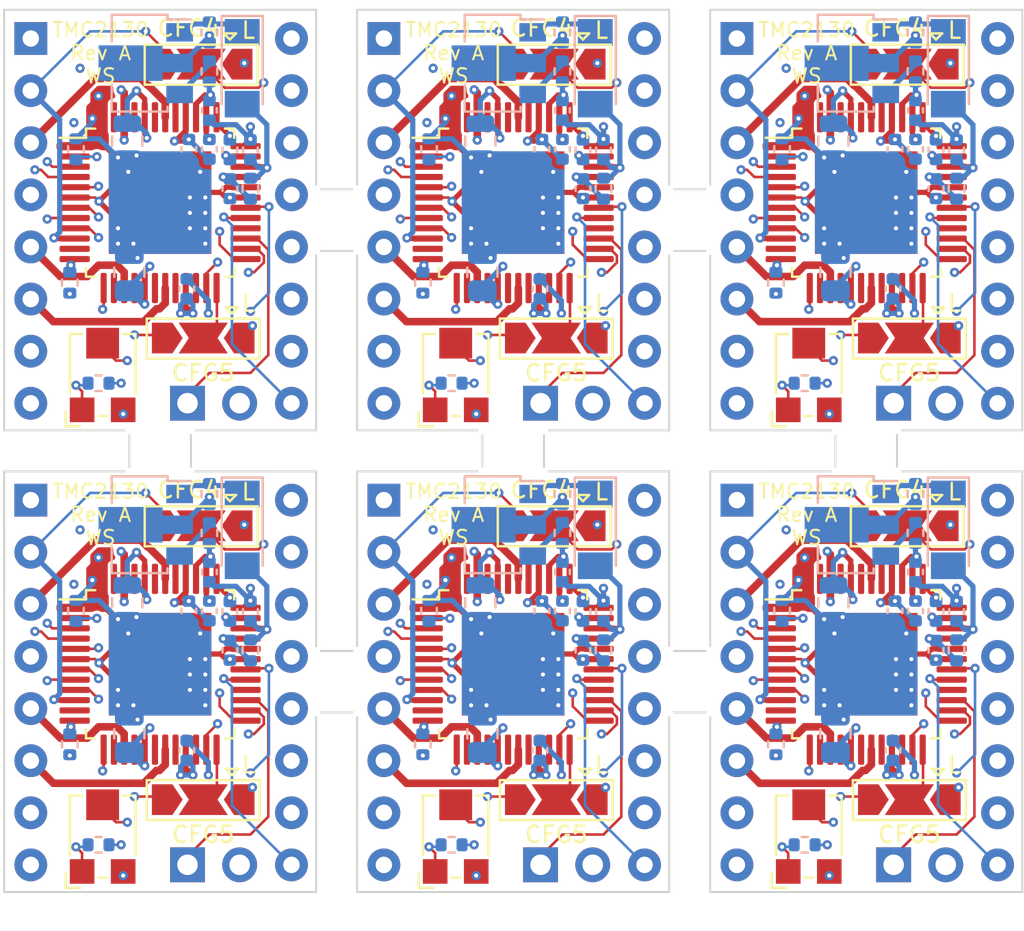
<source format=kicad_pcb>
(kicad_pcb (version 20211014) (generator pcbnew)
  (layers (0 "F.Cu" signal) (1 "In1.Cu" signal) (2 "In2.Cu" signal) (3 "In3.Cu" signal) (4 "In4.Cu" signal) (31 "B.Cu" signal) (34 "B.Paste" user) (35 "F.Paste" user) (36 "B.SilkS" user "B.Silkscreen") (37 "F.SilkS" user "F.Silkscreen") (38 "B.Mask" user) (39 "F.Mask" user) (44 "Edge.Cuts" user))
  (net 0 "")
  (net 1 "Board_0-+5V")
  (net 2 "Board_0-/1A")
  (net 3 "Board_0-/1B")
  (net 4 "Board_0-/2A")
  (net 5 "Board_0-/2B")
  (net 6 "Board_0-/CFG0")
  (net 7 "Board_0-/CFG4")
  (net 8 "Board_0-/CFG5")
  (net 9 "Board_0-/CFG6")
  (net 10 "Board_0-/CLK")
  (net 11 "Board_0-/DC0")
  (net 12 "Board_0-/DIAG0")
  (net 13 "Board_0-/DIAG1")
  (net 14 "Board_0-/DIR")
  (net 15 "Board_0-/IREF")
  (net 16 "Board_0-/MS1")
  (net 17 "Board_0-/MS2")
  (net 18 "Board_0-/MS3")
  (net 19 "Board_0-/SPI_MODE")
  (net 20 "Board_0-/STEP")
  (net 21 "Board_0-/VSA")
  (net 22 "Board_0-GND")
  (net 23 "Board_0-Net-(C4-Pad1)")
  (net 24 "Board_0-Net-(C4-Pad2)")
  (net 25 "Board_0-Net-(C5-Pad2)")
  (net 26 "Board_0-Net-(D1-Pad1)")
  (net 27 "Board_0-Net-(Q1-Pad3)")
  (net 28 "Board_0-Net-(R3-Pad2)")
  (net 29 "Board_0-Net-(R7-Pad1)")
  (net 30 "Board_0-Net-(R8-Pad2)")
  (net 31 "Board_0-VCC")
  (net 32 "Board_0-VDD")
  (net 33 "Board_0-Vdrive")
  (net 34 "Board_0-unconnected-(U1-Pad11)")
  (net 35 "Board_0-unconnected-(U1-Pad14)")
  (net 36 "Board_0-unconnected-(U1-Pad16)")
  (net 37 "Board_0-unconnected-(U1-Pad18)")
  (net 38 "Board_0-unconnected-(U1-Pad20)")
  (net 39 "Board_0-unconnected-(U1-Pad22)")
  (net 40 "Board_0-unconnected-(U1-Pad28)")
  (net 41 "Board_0-unconnected-(U1-Pad41)")
  (net 42 "Board_0-unconnected-(U1-Pad43)")
  (net 43 "Board_0-unconnected-(U1-Pad45)")
  (net 44 "Board_0-unconnected-(U1-Pad47)")
  (net 45 "Board_1-+5V")
  (net 46 "Board_1-/1A")
  (net 47 "Board_1-/1B")
  (net 48 "Board_1-/2A")
  (net 49 "Board_1-/2B")
  (net 50 "Board_1-/CFG0")
  (net 51 "Board_1-/CFG4")
  (net 52 "Board_1-/CFG5")
  (net 53 "Board_1-/CFG6")
  (net 54 "Board_1-/CLK")
  (net 55 "Board_1-/DC0")
  (net 56 "Board_1-/DIAG0")
  (net 57 "Board_1-/DIAG1")
  (net 58 "Board_1-/DIR")
  (net 59 "Board_1-/IREF")
  (net 60 "Board_1-/MS1")
  (net 61 "Board_1-/MS2")
  (net 62 "Board_1-/MS3")
  (net 63 "Board_1-/SPI_MODE")
  (net 64 "Board_1-/STEP")
  (net 65 "Board_1-/VSA")
  (net 66 "Board_1-GND")
  (net 67 "Board_1-Net-(C4-Pad1)")
  (net 68 "Board_1-Net-(C4-Pad2)")
  (net 69 "Board_1-Net-(C5-Pad2)")
  (net 70 "Board_1-Net-(D1-Pad1)")
  (net 71 "Board_1-Net-(Q1-Pad3)")
  (net 72 "Board_1-Net-(R3-Pad2)")
  (net 73 "Board_1-Net-(R7-Pad1)")
  (net 74 "Board_1-Net-(R8-Pad2)")
  (net 75 "Board_1-VCC")
  (net 76 "Board_1-VDD")
  (net 77 "Board_1-Vdrive")
  (net 78 "Board_1-unconnected-(U1-Pad11)")
  (net 79 "Board_1-unconnected-(U1-Pad14)")
  (net 80 "Board_1-unconnected-(U1-Pad16)")
  (net 81 "Board_1-unconnected-(U1-Pad18)")
  (net 82 "Board_1-unconnected-(U1-Pad20)")
  (net 83 "Board_1-unconnected-(U1-Pad22)")
  (net 84 "Board_1-unconnected-(U1-Pad28)")
  (net 85 "Board_1-unconnected-(U1-Pad41)")
  (net 86 "Board_1-unconnected-(U1-Pad43)")
  (net 87 "Board_1-unconnected-(U1-Pad45)")
  (net 88 "Board_1-unconnected-(U1-Pad47)")
  (net 89 "Board_2-+5V")
  (net 90 "Board_2-/1A")
  (net 91 "Board_2-/1B")
  (net 92 "Board_2-/2A")
  (net 93 "Board_2-/2B")
  (net 94 "Board_2-/CFG0")
  (net 95 "Board_2-/CFG4")
  (net 96 "Board_2-/CFG5")
  (net 97 "Board_2-/CFG6")
  (net 98 "Board_2-/CLK")
  (net 99 "Board_2-/DC0")
  (net 100 "Board_2-/DIAG0")
  (net 101 "Board_2-/DIAG1")
  (net 102 "Board_2-/DIR")
  (net 103 "Board_2-/IREF")
  (net 104 "Board_2-/MS1")
  (net 105 "Board_2-/MS2")
  (net 106 "Board_2-/MS3")
  (net 107 "Board_2-/SPI_MODE")
  (net 108 "Board_2-/STEP")
  (net 109 "Board_2-/VSA")
  (net 110 "Board_2-GND")
  (net 111 "Board_2-Net-(C4-Pad1)")
  (net 112 "Board_2-Net-(C4-Pad2)")
  (net 113 "Board_2-Net-(C5-Pad2)")
  (net 114 "Board_2-Net-(D1-Pad1)")
  (net 115 "Board_2-Net-(Q1-Pad3)")
  (net 116 "Board_2-Net-(R3-Pad2)")
  (net 117 "Board_2-Net-(R7-Pad1)")
  (net 118 "Board_2-Net-(R8-Pad2)")
  (net 119 "Board_2-VCC")
  (net 120 "Board_2-VDD")
  (net 121 "Board_2-Vdrive")
  (net 122 "Board_2-unconnected-(U1-Pad11)")
  (net 123 "Board_2-unconnected-(U1-Pad14)")
  (net 124 "Board_2-unconnected-(U1-Pad16)")
  (net 125 "Board_2-unconnected-(U1-Pad18)")
  (net 126 "Board_2-unconnected-(U1-Pad20)")
  (net 127 "Board_2-unconnected-(U1-Pad22)")
  (net 128 "Board_2-unconnected-(U1-Pad28)")
  (net 129 "Board_2-unconnected-(U1-Pad41)")
  (net 130 "Board_2-unconnected-(U1-Pad43)")
  (net 131 "Board_2-unconnected-(U1-Pad45)")
  (net 132 "Board_2-unconnected-(U1-Pad47)")
  (net 133 "Board_3-+5V")
  (net 134 "Board_3-/1A")
  (net 135 "Board_3-/1B")
  (net 136 "Board_3-/2A")
  (net 137 "Board_3-/2B")
  (net 138 "Board_3-/CFG0")
  (net 139 "Board_3-/CFG4")
  (net 140 "Board_3-/CFG5")
  (net 141 "Board_3-/CFG6")
  (net 142 "Board_3-/CLK")
  (net 143 "Board_3-/DC0")
  (net 144 "Board_3-/DIAG0")
  (net 145 "Board_3-/DIAG1")
  (net 146 "Board_3-/DIR")
  (net 147 "Board_3-/IREF")
  (net 148 "Board_3-/MS1")
  (net 149 "Board_3-/MS2")
  (net 150 "Board_3-/MS3")
  (net 151 "Board_3-/SPI_MODE")
  (net 152 "Board_3-/STEP")
  (net 153 "Board_3-/VSA")
  (net 154 "Board_3-GND")
  (net 155 "Board_3-Net-(C4-Pad1)")
  (net 156 "Board_3-Net-(C4-Pad2)")
  (net 157 "Board_3-Net-(C5-Pad2)")
  (net 158 "Board_3-Net-(D1-Pad1)")
  (net 159 "Board_3-Net-(Q1-Pad3)")
  (net 160 "Board_3-Net-(R3-Pad2)")
  (net 161 "Board_3-Net-(R7-Pad1)")
  (net 162 "Board_3-Net-(R8-Pad2)")
  (net 163 "Board_3-VCC")
  (net 164 "Board_3-VDD")
  (net 165 "Board_3-Vdrive")
  (net 166 "Board_3-unconnected-(U1-Pad11)")
  (net 167 "Board_3-unconnected-(U1-Pad14)")
  (net 168 "Board_3-unconnected-(U1-Pad16)")
  (net 169 "Board_3-unconnected-(U1-Pad18)")
  (net 170 "Board_3-unconnected-(U1-Pad20)")
  (net 171 "Board_3-unconnected-(U1-Pad22)")
  (net 172 "Board_3-unconnected-(U1-Pad28)")
  (net 173 "Board_3-unconnected-(U1-Pad41)")
  (net 174 "Board_3-unconnected-(U1-Pad43)")
  (net 175 "Board_3-unconnected-(U1-Pad45)")
  (net 176 "Board_3-unconnected-(U1-Pad47)")
  (net 177 "Board_4-+5V")
  (net 178 "Board_4-/1A")
  (net 179 "Board_4-/1B")
  (net 180 "Board_4-/2A")
  (net 181 "Board_4-/2B")
  (net 182 "Board_4-/CFG0")
  (net 183 "Board_4-/CFG4")
  (net 184 "Board_4-/CFG5")
  (net 185 "Board_4-/CFG6")
  (net 186 "Board_4-/CLK")
  (net 187 "Board_4-/DC0")
  (net 188 "Board_4-/DIAG0")
  (net 189 "Board_4-/DIAG1")
  (net 190 "Board_4-/DIR")
  (net 191 "Board_4-/IREF")
  (net 192 "Board_4-/MS1")
  (net 193 "Board_4-/MS2")
  (net 194 "Board_4-/MS3")
  (net 195 "Board_4-/SPI_MODE")
  (net 196 "Board_4-/STEP")
  (net 197 "Board_4-/VSA")
  (net 198 "Board_4-GND")
  (net 199 "Board_4-Net-(C4-Pad1)")
  (net 200 "Board_4-Net-(C4-Pad2)")
  (net 201 "Board_4-Net-(C5-Pad2)")
  (net 202 "Board_4-Net-(D1-Pad1)")
  (net 203 "Board_4-Net-(Q1-Pad3)")
  (net 204 "Board_4-Net-(R3-Pad2)")
  (net 205 "Board_4-Net-(R7-Pad1)")
  (net 206 "Board_4-Net-(R8-Pad2)")
  (net 207 "Board_4-VCC")
  (net 208 "Board_4-VDD")
  (net 209 "Board_4-Vdrive")
  (net 210 "Board_4-unconnected-(U1-Pad11)")
  (net 211 "Board_4-unconnected-(U1-Pad14)")
  (net 212 "Board_4-unconnected-(U1-Pad16)")
  (net 213 "Board_4-unconnected-(U1-Pad18)")
  (net 214 "Board_4-unconnected-(U1-Pad20)")
  (net 215 "Board_4-unconnected-(U1-Pad22)")
  (net 216 "Board_4-unconnected-(U1-Pad28)")
  (net 217 "Board_4-unconnected-(U1-Pad41)")
  (net 218 "Board_4-unconnected-(U1-Pad43)")
  (net 219 "Board_4-unconnected-(U1-Pad45)")
  (net 220 "Board_4-unconnected-(U1-Pad47)")
  (net 221 "Board_5-+5V")
  (net 222 "Board_5-/1A")
  (net 223 "Board_5-/1B")
  (net 224 "Board_5-/2A")
  (net 225 "Board_5-/2B")
  (net 226 "Board_5-/CFG0")
  (net 227 "Board_5-/CFG4")
  (net 228 "Board_5-/CFG5")
  (net 229 "Board_5-/CFG6")
  (net 230 "Board_5-/CLK")
  (net 231 "Board_5-/DC0")
  (net 232 "Board_5-/DIAG0")
  (net 233 "Board_5-/DIAG1")
  (net 234 "Board_5-/DIR")
  (net 235 "Board_5-/IREF")
  (net 236 "Board_5-/MS1")
  (net 237 "Board_5-/MS2")
  (net 238 "Board_5-/MS3")
  (net 239 "Board_5-/SPI_MODE")
  (net 240 "Board_5-/STEP")
  (net 241 "Board_5-/VSA")
  (net 242 "Board_5-GND")
  (net 243 "Board_5-Net-(C4-Pad1)")
  (net 244 "Board_5-Net-(C4-Pad2)")
  (net 245 "Board_5-Net-(C5-Pad2)")
  (net 246 "Board_5-Net-(D1-Pad1)")
  (net 247 "Board_5-Net-(Q1-Pad3)")
  (net 248 "Board_5-Net-(R3-Pad2)")
  (net 249 "Board_5-Net-(R7-Pad1)")
  (net 250 "Board_5-Net-(R8-Pad2)")
  (net 251 "Board_5-VCC")
  (net 252 "Board_5-VDD")
  (net 253 "Board_5-Vdrive")
  (net 254 "Board_5-unconnected-(U1-Pad11)")
  (net 255 "Board_5-unconnected-(U1-Pad14)")
  (net 256 "Board_5-unconnected-(U1-Pad16)")
  (net 257 "Board_5-unconnected-(U1-Pad18)")
  (net 258 "Board_5-unconnected-(U1-Pad20)")
  (net 259 "Board_5-unconnected-(U1-Pad22)")
  (net 260 "Board_5-unconnected-(U1-Pad28)")
  (net 261 "Board_5-unconnected-(U1-Pad41)")
  (net 262 "Board_5-unconnected-(U1-Pad43)")
  (net 263 "Board_5-unconnected-(U1-Pad45)")
  (net 264 "Board_5-unconnected-(U1-Pad47)")
  (footprint "Connector_PinHeader_2.54mm:PinHeader_1x02_P2.54mm_Vertical" (layer "F.Cu") (at 85.735005 81.425002 90)
    (fp_text reference "J1" hide)
    (fp_text value "DIAG")
  )
  (footprint "NPTH" (layer "F.Cu") (at 76.801 71.75)
    (fp_text reference "REF**" hide)
    (fp_text value "NPTH" hide)
  )
  (footprint "NPTH" (layer "F.Cu") (at 82.9 60.249)
    (fp_text reference "REF**" hide)
    (fp_text value "NPTH" hide)
  )
  (footprint "NPTH" (layer "F.Cu") (at 59.601 71)
    (fp_text reference "REF**" hide)
    (fp_text value "NPTH" hide)
  )
  (footprint "Connector_PinHeader_2.54mm:PinHeader_1x02_P2.54mm_Vertical" (layer "F.Cu") (at 85.735005 58.924999 90)
    (fp_text reference "J1" hide)
    (fp_text value "DIAG")
  )
  (footprint "Potentiometer_SMD:Potentiometer_Bourns_TC33X_Vertical" (layer "F.Cu") (at 64.400002 57.449999 90)
    (fp_text reference "RV1" hide)
    (fp_text value "20K")
  )
  (footprint "NPTH" (layer "F.Cu") (at 59.601 48.5)
    (fp_text reference "REF**" hide)
    (fp_text value "NPTH" hide)
  )
  (footprint "Connector_PinHeader_2.54mm:PinHeader_1x02_P2.54mm_Vertical" (layer "F.Cu") (at 51.334999 58.924999 90)
    (fp_text reference "J1" hide)
    (fp_text value "DIAG")
  )
  (footprint "NPTH" (layer "F.Cu") (at 67.95 60.249)
    (fp_text reference "REF**" hide)
    (fp_text value "NPTH" hide)
  )
  (footprint "Jumper:SolderJumper-3_P2.0mm_Open_TrianglePad1.0x1.5mm" (layer "F.Cu") (at 51.999999 64.900002 180)
    (fp_text reference "JP1" hide)
    (fp_text value "CFG5")
  )
  (footprint "NPTH" (layer "F.Cu") (at 57.599 50.75)
    (fp_text reference "REF**" hide)
    (fp_text value "NPTH" hide)
  )
  (footprint "Package_QFP:TQFP-48-1EP_7x7mm_P0.5mm_EP5x5mm" (layer "F.Cu") (at 84.400005 49.149999)
    (fp_text reference "U1" hide)
    (fp_text value "TMC2130-TA")
  )
  (footprint "NPTH" (layer "F.Cu") (at 76.801 50.75)
    (fp_text reference "REF**" hide)
    (fp_text value "NPTH" hide)
  )
  (footprint "NPTH" (layer "F.Cu") (at 85.9 62.251)
    (fp_text reference "REF**" hide)
    (fp_text value "NPTH" hide)
  )
  (footprint "NPTH" (layer "F.Cu") (at 59.601 51.5)
    (fp_text reference "REF**" hide)
    (fp_text value "NPTH" hide)
  )
  (footprint "Connector_PinHeader_2.54mm:PinHeader_1x02_P2.54mm_Vertical" (layer "F.Cu") (at 51.334999 81.425002 90)
    (fp_text reference "J1" hide)
    (fp_text value "DIAG")
  )
  (footprint "NPTH" (layer "F.Cu") (at 59.601 74)
    (fp_text reference "REF**" hide)
    (fp_text value "NPTH" hide)
  )
  (footprint "NPTH" (layer "F.Cu") (at 59.601 50)
    (fp_text reference "REF**" hide)
    (fp_text value "NPTH" hide)
  )
  (footprint "NPTH" (layer "F.Cu") (at 76.801 50)
    (fp_text reference "REF**" hide)
    (fp_text value "NPTH" hide)
  )
  (footprint "NPTH" (layer "F.Cu") (at 74.799 50.75)
    (fp_text reference "REF**" hide)
    (fp_text value "NPTH" hide)
  )
  (footprint "NPTH" (layer "F.Cu") (at 59.601 49.25)
    (fp_text reference "REF**" hide)
    (fp_text value "NPTH" hide)
  )
  (footprint "NPTH" (layer "F.Cu") (at 50.75 60.249)
    (fp_text reference "REF**" hide)
    (fp_text value "NPTH" hide)
  )
  (footprint "NPTH" (layer "F.Cu") (at 57.599 51.5)
    (fp_text reference "REF**" hide)
    (fp_text value "NPTH" hide)
  )
  (footprint "NPTH" (layer "F.Cu") (at 59.601 50.75)
    (fp_text reference "REF**" hide)
    (fp_text value "NPTH" hide)
  )
  (footprint "NPTH" (layer "F.Cu") (at 85.15 62.251)
    (fp_text reference "REF**" hide)
    (fp_text value "NPTH" hide)
  )
  (footprint "NPTH" (layer "F.Cu") (at 74.799 74)
    (fp_text reference "REF**" hide)
    (fp_text value "NPTH" hide)
  )
  (footprint "Package_QFP:TQFP-48-1EP_7x7mm_P0.5mm_EP5x5mm" (layer "F.Cu") (at 49.999999 49.149999)
    (fp_text reference "U1" hide)
    (fp_text value "TMC2130-TA")
  )
  (footprint "NPTH" (layer "F.Cu") (at 51.5 60.249)
    (fp_text reference "REF**" hide)
    (fp_text value "NPTH" hide)
  )
  (footprint "Potentiometer_SMD:Potentiometer_Bourns_TC33X_Vertical" (layer "F.Cu") (at 47.199999 57.449999 90)
    (fp_text reference "RV1" hide)
    (fp_text value "20K")
  )
  (footprint "NPTH" (layer "F.Cu") (at 50 60.249)
    (fp_text reference "REF**" hide)
    (fp_text value "NPTH" hide)
  )
  (footprint "NPTH" (layer "F.Cu") (at 76.801 72.5)
    (fp_text reference "REF**" hide)
    (fp_text value "NPTH" hide)
  )
  (footprint "NPTH" (layer "F.Cu") (at 66.45 62.251)
    (fp_text reference "REF**" hide)
    (fp_text value "NPTH" hide)
  )
  (footprint "Module:Pololu_Breakout-16_15.2x20.3mm" (layer "F.Cu") (at 78.100005 63.650002)
    (fp_text reference "A1" hide)
    (fp_text value "Stepstick")
  )
  (footprint "Module:Pololu_Breakout-16_15.2x20.3mm" (layer "F.Cu") (at 78.100005 41.149999)
    (fp_text reference "A1" hide)
    (fp_text value "Stepstick")
  )
  (footprint "NPTH" (layer "F.Cu") (at 84.4 60.249)
    (fp_text reference "REF**" hide)
    (fp_text value "NPTH" hide)
  )
  (footprint "NPTH" (layer "F.Cu") (at 57.599 50)
    (fp_text reference "REF**" hide)
    (fp_text value "NPTH" hide)
  )
  (footprint "Package_QFP:TQFP-48-1EP_7x7mm_P0.5mm_EP5x5mm" (layer "F.Cu") (at 84.400005 71.650002)
    (fp_text reference "U1" hide)
    (fp_text value "TMC2130-TA")
  )
  (footprint "Jumper:SolderJumper-3_P2.0mm_Open_TrianglePad1.0x1.5mm" (layer "F.Cu") (at 52.099999 55.749999 180)
    (fp_text reference "JP2" hide)
    (fp_text value "CFG4")
  )
  (footprint "Jumper:SolderJumper-3_P2.0mm_Open_TrianglePad1.0x1.5mm" (layer "F.Cu") (at 52.099999 78.250002 180)
    (fp_text reference "JP2" hide)
    (fp_text value "CFG4")
  )
  (footprint "NPTH" (layer "F.Cu") (at 65.7 62.251)
    (fp_text reference "REF**" hide)
    (fp_text value "NPTH" hide)
  )
  (footprint "NPTH" (layer "F.Cu") (at 83.65 60.249)
    (fp_text reference "REF**" hide)
    (fp_text value "NPTH" hide)
  )
  (footprint "NPTH" (layer "F.Cu") (at 74.799 71)
    (fp_text reference "REF**" hide)
    (fp_text value "NPTH" hide)
  )
  (footprint "NPTH" (layer "F.Cu") (at 57.599 71.75)
    (fp_text reference "REF**" hide)
    (fp_text value "NPTH" hide)
  )
  (footprint "Package_QFP:TQFP-48-1EP_7x7mm_P0.5mm_EP5x5mm" (layer "F.Cu") (at 67.200002 49.149999)
    (fp_text reference "U1" hide)
    (fp_text value "TMC2130-TA")
  )
  (footprint "Module:Pololu_Breakout-16_15.2x20.3mm" (layer "F.Cu") (at 43.699999 63.650002)
    (fp_text reference "A1" hide)
    (fp_text value "Stepstick")
  )
  (footprint "NPTH" (layer "F.Cu") (at 74.799 71.75)
    (fp_text reference "REF**" hide)
    (fp_text value "NPTH" hide)
  )
  (footprint "Jumper:SolderJumper-3_P2.0mm_Open_TrianglePad1.0x1.5mm" (layer "F.Cu") (at 69.200002 64.900002 180)
    (fp_text reference "JP1" hide)
    (fp_text value "CFG5")
  )
  (footprint "Jumper:SolderJumper-3_P2.0mm_Open_TrianglePad1.0x1.5mm" (layer "F.Cu") (at 86.500005 55.749999 180)
    (fp_text reference "JP2" hide)
    (fp_text value "CFG4")
  )
  (footprint "NPTH" (layer "F.Cu") (at 66.45 60.249)
    (fp_text reference "REF**" hide)
    (fp_text value "NPTH" hide)
  )
  (footprint "NPTH" (layer "F.Cu") (at 50 62.251)
    (fp_text reference "REF**" hide)
    (fp_text value "NPTH" hide)
  )
  (footprint "NPTH" (layer "F.Cu") (at 48.5 60.249)
    (fp_text reference "REF**" hide)
    (fp_text value "NPTH" hide)
  )
  (footprint "NPTH" (layer "F.Cu") (at 49.25 60.249)
    (fp_text reference "REF**" hide)
    (fp_text value "NPTH" hide)
  )
  (footprint "NPTH" (layer "F.Cu") (at 57.599 49.25)
    (fp_text reference "REF**" hide)
    (fp_text value "NPTH" hide)
  )
  (footprint "NPTH" (layer "F.Cu") (at 57.599 72.5)
    (fp_text reference "REF**" hide)
    (fp_text value "NPTH" hide)
  )
  (footprint "Potentiometer_SMD:Potentiometer_Bourns_TC33X_Vertical" (layer "F.Cu") (at 47.199999 79.950002 90)
    (fp_text reference "RV1" hide)
    (fp_text value "20K")
  )
  (footprint "Module:Pololu_Breakout-16_15.2x20.3mm" (layer "F.Cu") (at 60.900002 41.149999)
    (fp_text reference "A1" hide)
    (fp_text value "Stepstick")
  )
  (footprint "NPTH" (layer "F.Cu") (at 59.601 73.25)
    (fp_text reference "REF**" hide)
    (fp_text value "NPTH" hide)
  )
  (footprint "NPTH" (layer "F.Cu") (at 76.801 48.5)
    (fp_text reference "REF**" hide)
    (fp_text value "NPTH" hide)
  )
  (footprint "NPTH" (layer "F.Cu") (at 59.601 72.5)
    (fp_text reference "REF**" hide)
    (fp_text value "NPTH" hide)
  )
  (footprint "NPTH" (layer "F.Cu") (at 57.599 48.5)
    (fp_text reference "REF**" hide)
    (fp_text value "NPTH" hide)
  )
  (footprint "NPTH" (layer "F.Cu") (at 74.799 50)
    (fp_text reference "REF**" hide)
    (fp_text value "NPTH" hide)
  )
  (footprint "NPTH" (layer "F.Cu") (at 68.7 62.251)
    (fp_text reference "REF**" hide)
    (fp_text value "NPTH" hide)
  )
  (footprint "NPTH" (layer "F.Cu") (at 49.25 62.251)
    (fp_text reference "REF**" hide)
    (fp_text value "NPTH" hide)
  )
  (footprint "NPTH" (layer "F.Cu") (at 76.801 71)
    (fp_text reference "REF**" hide)
    (fp_text value "NPTH" hide)
  )
  (footprint "NPTH" (layer "F.Cu") (at 82.9 62.251)
    (fp_text reference "REF**" hide)
    (fp_text value "NPTH" hide)
  )
  (footprint "Jumper:SolderJumper-3_P2.0mm_Open_TrianglePad1.0x1.5mm" (layer "F.Cu") (at 69.200002 42.399999 180)
    (fp_text reference "JP1" hide)
    (fp_text value "CFG5")
  )
  (footprint "NPTH" (layer "F.Cu") (at 76.801 73.25)
    (fp_text reference "REF**" hide)
    (fp_text value "NPTH" hide)
  )
  (footprint "NPTH" (layer "F.Cu") (at 59.601 71.75)
    (fp_text reference "REF**" hide)
    (fp_text value "NPTH" hide)
  )
  (footprint "Package_QFP:TQFP-48-1EP_7x7mm_P0.5mm_EP5x5mm" (layer "F.Cu") (at 49.999999 71.650002)
    (fp_text reference "U1" hide)
    (fp_text value "TMC2130-TA")
  )
  (footprint "NPTH" (layer "F.Cu") (at 57.599 71)
    (fp_text reference "REF**" hide)
    (fp_text value "NPTH" hide)
  )
  (footprint "Jumper:SolderJumper-3_P2.0mm_Open_TrianglePad1.0x1.5mm" (layer "F.Cu") (at 86.500005 78.250002 180)
    (fp_text reference "JP2" hide)
    (fp_text value "CFG4")
  )
  (footprint "Potentiometer_SMD:Potentiometer_Bourns_TC33X_Vertical" (layer "F.Cu") (at 64.400002 79.950002 90)
    (fp_text reference "RV1" hide)
    (fp_text value "20K")
  )
  (footprint "NPTH" (layer "F.Cu") (at 57.599 73.25)
    (fp_text reference "REF**" hide)
    (fp_text value "NPTH" hide)
  )
  (footprint "Potentiometer_SMD:Potentiometer_Bourns_TC33X_Vertical" (layer "F.Cu") (at 81.600005 57.449999 90)
    (fp_text reference "RV1" hide)
    (fp_text value "20K")
  )
  (footprint "NPTH" (layer "F.Cu") (at 67.95 62.251)
    (fp_text reference "REF**" hide)
    (fp_text value "NPTH" hide)
  )
  (footprint "NPTH" (layer "F.Cu") (at 68.7 60.249)
    (fp_text reference "REF**" hide)
    (fp_text value "NPTH" hide)
  )
  (footprint "Jumper:SolderJumper-3_P2.0mm_Open_TrianglePad1.0x1.5mm" (layer "F.Cu") (at 86.400005 64.900002 180)
    (fp_text reference "JP1" hide)
    (fp_text value "CFG5")
  )
  (footprint "NPTH" (layer "F.Cu") (at 74.799 73.25)
    (fp_text reference "REF**" hide)
    (fp_text value "NPTH" hide)
  )
  (footprint "NPTH" (layer "F.Cu") (at 67.2 62.251)
    (fp_text reference "REF**" hide)
    (fp_text value "NPTH" hide)
  )
  (footprint "NPTH" (layer "F.Cu") (at 74.799 72.5)
    (fp_text reference "REF**" hide)
    (fp_text value "NPTH" hide)
  )
  (footprint "Connector_PinHeader_2.54mm:PinHeader_1x02_P2.54mm_Vertical" (layer "F.Cu") (at 68.535002 58.924999 90)
    (fp_text reference "J1" hide)
    (fp_text value "DIAG")
  )
  (footprint "Package_QFP:TQFP-48-1EP_7x7mm_P0.5mm_EP5x5mm" (layer "F.Cu") (at 67.200002 71.650002)
    (fp_text reference "U1" hide)
    (fp_text value "TMC2130-TA")
  )
  (footprint "Jumper:SolderJumper-3_P2.0mm_Open_TrianglePad1.0x1.5mm" (layer "F.Cu") (at 86.400005 42.399999 180)
    (fp_text reference "JP1" hide)
    (fp_text value "CFG5")
  )
  (footprint "NPTH" (layer "F.Cu") (at 84.4 62.251)
    (fp_text reference "REF**" hide)
    (fp_text value "NPTH" hide)
  )
  (footprint "NPTH" (layer "F.Cu") (at 50.75 62.251)
    (fp_text reference "REF**" hide)
    (fp_text value "NPTH" hide)
  )
  (footprint "NPTH" (layer "F.Cu") (at 76.801 74)
    (fp_text reference "REF**" hide)
    (fp_text value "NPTH" hide)
  )
  (footprint "Jumper:SolderJumper-3_P2.0mm_Open_TrianglePad1.0x1.5mm" (layer "F.Cu") (at 69.300002 78.250002 180)
    (fp_text reference "JP2" hide)
    (fp_text value "CFG4")
  )
  (footprint "Jumper:SolderJumper-3_P2.0mm_Open_TrianglePad1.0x1.5mm" (layer "F.Cu") (at 51.999999 42.399999 180)
    (fp_text reference "JP1" hide)
    (fp_text value "CFG5")
  )
  (footprint "NPTH" (layer "F.Cu") (at 57.599 74)
    (fp_text reference "REF**" hide)
    (fp_text value "NPTH" hide)
  )
  (footprint "NPTH" (layer "F.Cu") (at 51.5 62.251)
    (fp_text reference "REF**" hide)
    (fp_text value "NPTH" hide)
  )
  (footprint "NPTH" (layer "F.Cu") (at 74.799 48.5)
    (fp_text reference "REF**" hide)
    (fp_text value "NPTH" hide)
  )
  (footprint "NPTH" (layer "F.Cu") (at 48.5 62.251)
    (fp_text reference "REF**" hide)
    (fp_text value "NPTH" hide)
  )
  (footprint "NPTH" (layer "F.Cu") (at 74.799 49.25)
    (fp_text reference "REF**" hide)
    (fp_text value "NPTH" hide)
  )
  (footprint "NPTH" (layer "F.Cu") (at 67.2 60.249)
    (fp_text reference "REF**" hide)
    (fp_text value "NPTH" hide)
  )
  (footprint "NPTH" (layer "F.Cu") (at 85.9 60.249)
    (fp_text reference "REF**" hide)
    (fp_text value "NPTH" hide)
  )
  (footprint "Connector_PinHeader_2.54mm:PinHeader_1x02_P2.54mm_Vertical" (layer "F.Cu") (at 68.535002 81.425002 90)
    (fp_text reference "J1" hide)
    (fp_text value "DIAG")
  )
  (footprint "NPTH" (layer "F.Cu") (at 76.801 51.5)
    (fp_text reference "REF**" hide)
    (fp_text value "NPTH" hide)
  )
  (footprint "Module:Pololu_Breakout-16_15.2x20.3mm" (layer "F.Cu") (at 60.900002 63.650002)
    (fp_text reference "A1" hide)
    (fp_text value "Stepstick")
  )
  (footprint "NPTH" (layer "F.Cu") (at 74.799 51.5)
    (fp_text reference "REF**" hide)
    (fp_text value "NPTH" hide)
  )
  (footprint "NPTH" (layer "F.Cu") (at 85.15 60.249)
    (fp_text reference "REF**" hide)
    (fp_text value "NPTH" hide)
  )
  (footprint "NPTH" (layer "F.Cu") (at 65.7 60.249)
    (fp_text reference "REF**" hide)
    (fp_text value "NPTH" hide)
  )
  (footprint "Jumper:SolderJumper-3_P2.0mm_Open_TrianglePad1.0x1.5mm" (layer "F.Cu") (at 69.300002 55.749999 180)
    (fp_text reference "JP2" hide)
    (fp_text value "CFG4")
  )
  (footprint "NPTH" (layer "F.Cu") (at 83.65 62.251)
    (fp_text reference "REF**" hide)
    (fp_text value "NPTH" hide)
  )
  (footprint "NPTH" (layer "F.Cu") (at 76.801 49.25)
    (fp_text reference "REF**" hide)
    (fp_text value "NPTH" hide)
  )
  (footprint "Potentiometer_SMD:Potentiometer_Bourns_TC33X_Vertical" (layer "F.Cu") (at 81.600005 79.950002 90)
    (fp_text reference "RV1" hide)
    (fp_text value "20K")
  )
  (footprint "Module:Pololu_Breakout-16_15.2x20.3mm" (layer "F.Cu") (at 43.699999 41.149999)
    (fp_text reference "A1" hide)
    (fp_text value "Stepstick")
  )
  (footprint "Resistor_SMD:R_0402_1005Metric" (layer "B.Cu") (at 64.200002 57.949999 180)
    (fp_text reference "R3" hide)
    (fp_text value "20K")
  )
  (footprint "Capacitor_SMD:C_0402_1005Metric" (layer "B.Cu") (at 70.600002 70.970002 -90)
    (fp_text reference "C1" hide)
    (fp_text value "4.7uF")
  )
  (footprint "Capacitor_SMD:C_0402_1005Metric" (layer "B.Cu") (at 51.399999 46.549999 -90)
    (fp_text reference "C6" hide)
    (fp_text value "100nF")
  )
  (footprint "Diode_SMD:D_MiniMELF" (layer "B.Cu") (at 53.999999 42.599999 -90)
    (fp_text reference "D1" hide)
    (fp_text value "5.6V")
  )
  (footprint "Resistor_SMD:R_0402_1005Metric" (layer "B.Cu") (at 63.100002 69.050002 90)
    (fp_text reference "R2" hide)
    (fp_text value "0R")
  )
  (footprint "Resistor_SMD:R_0805_2012Metric" (layer "B.Cu") (at 82.800005 46.149999 -90)
    (fp_text reference "R7" hide)
    (fp_text value "0805/0.11R")
  )
  (footprint "Capacitor_SMD:C_0402_1005Metric" (layer "B.Cu") (at 51.299999 53.349999 90)
    (fp_text reference "C7" hide)
    (fp_text value "100nF")
  )
  (footprint "Resistor_SMD:R_0805_2012Metric" (layer "B.Cu") (at 48.499999 52.537499 -90)
    (fp_text reference "R8" hide)
    (fp_text value "0805/0.11R")
  )
  (footprint "Resistor_SMD:R_0402_1005Metric" (layer "B.Cu") (at 80.300005 46.549999 90)
    (fp_text reference "R2" hide)
    (fp_text value "0R")
  )
  (footprint "Capacitor_SMD:C_0402_1005Metric" (layer "B.Cu") (at 85.800005 46.549999 -90)
    (fp_text reference "C6" hide)
    (fp_text value "100nF")
  )
  (footprint "Diode_SMD:D_MiniMELF" (layer "B.Cu") (at 88.400005 42.599999 -90)
    (fp_text reference "D1" hide)
    (fp_text value "5.6V")
  )
  (footprint "Capacitor_SMD:C_0402_1005Metric" (layer "B.Cu") (at 52.399999 67.150002 -90)
    (fp_text reference "C3" hide)
    (fp_text value "220nF/16V")
  )
  (footprint "Capacitor_SMD:C_0402_1005Metric" (layer "B.Cu") (at 86.800005 46.549999 90)
    (fp_text reference "C5" hide)
    (fp_text value "100nF/16V")
  )
  (footprint "Resistor_SMD:R_0402_1005Metric" (layer "B.Cu") (at 88.800005 70.970002 90)
    (fp_text reference "R5" hide)
    (fp_text value "1R")
  )
  (footprint "Capacitor_SMD:C_0402_1005Metric" (layer "B.Cu") (at 88.800005 46.569999 90)
    (fp_text reference "C2" hide)
    (fp_text value "470nF")
  )
  (footprint "Package_TO_SOT_SMD:SOT-89-3" (layer "B.Cu") (at 49.299999 64.850002 180)
    (fp_text reference "Q1" hide)
    (fp_text value "BCX56")
  )
  (footprint "Resistor_SMD:R_0402_1005Metric" (layer "B.Cu") (at 45.899999 69.050002 90)
    (fp_text reference "R2" hide)
    (fp_text value "0R")
  )
  (footprint "Resistor_SMD:R_0805_2012Metric" (layer "B.Cu") (at 82.900005 52.537499 -90)
    (fp_text reference "R8" hide)
    (fp_text value "0805/0.11R")
  )
  (footprint "Capacitor_SMD:C_0402_1005Metric" (layer "B.Cu") (at 85.800005 69.050002 -90)
    (fp_text reference "C6" hide)
    (fp_text value "100nF")
  )
  (footprint "Capacitor_SMD:C_0402_1005Metric" (layer "B.Cu") (at 70.600002 46.569999 -90)
    (fp_text reference "C4" hide)
    (fp_text value "22nF/50V")
  )
  (footprint "Resistor_SMD:R_0402_1005Metric" (layer "B.Cu") (at 62.800002 75.550002 -90)
    (fp_text reference "R1" hide)
    (fp_text value "0R")
  )
  (footprint "Package_TO_SOT_SMD:SOT-89-3" (layer "B.Cu") (at 66.500002 42.349999 180)
    (fp_text reference "Q1" hide)
    (fp_text value "BCX56")
  )
  (footprint "Resistor_SMD:R_0402_1005Metric" (layer "B.Cu") (at 54.399999 48.469999 90)
    (fp_text reference "R5" hide)
    (fp_text value "1R")
  )
  (footprint "Resistor_SMD:R_0402_1005Metric" (layer "B.Cu") (at 63.100002 46.549999 90)
    (fp_text reference "R2" hide)
    (fp_text value "0R")
  )
  (footprint "Resistor_SMD:R_0402_1005Metric" (layer "B.Cu") (at 88.800005 48.469999 90)
    (fp_text reference "R5" hide)
    (fp_text value "1R")
  )
  (footprint "Resistor_SMD:R_0805_2012Metric" (layer "B.Cu") (at 48.399999 68.650002 -90)
    (fp_text reference "R7" hide)
    (fp_text value "0805/0.11R")
  )
  (footprint "Capacitor_SMD:C_0402_1005Metric" (layer "B.Cu") (at 53.399999 48.469999 -90)
    (fp_text reference "C1" hide)
    (fp_text value "4.7uF")
  )
  (footprint "Capacitor_SMD:C_0402_1005Metric" (layer "B.Cu") (at 53.399999 70.970002 -90)
    (fp_text reference "C1" hide)
    (fp_text value "4.7uF")
  )
  (footprint "Diode_SMD:D_MiniMELF" (layer "B.Cu") (at 71.200002 42.599999 -90)
    (fp_text reference "D1" hide)
    (fp_text value "5.6V")
  )
  (footprint "Resistor_SMD:R_0402_1005Metric" (layer "B.Cu") (at 86.800005 40.849999 90)
    (fp_text reference "R4" hide)
    (fp_text value "22K")
  )
  (footprint "Capacitor_SMD:C_0402_1005Metric" (layer "B.Cu") (at 51.399999 69.050002 -90)
    (fp_text reference "C6" hide)
    (fp_text value "100nF")
  )
  (footprint "Capacitor_SMD:C_0402_1005Metric" (layer "B.Cu") (at 87.800005 69.070002 -90)
    (fp_text reference "C4" hide)
    (fp_text value "22nF/50V")
  )
  (footprint "Resistor_SMD:R_0805_2012Metric" (layer "B.Cu") (at 65.600002 46.149999 -90)
    (fp_text reference "R7" hide)
    (fp_text value "0805/0.11R")
  )
  (footprint "Resistor_SMD:R_0402_1005Metric" (layer "B.Cu") (at 81.400005 80.450002 180)
    (fp_text reference "R3" hide)
    (fp_text value "20K")
  )
  (footprint "Capacitor_SMD:C_0402_1005Metric" (layer "B.Cu") (at 69.600002 67.150002 -90)
    (fp_text reference "C3" hide)
    (fp_text value "220nF/16V")
  )
  (footprint "Package_TO_SOT_SMD:SOT-89-3" (layer "B.Cu") (at 83.700005 64.850002 180)
    (fp_text reference "Q1" hide)
    (fp_text value "BCX56")
  )
  (footprint "Package_TO_SOT_SMD:SOT-89-3" (layer "B.Cu") (at 83.700005 42.349999 180)
    (fp_text reference "Q1" hide)
    (fp_text value "BCX56")
  )
  (footprint "Resistor_SMD:R_0402_1005Metric" (layer "B.Cu") (at 80.300005 69.050002 90)
    (fp_text reference "R2" hide)
    (fp_text value "0R")
  )
  (footprint "Capacitor_SMD:C_0402_1005Metric" (layer "B.Cu") (at 68.500002 75.850002 90)
    (fp_text reference "C7" hide)
    (fp_text value "100nF")
  )
  (footprint "Resistor_SMD:R_0402_1005Metric" (layer "B.Cu") (at 69.600002 65.250002 -90)
    (fp_text reference "R6" hide)
    (fp_text value "100R")
  )
  (footprint "Resistor_SMD:R_0402_1005Metric" (layer "B.Cu") (at 52.399999 40.849999 90)
    (fp_text reference "R4" hide)
    (fp_text value "22K")
  )
  (footprint "Capacitor_SMD:C_0402_1005Metric" (layer "B.Cu") (at 87.800005 70.970002 -90)
    (fp_text reference "C1" hide)
    (fp_text value "4.7uF")
  )
  (footprint "Resistor_SMD:R_0402_1005Metric" (layer "B.Cu") (at 46.999999 80.450002 180)
    (fp_text reference "R3" hide)
    (fp_text value "20K")
  )
  (footprint "Capacitor_SMD:C_0402_1005Metric" (layer "B.Cu") (at 86.800005 44.649999 -90)
    (fp_text reference "C3" hide)
    (fp_text value "220nF/16V")
  )
  (footprint "Capacitor_SMD:C_0402_1005Metric" (layer "B.Cu") (at 68.600002 69.050002 -90)
    (fp_text reference "C6" hide)
    (fp_text value "100nF")
  )
  (footprint "Resistor_SMD:R_0402_1005Metric" (layer "B.Cu") (at 54.399999 70.970002 90)
    (fp_text reference "R5" hide)
    (fp_text value "1R")
  )
  (footprint "Capacitor_SMD:C_0402_1005Metric" (layer "B.Cu") (at 69.600002 44.649999 -90)
    (fp_text reference "C3" hide)
    (fp_text value "220nF/16V")
  )
  (footprint "Capacitor_SMD:C_0402_1005Metric" (layer "B.Cu") (at 54.399999 69.070002 90)
    (fp_text reference "C2" hide)
    (fp_text value "470nF")
  )
  (footprint "Capacitor_SMD:C_0402_1005Metric" (layer "B.Cu") (at 52.399999 69.050002 90)
    (fp_text reference "C5" hide)
    (fp_text value "100nF/16V")
  )
  (footprint "Capacitor_SMD:C_0402_1005Metric" (layer "B.Cu") (at 87.800005 46.569999 -90)
    (fp_text reference "C4" hide)
    (fp_text value "22nF/50V")
  )
  (footprint "Resistor_SMD:R_0805_2012Metric" (layer "B.Cu") (at 48.499999 75.037502 -90)
    (fp_text reference "R8" hide)
    (fp_text value "0805/0.11R")
  )
  (footprint "Resistor_SMD:R_0402_1005Metric" (layer "B.Cu") (at 45.599999 75.550002 -90)
    (fp_text reference "R1" hide)
    (fp_text value "0R")
  )
  (footprint "Resistor_SMD:R_0402_1005Metric" (layer "B.Cu") (at 86.800005 63.350002 90)
    (fp_text reference "R4" hide)
    (fp_text value "22K")
  )
  (footprint "Capacitor_SMD:C_0402_1005Metric" (layer "B.Cu") (at 85.700005 53.349999 90)
    (fp_text reference "C7" hide)
    (fp_text value "100nF")
  )
  (footprint "Diode_SMD:D_MiniMELF" (layer "B.Cu") (at 53.999999 65.100002 -90)
    (fp_text reference "D1" hide)
    (fp_text value "5.6V")
  )
  (footprint "Resistor_SMD:R_0402_1005Metric" (layer "B.Cu") (at 86.800005 65.250002 -90)
    (fp_text reference "R6" hide)
    (fp_text value "100R")
  )
  (footprint "Capacitor_SMD:C_0402_1005Metric" (layer "B.Cu") (at 85.700005 75.850002 90)
    (fp_text reference "C7" hide)
    (fp_text value "100nF")
  )
  (footprint "Diode_SMD:D_MiniMELF" (layer "B.Cu") (at 71.200002 65.100002 -90)
    (fp_text reference "D1" hide)
    (fp_text value "5.6V")
  )
  (footprint "Resistor_SMD:R_0805_2012Metric" (layer "B.Cu") (at 65.600002 68.650002 -90)
    (fp_text reference "R7" hide)
    (fp_text value "0805/0.11R")
  )
  (footprint "Capacitor_SMD:C_0402_1005Metric" (layer "B.Cu") (at 86.800005 67.150002 -90)
    (fp_text reference "C3" hide)
    (fp_text value "220nF/16V")
  )
  (footprint "Capacitor_SMD:C_0402_1005Metric" (layer "B.Cu") (at 53.399999 69.070002 -90)
    (fp_text reference "C4" hide)
    (fp_text value "22nF/50V")
  )
  (footprint "Capacitor_SMD:C_0402_1005Metric" (layer "B.Cu") (at 70.600002 69.070002 -90)
    (fp_text reference "C4" hide)
    (fp_text value "22nF/50V")
  )
  (footprint "Capacitor_SMD:C_0402_1005Metric" (layer "B.Cu") (at 88.800005 69.070002 90)
    (fp_text reference "C2" hide)
    (fp_text value "470nF")
  )
  (footprint "Capacitor_SMD:C_0402_1005Metric" (layer "B.Cu") (at 86.800005 69.050002 90)
    (fp_text reference "C5" hide)
    (fp_text value "100nF/16V")
  )
  (footprint "Resistor_SMD:R_0402_1005Metric" (layer "B.Cu") (at 64.200002 80.450002 180)
    (fp_text reference "R3" hide)
    (fp_text value "20K")
  )
  (footprint "Resistor_SMD:R_0402_1005Metric" (layer "B.Cu") (at 81.400005 57.949999 180)
    (fp_text reference "R3" hide)
    (fp_text value "20K")
  )
  (footprint "Resistor_SMD:R_0402_1005Metric" (layer "B.Cu") (at 80.000005 53.049999 -90)
    (fp_text reference "R1" hide)
    (fp_text value "0R")
  )
  (footprint "Resistor_SMD:R_0805_2012Metric" (layer "B.Cu") (at 65.700002 75.037502 -90)
    (fp_text reference "R8" hide)
    (fp_text value "0805/0.11R")
  )
  (footprint "Resistor_SMD:R_0805_2012Metric" (layer "B.Cu") (at 48.399999 46.149999 -90)
    (fp_text reference "R7" hide)
    (fp_text value "0805/0.11R")
  )
  (footprint "Capacitor_SMD:C_0402_1005Metric" (layer "B.Cu") (at 68.600002 46.549999 -90)
    (fp_text reference "C6" hide)
    (fp_text value "100nF")
  )
  (footprint "Capacitor_SMD:C_0402_1005Metric" (layer "B.Cu") (at 70.600002 48.469999 -90)
    (fp_text reference "C1" hide)
    (fp_text value "4.7uF")
  )
  (footprint "Resistor_SMD:R_0402_1005Metric" (layer "B.Cu") (at 52.399999 42.749999 -90)
    (fp_text reference "R6" hide)
    (fp_text value "100R")
  )
  (footprint "Capacitor_SMD:C_0402_1005Metric" (layer "B.Cu") (at 87.800005 48.469999 -90)
    (fp_text reference "C1" hide)
    (fp_text value "4.7uF")
  )
  (footprint "Capacitor_SMD:C_0402_1005Metric" (layer "B.Cu") (at 69.600002 46.549999 90)
    (fp_text reference "C5" hide)
    (fp_text value "100nF/16V")
  )
  (footprint "Package_TO_SOT_SMD:SOT-89-3" (layer "B.Cu") (at 49.299999 42.349999 180)
    (fp_text reference "Q1" hide)
    (fp_text value "BCX56")
  )
  (footprint "Resistor_SMD:R_0402_1005Metric" (layer "B.Cu") (at 46.999999 57.949999 180)
    (fp_text reference "R3" hide)
    (fp_text value "20K")
  )
  (footprint "Resistor_SMD:R_0402_1005Metric" (layer "B.Cu") (at 71.600002 70.970002 90)
    (fp_text reference "R5" hide)
    (fp_text value "1R")
  )
  (footprint "Capacitor_SMD:C_0402_1005Metric" (layer "B.Cu") (at 71.600002 69.070002 90)
    (fp_text reference "C2" hide)
    (fp_text value "470nF")
  )
  (footprint "Capacitor_SMD:C_0402_1005Metric" (layer "B.Cu") (at 52.399999 44.649999 -90)
    (fp_text reference "C3" hide)
    (fp_text value "220nF/16V")
  )
  (footprint "Capacitor_SMD:C_0402_1005Metric" (layer "B.Cu") (at 69.600002 69.050002 90)
    (fp_text reference "C5" hide)
    (fp_text value "100nF/16V")
  )
  (footprint "Resistor_SMD:R_0402_1005Metric" (layer "B.Cu") (at 52.399999 65.250002 -90)
    (fp_text reference "R6" hide)
    (fp_text value "100R")
  )
  (footprint "Capacitor_SMD:C_0402_1005Metric" (layer "B.Cu") (at 53.399999 46.569999 -90)
    (fp_text reference "C4" hide)
    (fp_text value "22nF/50V")
  )
  (footprint "Resistor_SMD:R_0402_1005Metric" (layer "B.Cu") (at 52.399999 63.350002 90)
    (fp_text reference "R4" hide)
    (fp_text value "22K")
  )
  (footprint "Resistor_SMD:R_0402_1005Metric" (layer "B.Cu") (at 62.800002 53.049999 -90)
    (fp_text reference "R1" hide)
    (fp_text value "0R")
  )
  (footprint "Capacitor_SMD:C_0402_1005Metric" (layer "B.Cu") (at 52.399999 46.549999 90)
    (fp_text reference "C5" hide)
    (fp_text value "100nF/16V")
  )
  (footprint "Resistor_SMD:R_0805_2012Metric" (layer "B.Cu") (at 65.700002 52.537499 -90)
    (fp_text reference "R8" hide)
    (fp_text value "0805/0.11R")
  )
  (footprint "Resistor_SMD:R_0402_1005Metric" (layer "B.Cu") (at 80.000005 75.550002 -90)
    (fp_text reference "R1" hide)
    (fp_text value "0R")
  )
  (footprint "Capacitor_SMD:C_0402_1005Metric" (layer "B.Cu") (at 51.299999 75.850002 90)
    (fp_text reference "C7" hide)
    (fp_text value "100nF")
  )
  (footprint "Resistor_SMD:R_0402_1005Metric" (layer "B.Cu") (at 69.600002 40.849999 90)
    (fp_text reference "R4" hide)
    (fp_text value "22K")
  )
  (footprint "Capacitor_SMD:C_0402_1005Metric" (layer "B.Cu") (at 71.600002 46.569999 90)
    (fp_text reference "C2" hide)
    (fp_text value "470nF")
  )
  (footprint "Resistor_SMD:R_0402_1005Metric" (layer "B.Cu") (at 45.899999 46.549999 90)
    (fp_text reference "R2" hide)
    (fp_text value "0R")
  )
  (footprint "Resistor_SMD:R_0402_1005Metric" (layer "B.Cu") (at 71.600002 48.469999 90)
    (fp_text reference "R5" hide)
    (fp_text value "1R")
  )
  (footprint "Package_TO_SOT_SMD:SOT-89-3" (layer "B.Cu") (at 66.500002 64.850002 180)
    (fp_text reference "Q1" hide)
    (fp_text value "BCX56")
  )
  (footprint "Resistor_SMD:R_0402_1005Metric" (layer "B.Cu") (at 45.599999 53.049999 -90)
    (fp_text reference "R1" hide)
    (fp_text value "0R")
  )
  (footprint "Resistor_SMD:R_0402_1005Metric" (layer "B.Cu") (at 69.600002 63.350002 90)
    (fp_text reference "R4" hide)
    (fp_text value "22K")
  )
  (footprint "Resistor_SMD:R_0402_1005Metric" (layer "B.Cu") (at 69.600002 42.749999 -90)
    (fp_text reference "R6" hide)
    (fp_text value "100R")
  )
  (footprint "Capacitor_SMD:C_0402_1005Metric" (layer "B.Cu") (at 68.500002 53.349999 90)
    (fp_text reference "C7" hide)
    (fp_text value "100nF")
  )
  (footprint "Resistor_SMD:R_0805_2012Metric" (layer "B.Cu") (at 82.900005 75.037502 -90)
    (fp_text reference "R8" hide)
    (fp_text value "0805/0.11R")
  )
  (footprint "Capacitor_SMD:C_0402_1005Metric" (layer "B.Cu") (at 54.399999 46.569999 90)
    (fp_text reference "C2" hide)
    (fp_text value "470nF")
  )
  (footprint "Diode_SMD:D_MiniMELF" (layer "B.Cu") (at 88.400005 65.100002 -90)
    (fp_text reference "D1" hide)
    (fp_text value "5.6V")
  )
  (footprint "Resistor_SMD:R_0805_2012Metric" (layer "B.Cu") (at 82.800005 68.650002 -90)
    (fp_text reference "R7" hide)
    (fp_text value "0805/0.11R")
  )
  (footprint "Resistor_SMD:R_0402_1005Metric" (layer "B.Cu") (at 86.800005 42.749999 -90)
    (fp_text reference "R6" hide)
    (fp_text value "100R")
  )
  (gr_line (start 59.599 74) (end 59.599709 82.750956) (layer "Edge.Cuts") (width 0.1))
  (gr_line (start 42.399528 60.250881) (end 48.5 60.251) (layer "Edge.Cuts") (width 0.1))
  (gr_line (start 74.801 62.25) (end 68.7 62.249) (layer "Edge.Cuts") (width 0.1))
  (gr_line (start 59.599709 82.750956) (end 74.800471 82.750881) (layer "Edge.Cuts") (width 0.1))
  (gr_line (start 65.7 60.251) (end 65.7 62.249) (layer "Edge.Cuts") (width 0.1))
  (gr_line (start 74.801 74) (end 76.799 74) (layer "Edge.Cuts") (width 0.1))
  (gr_line (start 76.799168 60.250555) (end 82.9 60.251) (layer "Edge.Cuts") (width 0.1))
  (gr_line (start 59.6 62.249) (end 59.599 71) (layer "Edge.Cuts") (width 0.1))
  (gr_line (start 65.7 62.249) (end 59.6 62.249) (layer "Edge.Cuts") (width 0.1))
  (gr_line (start 82.9 62.249) (end 76.799118 62.249528) (layer "Edge.Cuts") (width 0.1))
  (gr_line (start 85.9 62.249) (end 85.9 60.251) (layer "Edge.Cuts") (width 0.1))
  (gr_line (start 57.600471 39.749118) (end 42.399617 39.749076) (layer "Edge.Cuts") (width 0.1))
  (gr_line (start 68.7 60.251) (end 74.800707 60.250707) (layer "Edge.Cuts") (width 0.1))
  (gr_line (start 42.399617 39.749076) (end 42.399528 60.250881) (layer "Edge.Cuts") (width 0.1))
  (gr_line (start 76.799118 62.249528) (end 76.799 71) (layer "Edge.Cuts") (width 0.1))
  (gr_line (start 76.799528 39.749118) (end 76.799 48.5) (layer "Edge.Cuts") (width 0.1))
  (gr_line (start 57.600471 82.750881) (end 57.601 74) (layer "Edge.Cuts") (width 0.1))
  (gr_line (start 74.800707 60.250707) (end 74.801 51.5) (layer "Edge.Cuts") (width 0.1))
  (gr_line (start 76.799528 82.750881) (end 92.000923 82.750382) (layer "Edge.Cuts") (width 0.1))
  (gr_line (start 59.599 71) (end 57.601 71) (layer "Edge.Cuts") (width 0.1))
  (gr_line (start 42.399043 62.249709) (end 42.399617 82.750923) (layer "Edge.Cuts") (width 0.1))
  (gr_line (start 51.5 60.251) (end 57.600881 60.250471) (layer "Edge.Cuts") (width 0.1))
  (gr_line (start 92.000382 39.749076) (end 76.799528 39.749118) (layer "Edge.Cuts") (width 0.1))
  (gr_line (start 51.5 62.249) (end 51.5 60.251) (layer "Edge.Cuts") (width 0.1))
  (gr_line (start 92.000923 82.750382) (end 92.000956 62.249709) (layer "Edge.Cuts") (width 0.1))
  (gr_line (start 76.799 51.5) (end 76.799168 60.250555) (layer "Edge.Cuts") (width 0.1))
  (gr_line (start 59.599528 39.749118) (end 59.599 48.5) (layer "Edge.Cuts") (width 0.1))
  (gr_line (start 48.5 62.249) (end 42.399043 62.249709) (layer "Edge.Cuts") (width 0.1))
  (gr_line (start 76.799 74) (end 76.799528 82.750881) (layer "Edge.Cuts") (width 0.1))
  (gr_line (start 82.9 60.251) (end 82.9 62.249) (layer "Edge.Cuts") (width 0.1))
  (gr_line (start 74.800471 82.750881) (end 74.801 74) (layer "Edge.Cuts") (width 0.1))
  (gr_line (start 74.801 48.5) (end 74.80029 39.749043) (layer "Edge.Cuts") (width 0.1))
  (gr_line (start 74.801 51.5) (end 76.799 51.5) (layer "Edge.Cuts") (width 0.1))
  (gr_line (start 76.799 48.5) (end 74.801 48.5) (layer "Edge.Cuts") (width 0.1))
  (gr_line (start 57.601 51.5) (end 59.599 51.5) (layer "Edge.Cuts") (width 0.1))
  (gr_line (start 92.000956 60.25029) (end 92.000382 39.749076) (layer "Edge.Cuts") (width 0.1))
  (gr_line (start 76.799 71) (end 74.801 71) (layer "Edge.Cuts") (width 0.1))
  (gr_line (start 57.600831 62.249444) (end 51.5 62.249) (layer "Edge.Cuts") (width 0.1))
  (gr_line (start 48.5 60.251) (end 48.5 62.249) (layer "Edge.Cuts") (width 0.1))
  (gr_line (start 57.601 48.5) (end 57.600471 39.749118) (layer "Edge.Cuts") (width 0.1))
  (gr_line (start 74.801 71) (end 74.801 62.25) (layer "Edge.Cuts") (width 0.1))
  (gr_line (start 74.80029 39.749043) (end 59.599528 39.749118) (layer "Edge.Cuts") (width 0.1))
  (gr_line (start 92.000956 62.249709) (end 85.9 62.249) (layer "Edge.Cuts") (width 0.1))
  (gr_line (start 57.601 74) (end 59.599 74) (layer "Edge.Cuts") (width 0.1))
  (gr_line (start 57.600881 60.250471) (end 57.601 51.5) (layer "Edge.Cuts") (width 0.1))
  (gr_line (start 59.599292 60.250707) (end 65.7 60.251) (layer "Edge.Cuts") (width 0.1))
  (gr_line (start 85.9 60.251) (end 92.000956 60.25029) (layer "Edge.Cuts") (width 0.1))
  (gr_line (start 59.599 51.5) (end 59.599292 60.250707) (layer "Edge.Cuts") (width 0.1))
  (gr_line (start 42.399617 82.750923) (end 57.600471 82.750881) (layer "Edge.Cuts") (width 0.1))
  (gr_line (start 68.7 62.249) (end 68.7 60.251) (layer "Edge.Cuts") (width 0.1))
  (gr_line (start 59.599 48.5) (end 57.601 48.5) (layer "Edge.Cuts") (width 0.1))
  (gr_line (start 57.601 71) (end 57.600831 62.249444) (layer "Edge.Cuts") (width 0.1))
  (gr_text "CFG4" (at 85.800005 63.150002) (layer "F.SilkS") (effects (font (size 0.8 0.8) (thickness 0.12))))
  (gr_text "CFG4" (at 51.399999 40.649999) (layer "F.SilkS") (effects (font (size 0.8 0.8) (thickness 0.12))))
  (gr_text "CFG4" (at 68.600002 40.649999) (layer "F.SilkS") (effects (font (size 0.8 0.8) (thickness 0.12))))
  (gr_text "CFG4" (at 51.399999 63.150002) (layer "F.SilkS") (effects (font (size 0.8 0.8) (thickness 0.12))))
  (gr_text "CFG4" (at 68.600002 63.150002) (layer "F.SilkS") (effects (font (size 0.8 0.8) (thickness 0.12))))
  (gr_text "CFG4" (at 85.800005 40.649999) (layer "F.SilkS") (effects (font (size 0.8 0.8) (thickness 0.12))))
  (gr_text "L" (at 71.500002 40.749999) (layer "F.SilkS") (effects (font (size 0.8 0.8) (thickness 0.12))))
  (gr_text "L" (at 88.700005 40.749999) (layer "F.SilkS") (effects (font (size 0.8 0.8) (thickness 0.12))))
  (gr_text "L" (at 88.700005 63.250002) (layer "F.SilkS") (effects (font (size 0.8 0.8) (thickness 0.12))))
  (gr_text "L" (at 54.299999 40.749999) (layer "F.SilkS") (effects (font (size 0.8 0.8) (thickness 0.12))))
  (gr_text "L" (at 71.500002 63.250002) (layer "F.SilkS") (effects (font (size 0.8 0.8) (thickness 0.12))))
  (gr_text "L" (at 54.299999 63.250002) (layer "F.SilkS") (effects (font (size 0.8 0.8) (thickness 0.12))))
  (gr_text "L" (at 88.700005 54.049999) (layer "F.SilkS") (effects (font (size 0.8 0.8) (thickness 0.12))))
  (gr_text "L" (at 71.500002 54.049999) (layer "F.SilkS") (effects (font (size 0.8 0.8) (thickness 0.12))))
  (gr_text "L" (at 71.500002 76.550002) (layer "F.SilkS") (effects (font (size 0.8 0.8) (thickness 0.12))))
  (gr_text "L" (at 54.299999 76.550002) (layer "F.SilkS") (effects (font (size 0.8 0.8) (thickness 0.12))))
  (gr_text "L" (at 88.700005 76.550002) (layer "F.SilkS") (effects (font (size 0.8 0.8) (thickness 0.12))))
  (gr_text "L" (at 54.299999 54.049999) (layer "F.SilkS") (effects (font (size 0.8 0.8) (thickness 0.12))))
  (gr_text "TMC2130\nRev A\nWS" (at 81.500005 64.350002) (layer "F.SilkS") (effects (font (size 0.7 0.7) (thickness 0.1))))
  (gr_text "TMC2130\nRev A\nWS" (at 47.099999 41.849999) (layer "F.SilkS") (effects (font (size 0.7 0.7) (thickness 0.1))))
  (gr_text "TMC2130\nRev A\nWS" (at 64.300002 64.350002) (layer "F.SilkS") (effects (font (size 0.7 0.7) (thickness 0.1))))
  (gr_text "TMC2130\nRev A\nWS" (at 81.500005 41.849999) (layer "F.SilkS") (effects (font (size 0.7 0.7) (thickness 0.1))))
  (gr_text "TMC2130\nRev A\nWS" (at 64.300002 41.849999) (layer "F.SilkS") (effects (font (size 0.7 0.7) (thickness 0.1))))
  (gr_text "TMC2130\nRev A\nWS" (at 47.099999 64.350002) (layer "F.SilkS") (effects (font (size 0.7 0.7) (thickness 0.1))))
  (gr_text "CFG5\n" (at 69.300002 79.950002) (layer "F.SilkS") (effects (font (size 0.8 0.8) (thickness 0.12))))
  (gr_text "CFG5\n" (at 52.099999 57.449999) (layer "F.SilkS") (effects (font (size 0.8 0.8) (thickness 0.12))))
  (gr_text "CFG5\n" (at 86.500005 57.449999) (layer "F.SilkS") (effects (font (size 0.8 0.8) (thickness 0.12))))
  (gr_text "CFG5\n" (at 52.099999 79.950002) (layer "F.SilkS") (effects (font (size 0.8 0.8) (thickness 0.12))))
  (gr_text "CFG5\n" (at 69.300002 57.449999) (layer "F.SilkS") (effects (font (size 0.8 0.8) (thickness 0.12))))
  (gr_text "CFG5\n" (at 86.500005 79.950002) (layer "F.SilkS") (effects (font (size 0.8 0.8) (thickness 0.12))))
  (segment (start 54.16162 47.900878) (end 54.162499 47.899999) (width 0.254) (layer "F.Cu") (net 1))
  (segment (start 53.074136 47.900878) (end 54.16162 47.900878) (width 0.254) (layer "F.Cu") (net 1))
  (via (at 53.074136 47.900878) (size 0.45) (drill 0.2) (layers "F.Cu" "B.Cu") (net 1))
  (via (at 48.099999 57.949999) (size 0.45) (drill 0.2) (layers "F.Cu" "B.Cu") (net 1))
  (segment (start 54.389999 48.979999) (end 53.310878 47.900878) (width 0.254) (layer "B.Cu") (net 1))
  (segment (start 54.399999 48.979999) (end 54.389999 48.979999) (width 0.254) (layer "B.Cu") (net 1))
  (segment (start 47.509999 57.949999) (end 48.099999 57.949999) (width 0.127) (layer "B.Cu") (net 1))
  (segment (start 53.310878 47.900878) (end 53.074136 47.900878) (width 0.254) (layer "B.Cu") (net 1))
  (segment (start 48.249999 44.987499) (end 48.249999 46.099999) (width 0.37) (layer "F.Cu") (net 2))
  (segment (start 48.249999 43.799999) (end 48.099999 43.649999) (width 0.37) (layer "F.Cu") (net 2))
  (segment (start 48.249999 44.987499) (end 48.249999 43.799999) (width 0.37) (layer "F.Cu") (net 2))
  (via (at 48.249999 46.099999) (size 0.45) (drill 0.2) (layers "F.Cu" "B.Cu") (net 2))
  (via (at 48.099999 43.649999) (size 0.45) (drill 0.2) (layers "F.Cu" "B.Cu") (net 2))
  (segment (start 43.699999 46.229999) (end 46.829999 43.099999) (width 0.37) (layer "F.Cu") (net 3))
  (segment (start 49.386289 43.424519) (end 49.418814 43.424519) (width 0.37) (layer "F.Cu") (net 3))
  (segment (start 50.249999 44.255704) (end 50.249999 44.987499) (width 0.37) (layer "F.Cu") (net 3))
  (segment (start 49.418814 43.424519) (end 50.249999 44.255704) (width 0.37) (layer "F.Cu") (net 3))
  (segment (start 46.829999 43.099999) (end 49.061769 43.099999) (width 0.37) (layer "F.Cu") (net 3))
  (segment (start 49.061769 43.099999) (end 49.386289 43.424519) (width 0.37) (layer "F.Cu") (net 3))
  (segment (start 46.449999 52.749999) (end 45.139999 52.749999) (width 0.37) (layer "F.Cu") (net 4))
  (segment (start 48.249999 52.540351) (end 47.909647 52.199999) (width 0.37) (layer "F.Cu") (net 4))
  (segment (start 48.249999 53.312499) (end 48.249999 52.540351) (width 0.37) (layer "F.Cu") (net 4))
  (segment (start 45.139999 52.749999) (end 43.699999 51.309999) (width 0.37) (layer "F.Cu") (net 4))
  (segment (start 46.999999 52.199999) (end 46.449999 52.749999) (width 0.37) (layer "F.Cu") (net 4))
  (segment (start 47.909647 52.199999) (end 46.999999 52.199999) (width 0.37) (layer "F.Cu") (net 4))
  (segment (start 49.199999 54.949999) (end 49.825479 54.324519) (width 0.37) (layer "F.Cu") (net 5))
  (segment (start 49.969774 54.324519) (end 50.249999 54.044294) (width 0.37) (layer "F.Cu") (net 5))
  (segment (start 43.699999 53.849999) (end 44.799999 54.949999) (width 0.37) (layer "F.Cu") (net 5))
  (segment (start 44.799999 54.949999) (end 49.199999 54.949999) (width 0.37) (layer "F.Cu") (net 5))
  (segment (start 50.249999 54.044294) (end 50.249999 53.312499) (width 0.37) (layer "F.Cu") (net 5))
  (segment (start 49.825479 54.324519) (end 49.969774 54.324519) (width 0.37) (layer "F.Cu") (net 5))
  (segment (start 45.837499 49.399999) (end 46.549999 49.399999) (width 0.127) (layer "F.Cu") (net 6))
  (segment (start 46.549999 49.399999) (end 46.999999 49.849999) (width 0.127) (layer "F.Cu") (net 6))
  (via (at 46.999999 49.849999) (size 0.45) (drill 0.2) (layers "F.Cu" "B.Cu") (net 6))
  (segment (start 52.099999 55.749999) (end 52.767 55.082998) (width 0.127) (layer "F.Cu") (net 7))
  (segment (start 52.767 53.3295) (end 52.749999 53.312499) (width 0.127) (layer "F.Cu") (net 7))
  (segment (start 52.767 55.082998) (end 52.767 53.3295) (width 0.127) (layer "F.Cu") (net 7))
  (segment (start 53.149999 43.549999) (end 51.999999 42.399999) (width 0.127) (layer "F.Cu") (net 8))
  (segment (start 52.899999 51.197467) (end 52.899999 50.549999) (width 0.127) (layer "F.Cu") (net 8))
  (segment (start 55.049999 43.299999) (end 54.799999 43.549999) (width 0.127) (layer "F.Cu") (net 8))
  (segment (start 54.162499 51.899999) (end 53.602531 51.899999) (width 0.127) (layer "F.Cu") (net 8))
  (segment (start 54.799999 43.549999) (end 53.149999 43.549999) (width 0.127) (layer "F.Cu") (net 8))
  (segment (start 53.602531 51.899999) (end 52.899999 51.197467) (width 0.127) (layer "F.Cu") (net 8))
  (via (at 52.899999 50.549999) (size 0.45) (drill 0.2) (layers "F.Cu" "B.Cu") (net 8))
  (via (at 55.049999 43.299999) (size 0.45) (drill 0.2) (layers "F.Cu" "B.Cu") (net 8))
  (segment (start 54.162499 49.899999) (end 53.149999 49.899999) (width 0.127) (layer "F.Cu") (net 9))
  (segment (start 53.149999 49.899999) (end 53.099999 49.849999) (width 0.127) (layer "F.Cu") (net 9))
  (via (at 53.099999 49.849999) (size 0.45) (drill 0.2) (layers "F.Cu" "B.Cu") (net 9))
  (segment (start 56.399999 58.929999) (end 53.499999 56.029999) (width 0.127) (layer "B.Cu") (net 9))
  (segment (start 53.499999 50.249999) (end 53.099999 49.849999) (width 0.127) (layer "B.Cu") (net 9))
  (segment (start 53.499999 56.029999) (end 53.499999 50.249999) (width 0.127) (layer "B.Cu") (net 9))
  (segment (start 45.837499 46.899999) (end 46.907053 46.899999) (width 0.127) (layer "F.Cu") (net 10))
  (segment (start 46.907053 46.899999) (end 46.918892 46.911838) (width 0.127) (layer "F.Cu") (net 10))
  (via (at 46.918892 46.911838) (size 0.45) (drill 0.2) (layers "F.Cu" "B.Cu") (net 10))
  (segment (start 46.04816 46.911838) (end 45.899999 47.059999) (width 0.127) (layer "B.Cu") (net 10))
  (segment (start 46.918892 46.911838) (end 46.04816 46.911838) (width 0.127) (layer "B.Cu") (net 10))
  (segment (start 52.249999 53.312499) (end 52.249999 52.599999) (width 0.127) (layer "F.Cu") (net 11))
  (segment (start 52.249999 52.599999) (end 52.799999 52.049999) (width 0.127) (layer "F.Cu") (net 11))
  (via (at 52.799999 52.049999) (size 0.45) (drill 0.2) (layers "F.Cu" "B.Cu") (net 11))
  (segment (start 55.053019 51.730551) (end 55.053019 52.069447) (width 0.127) (layer "F.Cu") (net 12))
  (segment (start 55.053019 52.069447) (end 54.572467 52.549999) (width 0.127) (layer "F.Cu") (net 12))
  (segment (start 54.722467 51.399999) (end 55.053019 51.730551) (width 0.127) (layer "F.Cu") (net 12))
  (segment (start 54.162499 51.399999) (end 54.722467 51.399999) (width 0.127) (layer "F.Cu") (net 12))
  (segment (start 54.572467 52.549999) (end 54.299999 52.549999) (width 0.127) (layer "F.Cu") (net 12))
  (via (at 54.299999 52.549999) (size 0.45) (drill 0.2) (layers "F.Cu" "B.Cu") (net 12))
  (segment (start 55.269529 51.447061) (end 55.269529 56.580469) (width 0.127) (layer "F.Cu") (net 13))
  (segment (start 55.269529 56.580469) (end 54.399999 57.449999) (width 0.127) (layer "F.Cu") (net 13))
  (segment (start 51.334999 58.514999) (end 51.334999 58.924999) (width 0.127) (layer "F.Cu") (net 13))
  (segment (start 54.162499 50.899999) (end 54.722467 50.899999) (width 0.127) (layer "F.Cu") (net 13))
  (segment (start 54.722467 50.899999) (end 55.269529 51.447061) (width 0.127) (layer "F.Cu") (net 13))
  (segment (start 54.399999 57.449999) (end 52.399999 57.449999) (width 0.127) (layer "F.Cu") (net 13))
  (segment (start 52.399999 57.449999) (end 51.334999 58.514999) (width 0.127) (layer "F.Cu") (net 13))
  (segment (start 46.549999 50.399999) (end 46.999999 50.849999) (width 0.127) (layer "F.Cu") (net 14))
  (segment (start 45.837499 50.399999) (end 46.549999 50.399999) (width 0.127) (layer "F.Cu") (net 14))
  (via (at 45.799999 45.249999) (size 0.45) (drill 0.2) (layers "F.Cu" "B.Cu") (net 14))
  (via (at 46.099999 42.599999) (size 0.45) (drill 0.2) (layers "F.Cu" "B.Cu") (net 14))
  (via (at 46.999999 50.849999) (size 0.45) (drill 0.2) (layers "F.Cu" "B.Cu") (net 14))
  (segment (start 54.212499 49.349999) (end 55.299999 49.349999) (width 0.127) (layer "F.Cu") (net 15))
  (segment (start 48.399999 56.849999) (end 47.849999 56.849999) (width 0.127) (layer "F.Cu") (net 15))
  (segment (start 47.849999 56.849999) (end 47.199999 56.199999) (width 0.127) (layer "F.Cu") (net 15))
  (segment (start 54.162499 49.399999) (end 54.212499 49.349999) (width 0.127) (layer "F.Cu") (net 15))
  (via (at 54.399999 54.449999) (size 0.45) (drill 0.2) (layers "F.Cu" "B.Cu") (net 15))
  (via (at 55.299999 49.349999) (size 0.45) (drill 0.2) (layers "F.Cu" "B.Cu") (net 15))
  (via (at 48.399999 56.849999) (size 0.45) (drill 0.2) (layers "F.Cu" "B.Cu") (net 15))
  (segment (start 55.299999 49.349999) (end 55.299999 53.549999) (width 0.127) (layer "B.Cu") (net 15))
  (segment (start 55.299999 53.549999) (end 54.399999 54.449999) (width 0.127) (layer "B.Cu") (net 15))
  (segment (start 45.837499 48.399999) (end 46.949999 48.399999) (width 0.127) (layer "F.Cu") (net 16))
  (segment (start 46.949999 48.399999) (end 46.999999 48.349999) (width 0.127) (layer "F.Cu") (net 16))
  (via (at 46.999999 48.349999) (size 0.45) (drill 0.2) (layers "F.Cu" "B.Cu") (net 16))
  (segment (start 44.549999 47.899999) (end 44.199999 47.549999) (width 0.127) (layer "F.Cu") (net 17))
  (segment (start 45.837499 47.899999) (end 44.549999 47.899999) (width 0.127) (layer "F.Cu") (net 17))
  (segment (start 44.199999 47.549999) (end 43.899999 47.549999) (width 0.127) (layer "F.Cu") (net 17))
  (via (at 43.899999 47.549999) (size 0.45) (drill 0.2) (layers "F.Cu" "B.Cu") (net 17))
  (segment (start 44.749999 47.399999) (end 44.499999 47.149999) (width 0.127) (layer "F.Cu") (net 18))
  (segment (start 45.837499 47.399999) (end 44.749999 47.399999) (width 0.127) (layer "F.Cu") (net 18))
  (via (at 44.499999 47.149999) (size 0.45) (drill 0.2) (layers "F.Cu" "B.Cu") (net 18))
  (segment (start 45.837499 51.899999) (end 45.837499 52.012499) (width 0.127) (layer "F.Cu") (net 19))
  (segment (start 45.837499 51.899999) (end 45.887499 51.949999) (width 0.127) (layer "F.Cu") (net 19))
  (segment (start 45.837499 52.012499) (end 45.649999 52.199999) (width 0.127) (layer "F.Cu") (net 19))
  (via (at 45.649999 52.199999) (size 0.45) (drill 0.2) (layers "F.Cu" "B.Cu") (net 19))
  (segment (start 45.649999 52.489999) (end 45.599999 52.539999) (width 0.127) (layer "B.Cu") (net 19))
  (segment (start 45.649999 52.199999) (end 45.649999 52.489999) (width 0.127) (layer "B.Cu") (net 19))
  (segment (start 45.837499 49.899999) (end 44.549999 49.899999) (width 0.127) (layer "F.Cu") (net 20))
  (segment (start 44.549999 49.899999) (end 44.499999 49.949999) (width 0.127) (layer "F.Cu") (net 20))
  (via (at 44.499999 49.949999) (size 0.45) (drill 0.2) (layers "F.Cu" "B.Cu") (net 20))
  (segment (start 52.187728 43.899999) (end 52.449999 43.899999) (width 0.254) (layer "F.Cu") (net 21))
  (segment (start 51.749999 44.987499) (end 51.749999 44.337728) (width 0.254) (layer "F.Cu") (net 21))
  (segment (start 51.749999 44.337728) (end 52.187728 43.899999) (width 0.254) (layer "F.Cu") (net 21))
  (via (at 52.449999 43.899999) (size 0.45) (drill 0.2) (layers "F.Cu" "B.Cu") (net 21))
  (segment (start 52.399999 43.849999) (end 52.449999 43.899999) (width 0.254) (layer "B.Cu") (net 21))
  (segment (start 52.399999 43.359999) (end 52.399999 43.849999) (width 0.254) (layer "B.Cu") (net 21))
  (segment (start 54.162499 46.399999) (end 54.162499 46.287499) (width 0.254) (layer "F.Cu") (net 22))
  (segment (start 54.399999 46.162499) (end 54.162499 46.399999) (width 0.254) (layer "F.Cu") (net 22))
  (segment (start 53.199999 48.399999) (end 52.949999 48.649999) (width 0.254) (layer "F.Cu") (net 22))
  (segment (start 47.867786 46.949999) (end 47.14279 46.225003) (width 0.254) (layer "F.Cu") (net 22))
  (segment (start 45.837499 46.399999) (end 46.967794 46.399999) (width 0.127) (layer "F.Cu") (net 22))
  (segment (start 46.967794 46.399999) (end 47.14279 46.225003) (width 0.127) (layer "F.Cu") (net 22))
  (segment (start 45.837499 48.899999) (end 46.837668 48.899999) (width 0.127) (layer "F.Cu") (net 22))
  (segment (start 46.699999 45.049999) (end 47.187499 45.049999) (width 0.254) (layer "F.Cu") (net 22))
  (segment (start 52.449999 48.649999) (end 52.199999 48.899999) (width 0.254) (layer "F.Cu") (net 22))
  (segment (start 48.899999 51.849999) (end 48.899999 51.349999) (width 0.254) (layer "F.Cu") (net 22))
  (segment (start 54.162499 48.399999) (end 53.199999 48.399999) (width 0.254) (layer "F.Cu") (net 22))
  (segment (start 47.249999 54.299999) (end 47.199999 54.349999) (width 0.127) (layer "F.Cu") (net 22))
  (segment (start 52.949999 48.649999) (end 53.199999 48.899999) (width 0.254) (layer "F.Cu") (net 22))
  (segment (start 52.949999 48.649999) (end 52.449999 48.649999) (width 0.254) (layer "F.Cu") (net 22))
  (segment (start 47.187499 45.049999) (end 47.249999 44.987499) (width 0.254) (layer "F.Cu") (net 22))
  (segment (start 47.949999 46.949999) (end 47.867786 46.949999) (width 0.254) (layer "F.Cu") (net 22))
  (segment (start 54.399999 45.449999) (end 54.399999 46.162499) (width 0.254) (layer "F.Cu") (net 22))
  (segment (start 46.837668 48.899999) (end 47.022315 49.084646) (width 0.127) (layer "F.Cu") (net 22))
  (segment (start 54.162499 46.287499) (end 54.399999 46.049999) (width 0.254) (layer "F.Cu") (net 22))
  (segment (start 47.949999 50.01233) (end 47.022315 49.084646) (width 0.254) (layer "F.Cu") (net 22))
  (segment (start 53.199999 48.899999) (end 53.399999 48.899999) (width 0.254) (layer "F.Cu") (net 22))
  (segment (start 48.449999 47.649999) (end 48.449999 47.656962) (width 0.254) (layer "F.Cu") (net 22))
  (segment (start 48.449999 47.656962) (end 47.022315 49.084646) (width 0.254) (layer "F.Cu") (net 22))
  (segment (start 47.249999 53.312499) (end 47.249999 54.299999) (width 0.127) (layer "F.Cu") (net 22))
  (segment (start 54.162499 48.899999) (end 53.399999 48.899999) (width 0.254) (layer "F.Cu") (net 22))
  (segment (start 47.949999 50.399999) (end 47.949999 50.01233) (width 0.254) (layer "F.Cu") (net 22))
  (segment (start 48.899999 51.349999) (end 48.699999 51.149999) (width 0.254) (layer "F.Cu") (net 22))
  (via (at 47.949999 51.149999) (size 0.45) (drill 0.2) (layers "F.Cu" "B.Cu") (net 22))
  (via (at 51.449999 50.399999) (size 0.45) (drill 0.2) (layers "F.Cu" "B.Cu") (net 22))
  (via (at 52.349999 54.549999) (size 0.45) (drill 0.2) (layers "F.Cu" "B.Cu") (net 22))
  (via (at 54.099999 42.349999) (size 0.45) (drill 0.2) (layers "F.Cu" "B.Cu") (net 22))
  (via (at 47.199999 54.349999) (size 0.45) (drill 0.2) (layers "F.Cu" "B.Cu") (net 22))
  (via (at 52.199999 48.899999) (size 0.45) (drill 0.2) (layers "F.Cu" "B.Cu") (net 22))
  (via (at 46.999999 43.949999) (size 0.45) (drill 0.2) (layers "F.Cu" "B.Cu") (net 22))
  (via (at 51.449999 48.899999) (size 0.45) (drill 0.2) (layers "F.Cu" "B.Cu") (net 22))
  (via (at 48.449999 47.649999) (size 0.45) (drill 0.2) (layers "F.Cu" "B.Cu") (net 22))
  (via (at 52.199999 49.649999) (size 0.45) (drill 0.2) (layers "F.Cu" "B.Cu") (net 22))
  (via (at 53.399999 48.899999) (size 0.45) (drill 0.2) (layers "F.Cu" "B.Cu") (net 22))
  (via (at 48.899999 51.849999) (size 0.45) (drill 0.2) (layers "F.Cu" "B.Cu") (net 22))
  (via (at 48.849999 46.849999) (size 0.45) (drill 0.2) (layers "F.Cu" "B.Cu") (net 22))
  (via (at 51.449999 49.649999) (size 0.45) (drill 0.2) (layers "F.Cu" "B.Cu") (net 22))
  (via (at 52.199999 51.149999) (size 0.45) (drill 0.2) (layers "F.Cu" "B.Cu") (net 22))
  (via (at 51.949999 47.649999) (size 0.45) (drill 0.2) (layers "F.Cu" "B.Cu") (net 22))
  (via (at 47.949999 46.949999) (size 0.45) (drill 0.2) (layers "F.Cu" "B.Cu") (net 22))
  (via (at 45.599999 53.599999) (size 0.45) (drill 0.2) (layers "F.Cu" "B.Cu") (net 22))
  (via (at 54.499999 55.149999) (size 0.45) (drill 0.2) (layers "F.Cu" "B.Cu") (net 22))
  (via (at 48.699999 51.149999) (size 0.45) (drill 0.2) (layers "F.Cu" "B.Cu") (net 22))
  (via (at 47.949999 50.399999) (size 0.45) (drill 0.2) (layers "F.Cu" "B.Cu") (net 22))
  (via (at 54.399999 45.449999) (size 0.45) (drill 0.2) (layers "F.Cu" "B.Cu") (net 22))
  (via (at 48.199999 59.449999) (size 0.45) (drill 0.2) (layers "F.Cu" "B.Cu") (net 22))
  (via (at 47.022315 49.084646) (size 0.45) (drill 0.2) (layers "F.Cu" "B.Cu") (net 22))
  (via (at 54.399999 46.049999) (size 0.45) (drill 0.2) (layers "F.Cu" "B.Cu") (net 22))
  (via (at 46.699999 45.049999) (size 0.45) (drill 0.2) (layers "F.Cu" "B.Cu") (net 22))
  (via (at 52.199999 50.399999) (size 0.45) (drill 0.2) (layers "F.Cu" "B.Cu") (net 22))
  (segment (start 52.399999 45.129999) (end 52.619999 45.349999) (width 0.254) (layer "B.Cu") (net 22))
  (segment (start 51.399999 47.029999) (end 51.949999 47.579999) (width 0.254) (layer "B.Cu") (net 22))
  (segment (start 53.699999 45.349999) (end 54.399999 46.049999) (width 0.254) (layer "B.Cu") (net 22))
  (segment (start 45.599999 53.559999) (end 45.599999 53.599999) (width 0.127) (layer "B.Cu") (net 22))
  (segment (start 52.349999 53.919999) (end 52.349999 54.549999) (width 0.254) (layer "B.Cu") (net 22))
  (segment (start 47.949999 46.949999) (end 47.039999 46.039999) (width 0.254) (layer "B.Cu") (net 22))
  (segment (start 46.699999 45.239999) (end 45.899999 46.039999) (width 0.254) (layer "B.Cu") (net 22))
  (segment (start 47.039999 46.039999) (end 45.899999 46.039999) (width 0.254) (layer "B.Cu") (net 22))
  (segment (start 52.619999 45.349999) (end 53.699999 45.349999) (width 0.254) (layer "B.Cu") (net 22))
  (segment (start 51.299999 52.869999) (end 52.349999 53.919999) (width 0.254) (layer "B.Cu") (net 22))
  (segment (start 51.949999 47.579999) (end 51.949999 47.649999) (width 0.254) (layer "B.Cu") (net 22))
  (segment (start 54.399999 46.049999) (end 54.399999 45.449999) (width 0.254) (layer "B.Cu") (net 22))
  (segment (start 46.699999 45.049999) (end 46.699999 45.239999) (width 0.254) (layer "B.Cu") (net 22))
  (segment (start 52.749999 44.987499) (end 52.749999 45.249999) (width 0.254) (layer "F.Cu") (net 23))
  (segment (start 52.749999 45.249999) (end 53.399999 45.899999) (width 0.254) (layer "F.Cu") (net 23))
  (via (at 53.399999 45.899999) (size 0.45) (drill 0.2) (layers "F.Cu" "B.Cu") (net 23))
  (segment (start 53.399999 46.089999) (end 53.399999 45.899999) (width 0.254) (layer "B.Cu") (net 23))
  (segment (start 53.249999 46.899999) (end 53.199999 46.849999) (width 0.254) (layer "F.Cu") (net 24))
  (segment (start 54.162499 46.899999) (end 53.249999 46.899999) (width 0.254) (layer "F.Cu") (net 24))
  (via (at 53.199999 46.849999) (size 0.45) (drill 0.2) (layers "F.Cu" "B.Cu") (net 24))
  (segment (start 52.249999 44.987499) (end 52.249999 45.919999) (width 0.254) (layer "F.Cu") (net 25))
  (segment (start 52.249999 45.919999) (end 52.399999 46.069999) (width 0.254) (layer "F.Cu") (net 25))
  (via (at 52.399999 46.069999) (size 0.45) (drill 0.2) (layers "F.Cu" "B.Cu") (net 25))
  (segment (start 52.399999 40.439999) (end 51.609999 40.439999) (width 0.254) (layer "B.Cu") (net 26))
  (segment (start 53.589999 40.439999) (end 53.999999 40.849999) (width 0.254) (layer "B.Cu") (net 26))
  (segment (start 52.399999 40.439999) (end 53.589999 40.439999) (width 0.254) (layer "B.Cu") (net 26))
  (segment (start 51.199999 40.849999) (end 50.949999 40.849999) (width 0.254) (layer "B.Cu") (net 26))
  (segment (start 51.609999 40.439999) (end 51.199999 40.849999) (width 0.254) (layer "B.Cu") (net 26))
  (segment (start 52.399999 42.339999) (end 52.399999 42.399999) (width 0.254) (layer "B.Cu") (net 27))
  (segment (start 52.399999 42.399999) (end 50.949999 43.849999) (width 0.254) (layer "B.Cu") (net 27))
  (segment (start 46.199999 59.449999) (end 46.199999 58.349999) (width 0.127) (layer "F.Cu") (net 28))
  (segment (start 46.199999 58.349999) (end 45.899999 58.049999) (width 0.127) (layer "F.Cu") (net 28))
  (via (at 45.899999 58.049999) (size 0.45) (drill 0.2) (layers "F.Cu" "B.Cu") (net 28))
  (segment (start 46.389999 58.049999) (end 46.489999 57.949999) (width 0.127) (layer "B.Cu") (net 28))
  (segment (start 45.899999 58.049999) (end 46.389999 58.049999) (width 0.127) (layer "B.Cu") (net 28))
  (segment (start 49.249999 44.987499) (end 49.249999 44.337728) (width 0.254) (layer "F.Cu") (net 29))
  (segment (start 49.249999 45.899999) (end 49.349999 45.999999) (width 0.254) (layer "F.Cu") (net 29))
  (segment (start 49.249999 44.099999) (end 48.849999 43.699999) (width 0.254) (layer "F.Cu") (net 29))
  (segment (start 49.249999 44.987499) (end 49.249999 45.899999) (width 0.254) (layer "F.Cu") (net 29))
  (segment (start 49.249999 44.987499) (end 49.249999 44.099999) (width 0.254) (layer "F.Cu") (net 29))
  (via (at 49.349999 45.999999) (size 0.45) (drill 0.2) (layers "F.Cu" "B.Cu") (net 29))
  (via (at 48.849999 43.699999) (size 0.45) (drill 0.2) (layers "F.Cu" "B.Cu") (net 29))
  (segment (start 48.399999 44.837499) (end 49.349999 45.787499) (width 0.254) (layer "B.Cu") (net 29))
  (segment (start 48.399999 45.187499) (end 48.399999 44.837499) (width 0.254) (layer "B.Cu") (net 29))
  (segment (start 48.399999 44.837499) (end 48.399999 44.149999) (width 0.254) (layer "B.Cu") (net 29))
  (segment (start 49.349999 45.787499) (end 49.349999 45.999999) (width 0.254) (layer "B.Cu") (net 29))
  (segment (start 48.399999 44.149999) (end 48.849999 43.699999) (width 0.254) (layer "B.Cu") (net 29))
  (segment (start 49.249999 52.499999) (end 49.499999 52.249999) (width 0.254) (layer "F.Cu") (net 30))
  (segment (start 49.249999 53.312499) (end 49.249999 52.499999) (width 0.254) (layer "F.Cu") (net 30))
  (segment (start 49.249999 53.312499) (end 49.249999 54.099999) (width 0.254) (layer "F.Cu") (net 30))
  (via (at 49.249999 54.099999) (size 0.45) (drill 0.2) (layers "F.Cu" "B.Cu") (net 30))
  (via (at 49.499999 52.249999) (size 0.45) (drill 0.2) (layers "F.Cu" "B.Cu") (net 30))
  (segment (start 49.149999 54.099999) (end 49.249999 54.099999) (width 0.254) (layer "B.Cu") (net 30))
  (segment (start 48.499999 53.249999) (end 49.499999 52.249999) (width 0.254) (layer "B.Cu") (net 30))
  (segment (start 48.499999 53.449999) (end 48.499999 53.249999) (width 0.254) (layer "B.Cu") (net 30))
  (segment (start 48.499999 53.449999) (end 49.149999 54.099999) (width 0.254) (layer "B.Cu") (net 30))
  (segment (start 55.149999 47.399999) (end 55.199999 47.449999) (width 0.254) (layer "F.Cu") (net 31))
  (segment (start 54.162499 47.399999) (end 55.149999 47.399999) (width 0.254) (layer "F.Cu") (net 31))
  (via (at 55.199999 47.449999) (size 0.45) (drill 0.2) (layers "F.Cu" "B.Cu") (net 31))
  (segment (start 55.199999 45.349999) (end 55.199999 47.449999) (width 0.254) (layer "B.Cu") (net 31))
  (segment (start 53.999999 44.349999) (end 54.199999 44.349999) (width 0.254) (layer "B.Cu") (net 31))
  (segment (start 55.199999 47.449999) (end 54.799999 47.449999) (width 0.254) (layer "B.Cu") (net 31))
  (segment (start 54.199999 44.349999) (end 55.199999 45.349999) (width 0.254) (layer "B.Cu") (net 31))
  (segment (start 54.799999 47.449999) (end 54.399999 47.049999) (width 0.254) (layer "B.Cu") (net 31))
  (segment (start 54.689999 47.959999) (end 55.199999 47.449999) (width 0.254) (layer "B.Cu") (net 31))
  (segment (start 54.399999 47.959999) (end 54.689999 47.959999) (width 0.254) (layer "B.Cu") (net 31))
  (segment (start 49.999999 41.499999) (end 49.299999 40.799999) (width 0.127) (layer "F.Cu") (net 32))
  (segment (start 49.999999 42.399999) (end 49.999999 41.499999) (width 0.127) (layer "F.Cu") (net 32))
  (segment (start 50.099999 55.749999) (end 49.949999 55.599999) (width 0.127) (layer "F.Cu") (net 32))
  (segment (start 49.949999 55.599999) (end 48.749999 55.599999) (width 0.127) (layer "F.Cu") (net 32))
  (segment (start 45.837499 50.899999) (end 44.85387 50.899999) (width 0.254) (layer "F.Cu") (net 32))
  (segment (start 44.85387 50.899999) (end 44.82589 50.872019) (width 0.254) (layer "F.Cu") (net 32))
  (via (at 44.82589 50.872019) (size 0.45) (drill 0.2) (layers "F.Cu" "B.Cu") (net 32))
  (via (at 49.299999 40.799999) (size 0.45) (drill 0.2) (layers "F.Cu" "B.Cu") (net 32))
  (via (at 48.749999 55.599999) (size 0.45) (drill 0.2) (layers "F.Cu" "B.Cu") (net 32))
  (segment (start 46.589999 40.799999) (end 43.699999 43.689999) (width 0.127) (layer "B.Cu") (net 32))
  (segment (start 49.299999 40.799999) (end 46.589999 40.799999) (width 0.127) (layer "B.Cu") (net 32))
  (segment (start 45.107761 50.590148) (end 44.82589 50.872019) (width 0.254) (layer "B.Cu") (net 32))
  (segment (start 45.107761 45.097761) (end 45.107761 50.590148) (width 0.254) (layer "B.Cu") (net 32))
  (segment (start 43.699999 43.689999) (end 45.107761 45.097761) (width 0.254) (layer "B.Cu") (net 32))
  (segment (start 51.249999 45.63727) (end 50.73727 46.149999) (width 0.254) (layer "F.Cu") (net 33))
  (segment (start 50.73727 46.149999) (end 50.699999 46.149999) (width 0.254) (layer "F.Cu") (net 33))
  (segment (start 51.249999 53.312499) (end 51.249999 54.199999) (width 0.254) (layer "F.Cu") (net 33))
  (segment (start 51.249999 44.987499) (end 51.249999 45.63727) (width 0.254) (layer "F.Cu") (net 33))
  (segment (start 51.249999 45.919999) (end 51.399999 46.069999) (width 0.254) (layer "F.Cu") (net 33))
  (segment (start 51.399999 46.069999) (end 51.319999 46.149999) (width 0.254) (layer "F.Cu") (net 33))
  (segment (start 51.249999 54.299999) (end 50.999999 54.549999) (width 0.254) (layer "F.Cu") (net 33))
  (segment (start 51.249999 53.312499) (end 51.249999 54.299999) (width 0.254) (layer "F.Cu") (net 33))
  (segment (start 51.249999 54.199999) (end 51.599999 54.549999) (width 0.254) (layer "F.Cu") (net 33))
  (segment (start 51.319999 46.149999) (end 50.699999 46.149999) (width 0.254) (layer "F.Cu") (net 33))
  (segment (start 51.249999 44.987499) (end 51.249999 45.919999) (width 0.254) (layer "F.Cu") (net 33))
  (via (at 52.399999 40.999999) (size 0.45) (drill 0.2) (layers "F.Cu" "B.Cu") (net 33))
  (via (at 51.399999 46.069999) (size 0.45) (drill 0.2) (layers "F.Cu" "B.Cu") (net 33))
  (via (at 50.999999 54.549999) (size 0.45) (drill 0.2) (layers "F.Cu" "B.Cu") (net 33))
  (via (at 50.699999 46.149999) (size 0.45) (drill 0.2) (layers "F.Cu" "B.Cu") (net 33))
  (via (at 51.599999 54.549999) (size 0.45) (drill 0.2) (layers "F.Cu" "B.Cu") (net 33))
  (segment (start 51.099999 42.349999) (end 52.399999 41.049999) (width 0.254) (layer "B.Cu") (net 33))
  (segment (start 51.599999 54.129999) (end 51.299999 53.829999) (width 0.254) (layer "B.Cu") (net 33))
  (segment (start 51.299999 53.829999) (end 50.999999 54.129999) (width 0.254) (layer "B.Cu") (net 33))
  (segment (start 50.862499 42.349999) (end 51.099999 42.349999) (width 0.254) (layer "B.Cu") (net 33))
  (segment (start 52.399999 41.049999) (end 52.399999 40.999999) (width 0.254) (layer "B.Cu") (net 33))
  (segment (start 51.599999 54.549999) (end 50.999999 54.549999) (width 0.254) (layer "B.Cu") (net 33))
  (segment (start 52.399999 47.029999) (end 52.359999 47.029999) (width 0.254) (layer "B.Cu") (net 33))
  (segment (start 52.359999 47.029999) (end 51.399999 46.069999) (width 0.254) (layer "B.Cu") (net 33))
  (segment (start 50.999999 54.129999) (end 50.999999 54.549999) (width 0.254) (layer "B.Cu") (net 33))
  (segment (start 51.599999 54.549999) (end 51.599999 54.129999) (width 0.254) (layer "B.Cu") (net 33))
  (segment (start 52.399999 41.459999) (end 52.399999 40.999999) (width 0.254) (layer "B.Cu") (net 33))
  (segment (start 71.361623 47.900878) (end 71.362502 47.899999) (width 0.254) (layer "F.Cu") (net 45))
  (segment (start 70.274139 47.900878) (end 71.361623 47.900878) (width 0.254) (layer "F.Cu") (net 45))
  (via (at 70.274139 47.900878) (size 0.45) (drill 0.2) (layers "F.Cu" "B.Cu") (net 45))
  (via (at 65.300002 57.949999) (size 0.45) (drill 0.2) (layers "F.Cu" "B.Cu") (net 45))
  (segment (start 71.590002 48.979999) (end 70.510881 47.900878) (width 0.254) (layer "B.Cu") (net 45))
  (segment (start 71.600002 48.979999) (end 71.590002 48.979999) (width 0.254) (layer "B.Cu") (net 45))
  (segment (start 64.710002 57.949999) (end 65.300002 57.949999) (width 0.127) (layer "B.Cu") (net 45))
  (segment (start 70.510881 47.900878) (end 70.274139 47.900878) (width 0.254) (layer "B.Cu") (net 45))
  (segment (start 65.450002 44.987499) (end 65.450002 46.099999) (width 0.37) (layer "F.Cu") (net 46))
  (segment (start 65.450002 43.799999) (end 65.300002 43.649999) (width 0.37) (layer "F.Cu") (net 46))
  (segment (start 65.450002 44.987499) (end 65.450002 43.799999) (width 0.37) (layer "F.Cu") (net 46))
  (via (at 65.450002 46.099999) (size 0.45) (drill 0.2) (layers "F.Cu" "B.Cu") (net 46))
  (via (at 65.300002 43.649999) (size 0.45) (drill 0.2) (layers "F.Cu" "B.Cu") (net 46))
  (segment (start 60.900002 46.229999) (end 64.030002 43.099999) (width 0.37) (layer "F.Cu") (net 47))
  (segment (start 66.586292 43.424519) (end 66.618817 43.424519) (width 0.37) (layer "F.Cu") (net 47))
  (segment (start 67.450002 44.255704) (end 67.450002 44.987499) (width 0.37) (layer "F.Cu") (net 47))
  (segment (start 66.618817 43.424519) (end 67.450002 44.255704) (width 0.37) (layer "F.Cu") (net 47))
  (segment (start 64.030002 43.099999) (end 66.261772 43.099999) (width 0.37) (layer "F.Cu") (net 47))
  (segment (start 66.261772 43.099999) (end 66.586292 43.424519) (width 0.37) (layer "F.Cu") (net 47))
  (segment (start 63.650002 52.749999) (end 62.340002 52.749999) (width 0.37) (layer "F.Cu") (net 48))
  (segment (start 65.450002 52.540351) (end 65.10965 52.199999) (width 0.37) (layer "F.Cu") (net 48))
  (segment (start 65.450002 53.312499) (end 65.450002 52.540351) (width 0.37) (layer "F.Cu") (net 48))
  (segment (start 62.340002 52.749999) (end 60.900002 51.309999) (width 0.37) (layer "F.Cu") (net 48))
  (segment (start 64.200002 52.199999) (end 63.650002 52.749999) (width 0.37) (layer "F.Cu") (net 48))
  (segment (start 65.10965 52.199999) (end 64.200002 52.199999) (width 0.37) (layer "F.Cu") (net 48))
  (segment (start 66.400002 54.949999) (end 67.025482 54.324519) (width 0.37) (layer "F.Cu") (net 49))
  (segment (start 67.169777 54.324519) (end 67.450002 54.044294) (width 0.37) (layer "F.Cu") (net 49))
  (segment (start 60.900002 53.849999) (end 62.000002 54.949999) (width 0.37) (layer "F.Cu") (net 49))
  (segment (start 62.000002 54.949999) (end 66.400002 54.949999) (width 0.37) (layer "F.Cu") (net 49))
  (segment (start 67.450002 54.044294) (end 67.450002 53.312499) (width 0.37) (layer "F.Cu") (net 49))
  (segment (start 67.025482 54.324519) (end 67.169777 54.324519) (width 0.37) (layer "F.Cu") (net 49))
  (segment (start 63.037502 49.399999) (end 63.750002 49.399999) (width 0.127) (layer "F.Cu") (net 50))
  (segment (start 63.750002 49.399999) (end 64.200002 49.849999) (width 0.127) (layer "F.Cu") (net 50))
  (via (at 64.200002 49.849999) (size 0.45) (drill 0.2) (layers "F.Cu" "B.Cu") (net 50))
  (segment (start 69.300002 55.749999) (end 69.967003 55.082998) (width 0.127) (layer "F.Cu") (net 51))
  (segment (start 69.967003 53.3295) (end 69.950002 53.312499) (width 0.127) (layer "F.Cu") (net 51))
  (segment (start 69.967003 55.082998) (end 69.967003 53.3295) (width 0.127) (layer "F.Cu") (net 51))
  (segment (start 70.350002 43.549999) (end 69.200002 42.399999) (width 0.127) (layer "F.Cu") (net 52))
  (segment (start 70.100002 51.197467) (end 70.100002 50.549999) (width 0.127) (layer "F.Cu") (net 52))
  (segment (start 72.250002 43.299999) (end 72.000002 43.549999) (width 0.127) (layer "F.Cu") (net 52))
  (segment (start 71.362502 51.899999) (end 70.802534 51.899999) (width 0.127) (layer "F.Cu") (net 52))
  (segment (start 72.000002 43.549999) (end 70.350002 43.549999) (width 0.127) (layer "F.Cu") (net 52))
  (segment (start 70.802534 51.899999) (end 70.100002 51.197467) (width 0.127) (layer "F.Cu") (net 52))
  (via (at 70.100002 50.549999) (size 0.45) (drill 0.2) (layers "F.Cu" "B.Cu") (net 52))
  (via (at 72.250002 43.299999) (size 0.45) (drill 0.2) (layers "F.Cu" "B.Cu") (net 52))
  (segment (start 71.362502 49.899999) (end 70.350002 49.899999) (width 0.127) (layer "F.Cu") (net 53))
  (segment (start 70.350002 49.899999) (end 70.300002 49.849999) (width 0.127) (layer "F.Cu") (net 53))
  (via (at 70.300002 49.849999) (size 0.45) (drill 0.2) (layers "F.Cu" "B.Cu") (net 53))
  (segment (start 73.600002 58.929999) (end 70.700002 56.029999) (width 0.127) (layer "B.Cu") (net 53))
  (segment (start 70.700002 50.249999) (end 70.300002 49.849999) (width 0.127) (layer "B.Cu") (net 53))
  (segment (start 70.700002 56.029999) (end 70.700002 50.249999) (width 0.127) (layer "B.Cu") (net 53))
  (segment (start 63.037502 46.899999) (end 64.107056 46.899999) (width 0.127) (layer "F.Cu") (net 54))
  (segment (start 64.107056 46.899999) (end 64.118895 46.911838) (width 0.127) (layer "F.Cu") (net 54))
  (via (at 64.118895 46.911838) (size 0.45) (drill 0.2) (layers "F.Cu" "B.Cu") (net 54))
  (segment (start 63.248163 46.911838) (end 63.100002 47.059999) (width 0.127) (layer "B.Cu") (net 54))
  (segment (start 64.118895 46.911838) (end 63.248163 46.911838) (width 0.127) (layer "B.Cu") (net 54))
  (segment (start 69.450002 53.312499) (end 69.450002 52.599999) (width 0.127) (layer "F.Cu") (net 55))
  (segment (start 69.450002 52.599999) (end 70.000002 52.049999) (width 0.127) (layer "F.Cu") (net 55))
  (via (at 70.000002 52.049999) (size 0.45) (drill 0.2) (layers "F.Cu" "B.Cu") (net 55))
  (segment (start 72.253022 51.730551) (end 72.253022 52.069447) (width 0.127) (layer "F.Cu") (net 56))
  (segment (start 72.253022 52.069447) (end 71.77247 52.549999) (width 0.127) (layer "F.Cu") (net 56))
  (segment (start 71.92247 51.399999) (end 72.253022 51.730551) (width 0.127) (layer "F.Cu") (net 56))
  (segment (start 71.362502 51.399999) (end 71.92247 51.399999) (width 0.127) (layer "F.Cu") (net 56))
  (segment (start 71.77247 52.549999) (end 71.500002 52.549999) (width 0.127) (layer "F.Cu") (net 56))
  (via (at 71.500002 52.549999) (size 0.45) (drill 0.2) (layers "F.Cu" "B.Cu") (net 56))
  (segment (start 72.469532 51.447061) (end 72.469532 56.580469) (width 0.127) (layer "F.Cu") (net 57))
  (segment (start 72.469532 56.580469) (end 71.600002 57.449999) (width 0.127) (layer "F.Cu") (net 57))
  (segment (start 68.535002 58.514999) (end 68.535002 58.924999) (width 0.127) (layer "F.Cu") (net 57))
  (segment (start 71.362502 50.899999) (end 71.92247 50.899999) (width 0.127) (layer "F.Cu") (net 57))
  (segment (start 71.92247 50.899999) (end 72.469532 51.447061) (width 0.127) (layer "F.Cu") (net 57))
  (segment (start 71.600002 57.449999) (end 69.600002 57.449999) (width 0.127) (layer "F.Cu") (net 57))
  (segment (start 69.600002 57.449999) (end 68.535002 58.514999) (width 0.127) (layer "F.Cu") (net 57))
  (segment (start 63.750002 50.399999) (end 64.200002 50.849999) (width 0.127) (layer "F.Cu") (net 58))
  (segment (start 63.037502 50.399999) (end 63.750002 50.399999) (width 0.127) (layer "F.Cu") (net 58))
  (via (at 63.000002 45.249999) (size 0.45) (drill 0.2) (layers "F.Cu" "B.Cu") (net 58))
  (via (at 63.300002 42.599999) (size 0.45) (drill 0.2) (layers "F.Cu" "B.Cu") (net 58))
  (via (at 64.200002 50.849999) (size 0.45) (drill 0.2) (layers "F.Cu" "B.Cu") (net 58))
  (segment (start 71.412502 49.349999) (end 72.500002 49.349999) (width 0.127) (layer "F.Cu") (net 59))
  (segment (start 65.600002 56.849999) (end 65.050002 56.849999) (width 0.127) (layer "F.Cu") (net 59))
  (segment (start 65.050002 56.849999) (end 64.400002 56.199999) (width 0.127) (layer "F.Cu") (net 59))
  (segment (start 71.362502 49.399999) (end 71.412502 49.349999) (width 0.127) (layer "F.Cu") (net 59))
  (via (at 71.600002 54.449999) (size 0.45) (drill 0.2) (layers "F.Cu" "B.Cu") (net 59))
  (via (at 72.500002 49.349999) (size 0.45) (drill 0.2) (layers "F.Cu" "B.Cu") (net 59))
  (via (at 65.600002 56.849999) (size 0.45) (drill 0.2) (layers "F.Cu" "B.Cu") (net 59))
  (segment (start 72.500002 49.349999) (end 72.500002 53.549999) (width 0.127) (layer "B.Cu") (net 59))
  (segment (start 72.500002 53.549999) (end 71.600002 54.449999) (width 0.127) (layer "B.Cu") (net 59))
  (segment (start 63.037502 48.399999) (end 64.150002 48.399999) (width 0.127) (layer "F.Cu") (net 60))
  (segment (start 64.150002 48.399999) (end 64.200002 48.349999) (width 0.127) (layer "F.Cu") (net 60))
  (via (at 64.200002 48.349999) (size 0.45) (drill 0.2) (layers "F.Cu" "B.Cu") (net 60))
  (segment (start 61.750002 47.899999) (end 61.400002 47.549999) (width 0.127) (layer "F.Cu") (net 61))
  (segment (start 63.037502 47.899999) (end 61.750002 47.899999) (width 0.127) (layer "F.Cu") (net 61))
  (segment (start 61.400002 47.549999) (end 61.100002 47.549999) (width 0.127) (layer "F.Cu") (net 61))
  (via (at 61.100002 47.549999) (size 0.45) (drill 0.2) (layers "F.Cu" "B.Cu") (net 61))
  (segment (start 61.950002 47.399999) (end 61.700002 47.149999) (width 0.127) (layer "F.Cu") (net 62))
  (segment (start 63.037502 47.399999) (end 61.950002 47.399999) (width 0.127) (layer "F.Cu") (net 62))
  (via (at 61.700002 47.149999) (size 0.45) (drill 0.2) (layers "F.Cu" "B.Cu") (net 62))
  (segment (start 63.037502 51.899999) (end 63.037502 52.012499) (width 0.127) (layer "F.Cu") (net 63))
  (segment (start 63.037502 51.899999) (end 63.087502 51.949999) (width 0.127) (layer "F.Cu") (net 63))
  (segment (start 63.037502 52.012499) (end 62.850002 52.199999) (width 0.127) (layer "F.Cu") (net 63))
  (via (at 62.850002 52.199999) (size 0.45) (drill 0.2) (layers "F.Cu" "B.Cu") (net 63))
  (segment (start 62.850002 52.489999) (end 62.800002 52.539999) (width 0.127) (layer "B.Cu") (net 63))
  (segment (start 62.850002 52.199999) (end 62.850002 52.489999) (width 0.127) (layer "B.Cu") (net 63))
  (segment (start 63.037502 49.899999) (end 61.750002 49.899999) (width 0.127) (layer "F.Cu") (net 64))
  (segment (start 61.750002 49.899999) (end 61.700002 49.949999) (width 0.127) (layer "F.Cu") (net 64))
  (via (at 61.700002 49.949999) (size 0.45) (drill 0.2) (layers "F.Cu" "B.Cu") (net 64))
  (segment (start 69.387731 43.899999) (end 69.650002 43.899999) (width 0.254) (layer "F.Cu") (net 65))
  (segment (start 68.950002 44.987499) (end 68.950002 44.337728) (width 0.254) (layer "F.Cu") (net 65))
  (segment (start 68.950002 44.337728) (end 69.387731 43.899999) (width 0.254) (layer "F.Cu") (net 65))
  (via (at 69.650002 43.899999) (size 0.45) (drill 0.2) (layers "F.Cu" "B.Cu") (net 65))
  (segment (start 69.600002 43.849999) (end 69.650002 43.899999) (width 0.254) (layer "B.Cu") (net 65))
  (segment (start 69.600002 43.359999) (end 69.600002 43.849999) (width 0.254) (layer "B.Cu") (net 65))
  (segment (start 71.362502 46.399999) (end 71.362502 46.287499) (width 0.254) (layer "F.Cu") (net 66))
  (segment (start 71.600002 46.162499) (end 71.362502 46.399999) (width 0.254) (layer "F.Cu") (net 66))
  (segment (start 70.400002 48.399999) (end 70.150002 48.649999) (width 0.254) (layer "F.Cu") (net 66))
  (segment (start 65.067789 46.949999) (end 64.342793 46.225003) (width 0.254) (layer "F.Cu") (net 66))
  (segment (start 63.037502 46.399999) (end 64.167797 46.399999) (width 0.127) (layer "F.Cu") (net 66))
  (segment (start 64.167797 46.399999) (end 64.342793 46.225003) (width 0.127) (layer "F.Cu") (net 66))
  (segment (start 63.037502 48.899999) (end 64.037671 48.899999) (width 0.127) (layer "F.Cu") (net 66))
  (segment (start 63.900002 45.049999) (end 64.387502 45.049999) (width 0.254) (layer "F.Cu") (net 66))
  (segment (start 69.650002 48.649999) (end 69.400002 48.899999) (width 0.254) (layer "F.Cu") (net 66))
  (segment (start 66.100002 51.849999) (end 66.100002 51.349999) (width 0.254) (layer "F.Cu") (net 66))
  (segment (start 71.362502 48.399999) (end 70.400002 48.399999) (width 0.254) (layer "F.Cu") (net 66))
  (segment (start 64.450002 54.299999) (end 64.400002 54.349999) (width 0.127) (layer "F.Cu") (net 66))
  (segment (start 70.150002 48.649999) (end 70.400002 48.899999) (width 0.254) (layer "F.Cu") (net 66))
  (segment (start 70.150002 48.649999) (end 69.650002 48.649999) (width 0.254) (layer "F.Cu") (net 66))
  (segment (start 64.387502 45.049999) (end 64.450002 44.987499) (width 0.254) (layer "F.Cu") (net 66))
  (segment (start 65.150002 46.949999) (end 65.067789 46.949999) (width 0.254) (layer "F.Cu") (net 66))
  (segment (start 71.600002 45.449999) (end 71.600002 46.162499) (width 0.254) (layer "F.Cu") (net 66))
  (segment (start 64.037671 48.899999) (end 64.222318 49.084646) (width 0.127) (layer "F.Cu") (net 66))
  (segment (start 71.362502 46.287499) (end 71.600002 46.049999) (width 0.254) (layer "F.Cu") (net 66))
  (segment (start 65.150002 50.01233) (end 64.222318 49.084646) (width 0.254) (layer "F.Cu") (net 66))
  (segment (start 70.400002 48.899999) (end 70.600002 48.899999) (width 0.254) (layer "F.Cu") (net 66))
  (segment (start 65.650002 47.649999) (end 65.650002 47.656962) (width 0.254) (layer "F.Cu") (net 66))
  (segment (start 65.650002 47.656962) (end 64.222318 49.084646) (width 0.254) (layer "F.Cu") (net 66))
  (segment (start 64.450002 53.312499) (end 64.450002 54.299999) (width 0.127) (layer "F.Cu") (net 66))
  (segment (start 71.362502 48.899999) (end 70.600002 48.899999) (width 0.254) (layer "F.Cu") (net 66))
  (segment (start 65.150002 50.399999) (end 65.150002 50.01233) (width 0.254) (layer "F.Cu") (net 66))
  (segment (start 66.100002 51.349999) (end 65.900002 51.149999) (width 0.254) (layer "F.Cu") (net 66))
  (via (at 65.150002 51.149999) (size 0.45) (drill 0.2) (layers "F.Cu" "B.Cu") (net 66))
  (via (at 68.650002 50.399999) (size 0.45) (drill 0.2) (layers "F.Cu" "B.Cu") (net 66))
  (via (at 69.550002 54.549999) (size 0.45) (drill 0.2) (layers "F.Cu" "B.Cu") (net 66))
  (via (at 71.300002 42.349999) (size 0.45) (drill 0.2) (layers "F.Cu" "B.Cu") (net 66))
  (via (at 64.400002 54.349999) (size 0.45) (drill 0.2) (layers "F.Cu" "B.Cu") (net 66))
  (via (at 69.400002 48.899999) (size 0.45) (drill 0.2) (layers "F.Cu" "B.Cu") (net 66))
  (via (at 64.200002 43.949999) (size 0.45) (drill 0.2) (layers "F.Cu" "B.Cu") (net 66))
  (via (at 68.650002 48.899999) (size 0.45) (drill 0.2) (layers "F.Cu" "B.Cu") (net 66))
  (via (at 65.650002 47.649999) (size 0.45) (drill 0.2) (layers "F.Cu" "B.Cu") (net 66))
  (via (at 69.400002 49.649999) (size 0.45) (drill 0.2) (layers "F.Cu" "B.Cu") (net 66))
  (via (at 70.600002 48.899999) (size 0.45) (drill 0.2) (layers "F.Cu" "B.Cu") (net 66))
  (via (at 66.100002 51.849999) (size 0.45) (drill 0.2) (layers "F.Cu" "B.Cu") (net 66))
  (via (at 66.050002 46.849999) (size 0.45) (drill 0.2) (layers "F.Cu" "B.Cu") (net 66))
  (via (at 68.650002 49.649999) (size 0.45) (drill 0.2) (layers "F.Cu" "B.Cu") (net 66))
  (via (at 69.400002 51.149999) (size 0.45) (drill 0.2) (layers "F.Cu" "B.Cu") (net 66))
  (via (at 69.150002 47.649999) (size 0.45) (drill 0.2) (layers "F.Cu" "B.Cu") (net 66))
  (via (at 65.150002 46.949999) (size 0.45) (drill 0.2) (layers "F.Cu" "B.Cu") (net 66))
  (via (at 62.800002 53.599999) (size 0.45) (drill 0.2) (layers "F.Cu" "B.Cu") (net 66))
  (via (at 71.700002 55.149999) (size 0.45) (drill 0.2) (layers "F.Cu" "B.Cu") (net 66))
  (via (at 65.900002 51.149999) (size 0.45) (drill 0.2) (layers "F.Cu" "B.Cu") (net 66))
  (via (at 65.150002 50.399999) (size 0.45) (drill 0.2) (layers "F.Cu" "B.Cu") (net 66))
  (via (at 71.600002 45.449999) (size 0.45) (drill 0.2) (layers "F.Cu" "B.Cu") (net 66))
  (via (at 65.400002 59.449999) (size 0.45) (drill 0.2) (layers "F.Cu" "B.Cu") (net 66))
  (via (at 64.222318 49.084646) (size 0.45) (drill 0.2) (layers "F.Cu" "B.Cu") (net 66))
  (via (at 71.600002 46.049999) (size 0.45) (drill 0.2) (layers "F.Cu" "B.Cu") (net 66))
  (via (at 63.900002 45.049999) (size 0.45) (drill 0.2) (layers "F.Cu" "B.Cu") (net 66))
  (via (at 69.400002 50.399999) (size 0.45) (drill 0.2) (layers "F.Cu" "B.Cu") (net 66))
  (segment (start 69.600002 45.129999) (end 69.820002 45.349999) (width 0.254) (layer "B.Cu") (net 66))
  (segment (start 68.600002 47.029999) (end 69.150002 47.579999) (width 0.254) (layer "B.Cu") (net 66))
  (segment (start 70.900002 45.349999) (end 71.600002 46.049999) (width 0.254) (layer "B.Cu") (net 66))
  (segment (start 62.800002 53.559999) (end 62.800002 53.599999) (width 0.127) (layer "B.Cu") (net 66))
  (segment (start 69.550002 53.919999) (end 69.550002 54.549999) (width 0.254) (layer "B.Cu") (net 66))
  (segment (start 65.150002 46.949999) (end 64.240002 46.039999) (width 0.254) (layer "B.Cu") (net 66))
  (segment (start 63.900002 45.239999) (end 63.100002 46.039999) (width 0.254) (layer "B.Cu") (net 66))
  (segment (start 64.240002 46.039999) (end 63.100002 46.039999) (width 0.254) (layer "B.Cu") (net 66))
  (segment (start 69.820002 45.349999) (end 70.900002 45.349999) (width 0.254) (layer "B.Cu") (net 66))
  (segment (start 68.500002 52.869999) (end 69.550002 53.919999) (width 0.254) (layer "B.Cu") (net 66))
  (segment (start 69.150002 47.579999) (end 69.150002 47.649999) (width 0.254) (layer "B.Cu") (net 66))
  (segment (start 71.600002 46.049999) (end 71.600002 45.449999) (width 0.254) (layer "B.Cu") (net 66))
  (segment (start 63.900002 45.049999) (end 63.900002 45.239999) (width 0.254) (layer "B.Cu") (net 66))
  (segment (start 69.950002 44.987499) (end 69.950002 45.249999) (width 0.254) (layer "F.Cu") (net 67))
  (segment (start 69.950002 45.249999) (end 70.600002 45.899999) (width 0.254) (layer "F.Cu") (net 67))
  (via (at 70.600002 45.899999) (size 0.45) (drill 0.2) (layers "F.Cu" "B.Cu") (net 67))
  (segment (start 70.600002 46.089999) (end 70.600002 45.899999) (width 0.254) (layer "B.Cu") (net 67))
  (segment (start 70.450002 46.899999) (end 70.400002 46.849999) (width 0.254) (layer "F.Cu") (net 68))
  (segment (start 71.362502 46.899999) (end 70.450002 46.899999) (width 0.254) (layer "F.Cu") (net 68))
  (via (at 70.400002 46.849999) (size 0.45) (drill 0.2) (layers "F.Cu" "B.Cu") (net 68))
  (segment (start 69.450002 44.987499) (end 69.450002 45.919999) (width 0.254) (layer "F.Cu") (net 69))
  (segment (start 69.450002 45.919999) (end 69.600002 46.069999) (width 0.254) (layer "F.Cu") (net 69))
  (via (at 69.600002 46.069999) (size 0.45) (drill 0.2) (layers "F.Cu" "B.Cu") (net 69))
  (segment (start 69.600002 40.439999) (end 68.810002 40.439999) (width 0.254) (layer "B.Cu") (net 70))
  (segment (start 70.790002 40.439999) (end 71.200002 40.849999) (width 0.254) (layer "B.Cu") (net 70))
  (segment (start 69.600002 40.439999) (end 70.790002 40.439999) (width 0.254) (layer "B.Cu") (net 70))
  (segment (start 68.400002 40.849999) (end 68.150002 40.849999) (width 0.254) (layer "B.Cu") (net 70))
  (segment (start 68.810002 40.439999) (end 68.400002 40.849999) (width 0.254) (layer "B.Cu") (net 70))
  (segment (start 69.600002 42.339999) (end 69.600002 42.399999) (width 0.254) (layer "B.Cu") (net 71))
  (segment (start 69.600002 42.399999) (end 68.150002 43.849999) (width 0.254) (layer "B.Cu") (net 71))
  (segment (start 63.400002 59.449999) (end 63.400002 58.349999) (width 0.127) (layer "F.Cu") (net 72))
  (segment (start 63.400002 58.349999) (end 63.100002 58.049999) (width 0.127) (layer "F.Cu") (net 72))
  (via (at 63.100002 58.049999) (size 0.45) (drill 0.2) (layers "F.Cu" "B.Cu") (net 72))
  (segment (start 63.590002 58.049999) (end 63.690002 57.949999) (width 0.127) (layer "B.Cu") (net 72))
  (segment (start 63.100002 58.049999) (end 63.590002 58.049999) (width 0.127) (layer "B.Cu") (net 72))
  (segment (start 66.450002 44.987499) (end 66.450002 44.337728) (width 0.254) (layer "F.Cu") (net 73))
  (segment (start 66.450002 45.899999) (end 66.550002 45.999999) (width 0.254) (layer "F.Cu") (net 73))
  (segment (start 66.450002 44.099999) (end 66.050002 43.699999) (width 0.254) (layer "F.Cu") (net 73))
  (segment (start 66.450002 44.987499) (end 66.450002 45.899999) (width 0.254) (layer "F.Cu") (net 73))
  (segment (start 66.450002 44.987499) (end 66.450002 44.099999) (width 0.254) (layer "F.Cu") (net 73))
  (via (at 66.550002 45.999999) (size 0.45) (drill 0.2) (layers "F.Cu" "B.Cu") (net 73))
  (via (at 66.050002 43.699999) (size 0.45) (drill 0.2) (layers "F.Cu" "B.Cu") (net 73))
  (segment (start 65.600002 44.837499) (end 66.550002 45.787499) (width 0.254) (layer "B.Cu") (net 73))
  (segment (start 65.600002 45.187499) (end 65.600002 44.837499) (width 0.254) (layer "B.Cu") (net 73))
  (segment (start 65.600002 44.837499) (end 65.600002 44.149999) (width 0.254) (layer "B.Cu") (net 73))
  (segment (start 66.550002 45.787499) (end 66.550002 45.999999) (width 0.254) (layer "B.Cu") (net 73))
  (segment (start 65.600002 44.149999) (end 66.050002 43.699999) (width 0.254) (layer "B.Cu") (net 73))
  (segment (start 66.450002 52.499999) (end 66.700002 52.249999) (width 0.254) (layer "F.Cu") (net 74))
  (segment (start 66.450002 53.312499) (end 66.450002 52.499999) (width 0.254) (layer "F.Cu") (net 74))
  (segment (start 66.450002 53.312499) (end 66.450002 54.099999) (width 0.254) (layer "F.Cu") (net 74))
  (via (at 66.450002 54.099999) (size 0.45) (drill 0.2) (layers "F.Cu" "B.Cu") (net 74))
  (via (at 66.700002 52.249999) (size 0.45) (drill 0.2) (layers "F.Cu" "B.Cu") (net 74))
  (segment (start 66.350002 54.099999) (end 66.450002 54.099999) (width 0.254) (layer "B.Cu") (net 74))
  (segment (start 65.700002 53.249999) (end 66.700002 52.249999) (width 0.254) (layer "B.Cu") (net 74))
  (segment (start 65.700002 53.449999) (end 65.700002 53.249999) (width 0.254) (layer "B.Cu") (net 74))
  (segment (start 65.700002 53.449999) (end 66.350002 54.099999) (width 0.254) (layer "B.Cu") (net 74))
  (segment (start 72.350002 47.399999) (end 72.400002 47.449999) (width 0.254) (layer "F.Cu") (net 75))
  (segment (start 71.362502 47.399999) (end 72.350002 47.399999) (width 0.254) (layer "F.Cu") (net 75))
  (via (at 72.400002 47.449999) (size 0.45) (drill 0.2) (layers "F.Cu" "B.Cu") (net 75))
  (segment (start 72.400002 45.349999) (end 72.400002 47.449999) (width 0.254) (layer "B.Cu") (net 75))
  (segment (start 71.200002 44.349999) (end 71.400002 44.349999) (width 0.254) (layer "B.Cu") (net 75))
  (segment (start 72.400002 47.449999) (end 72.000002 47.449999) (width 0.254) (layer "B.Cu") (net 75))
  (segment (start 71.400002 44.349999) (end 72.400002 45.349999) (width 0.254) (layer "B.Cu") (net 75))
  (segment (start 72.000002 47.449999) (end 71.600002 47.049999) (width 0.254) (layer "B.Cu") (net 75))
  (segment (start 71.890002 47.959999) (end 72.400002 47.449999) (width 0.254) (layer "B.Cu") (net 75))
  (segment (start 71.600002 47.959999) (end 71.890002 47.959999) (width 0.254) (layer "B.Cu") (net 75))
  (segment (start 67.200002 41.499999) (end 66.500002 40.799999) (width 0.127) (layer "F.Cu") (net 76))
  (segment (start 67.200002 42.399999) (end 67.200002 41.499999) (width 0.127) (layer "F.Cu") (net 76))
  (segment (start 67.300002 55.749999) (end 67.150002 55.599999) (width 0.127) (layer "F.Cu") (net 76))
  (segment (start 67.150002 55.599999) (end 65.950002 55.599999) (width 0.127) (layer "F.Cu") (net 76))
  (segment (start 63.037502 50.899999) (end 62.053873 50.899999) (width 0.254) (layer "F.Cu") (net 76))
  (segment (start 62.053873 50.899999) (end 62.025893 50.872019) (width 0.254) (layer "F.Cu") (net 76))
  (via (at 62.025893 50.872019) (size 0.45) (drill 0.2) (layers "F.Cu" "B.Cu") (net 76))
  (via (at 66.500002 40.799999) (size 0.45) (drill 0.2) (layers "F.Cu" "B.Cu") (net 76))
  (via (at 65.950002 55.599999) (size 0.45) (drill 0.2) (layers "F.Cu" "B.Cu") (net 76))
  (segment (start 63.790002 40.799999) (end 60.900002 43.689999) (width 0.127) (layer "B.Cu") (net 76))
  (segment (start 66.500002 40.799999) (end 63.790002 40.799999) (width 0.127) (layer "B.Cu") (net 76))
  (segment (start 62.307764 50.590148) (end 62.025893 50.872019) (width 0.254) (layer "B.Cu") (net 76))
  (segment (start 62.307764 45.097761) (end 62.307764 50.590148) (width 0.254) (layer "B.Cu") (net 76))
  (segment (start 60.900002 43.689999) (end 62.307764 45.097761) (width 0.254) (layer "B.Cu") (net 76))
  (segment (start 68.450002 45.63727) (end 67.937273 46.149999) (width 0.254) (layer "F.Cu") (net 77))
  (segment (start 67.937273 46.149999) (end 67.900002 46.149999) (width 0.254) (layer "F.Cu") (net 77))
  (segment (start 68.450002 53.312499) (end 68.450002 54.199999) (width 0.254) (layer "F.Cu") (net 77))
  (segment (start 68.450002 44.987499) (end 68.450002 45.63727) (width 0.254) (layer "F.Cu") (net 77))
  (segment (start 68.450002 45.919999) (end 68.600002 46.069999) (width 0.254) (layer "F.Cu") (net 77))
  (segment (start 68.600002 46.069999) (end 68.520002 46.149999) (width 0.254) (layer "F.Cu") (net 77))
  (segment (start 68.450002 54.299999) (end 68.200002 54.549999) (width 0.254) (layer "F.Cu") (net 77))
  (segment (start 68.450002 53.312499) (end 68.450002 54.299999) (width 0.254) (layer "F.Cu") (net 77))
  (segment (start 68.450002 54.199999) (end 68.800002 54.549999) (width 0.254) (layer "F.Cu") (net 77))
  (segment (start 68.520002 46.149999) (end 67.900002 46.149999) (width 0.254) (layer "F.Cu") (net 77))
  (segment (start 68.450002 44.987499) (end 68.450002 45.919999) (width 0.254) (layer "F.Cu") (net 77))
  (via (at 69.600002 40.999999) (size 0.45) (drill 0.2) (layers "F.Cu" "B.Cu") (net 77))
  (via (at 68.600002 46.069999) (size 0.45) (drill 0.2) (layers "F.Cu" "B.Cu") (net 77))
  (via (at 68.200002 54.549999) (size 0.45) (drill 0.2) (layers "F.Cu" "B.Cu") (net 77))
  (via (at 67.900002 46.149999) (size 0.45) (drill 0.2) (layers "F.Cu" "B.Cu") (net 77))
  (via (at 68.800002 54.549999) (size 0.45) (drill 0.2) (layers "F.Cu" "B.Cu") (net 77))
  (segment (start 68.300002 42.349999) (end 69.600002 41.049999) (width 0.254) (layer "B.Cu") (net 77))
  (segment (start 68.800002 54.129999) (end 68.500002 53.829999) (width 0.254) (layer "B.Cu") (net 77))
  (segment (start 68.500002 53.829999) (end 68.200002 54.129999) (width 0.254) (layer "B.Cu") (net 77))
  (segment (start 68.062502 42.349999) (end 68.300002 42.349999) (width 0.254) (layer "B.Cu") (net 77))
  (segment (start 69.600002 41.049999) (end 69.600002 40.999999) (width 0.254) (layer "B.Cu") (net 77))
  (segment (start 68.800002 54.549999) (end 68.200002 54.549999) (width 0.254) (layer "B.Cu") (net 77))
  (segment (start 69.600002 47.029999) (end 69.560002 47.029999) (width 0.254) (layer "B.Cu") (net 77))
  (segment (start 69.560002 47.029999) (end 68.600002 46.069999) (width 0.254) (layer "B.Cu") (net 77))
  (segment (start 68.200002 54.129999) (end 68.200002 54.549999) (width 0.254) (layer "B.Cu") (net 77))
  (segment (start 68.800002 54.549999) (end 68.800002 54.129999) (width 0.254) (layer "B.Cu") (net 77))
  (segment (start 69.600002 41.459999) (end 69.600002 40.999999) (width 0.254) (layer "B.Cu") (net 77))
  (segment (start 88.561626 47.900878) (end 88.562505 47.899999) (width 0.254) (layer "F.Cu") (net 89))
  (segment (start 87.474142 47.900878) (end 88.561626 47.900878) (width 0.254) (layer "F.Cu") (net 89))
  (via (at 87.474142 47.900878) (size 0.45) (drill 0.2) (layers "F.Cu" "B.Cu") (net 89))
  (via (at 82.500005 57.949999) (size 0.45) (drill 0.2) (layers "F.Cu" "B.Cu") (net 89))
  (segment (start 88.790005 48.979999) (end 87.710884 47.900878) (width 0.254) (layer "B.Cu") (net 89))
  (segment (start 88.800005 48.979999) (end 88.790005 48.979999) (width 0.254) (layer "B.Cu") (net 89))
  (segment (start 81.910005 57.949999) (end 82.500005 57.949999) (width 0.127) (layer "B.Cu") (net 89))
  (segment (start 87.710884 47.900878) (end 87.474142 47.900878) (width 0.254) (layer "B.Cu") (net 89))
  (segment (start 82.650005 44.987499) (end 82.650005 46.099999) (width 0.37) (layer "F.Cu") (net 90))
  (segment (start 82.650005 43.799999) (end 82.500005 43.649999) (width 0.37) (layer "F.Cu") (net 90))
  (segment (start 82.650005 44.987499) (end 82.650005 43.799999) (width 0.37) (layer "F.Cu") (net 90))
  (via (at 82.650005 46.099999) (size 0.45) (drill 0.2) (layers "F.Cu" "B.Cu") (net 90))
  (via (at 82.500005 43.649999) (size 0.45) (drill 0.2) (layers "F.Cu" "B.Cu") (net 90))
  (segment (start 78.100005 46.229999) (end 81.230005 43.099999) (width 0.37) (layer "F.Cu") (net 91))
  (segment (start 83.786295 43.424519) (end 83.81882 43.424519) (width 0.37) (layer "F.Cu") (net 91))
  (segment (start 84.650005 44.255704) (end 84.650005 44.987499) (width 0.37) (layer "F.Cu") (net 91))
  (segment (start 83.81882 43.424519) (end 84.650005 44.255704) (width 0.37) (layer "F.Cu") (net 91))
  (segment (start 81.230005 43.099999) (end 83.461775 43.099999) (width 0.37) (layer "F.Cu") (net 91))
  (segment (start 83.461775 43.099999) (end 83.786295 43.424519) (width 0.37) (layer "F.Cu") (net 91))
  (segment (start 80.850005 52.749999) (end 79.540005 52.749999) (width 0.37) (layer "F.Cu") (net 92))
  (segment (start 82.650005 52.540351) (end 82.309653 52.199999) (width 0.37) (layer "F.Cu") (net 92))
  (segment (start 82.650005 53.312499) (end 82.650005 52.540351) (width 0.37) (layer "F.Cu") (net 92))
  (segment (start 79.540005 52.749999) (end 78.100005 51.309999) (width 0.37) (layer "F.Cu") (net 92))
  (segment (start 81.400005 52.199999) (end 80.850005 52.749999) (width 0.37) (layer "F.Cu") (net 92))
  (segment (start 82.309653 52.199999) (end 81.400005 52.199999) (width 0.37) (layer "F.Cu") (net 92))
  (segment (start 83.600005 54.949999) (end 84.225485 54.324519) (width 0.37) (layer "F.Cu") (net 93))
  (segment (start 84.36978 54.324519) (end 84.650005 54.044294) (width 0.37) (layer "F.Cu") (net 93))
  (segment (start 78.100005 53.849999) (end 79.200005 54.949999) (width 0.37) (layer "F.Cu") (net 93))
  (segment (start 79.200005 54.949999) (end 83.600005 54.949999) (width 0.37) (layer "F.Cu") (net 93))
  (segment (start 84.650005 54.044294) (end 84.650005 53.312499) (width 0.37) (layer "F.Cu") (net 93))
  (segment (start 84.225485 54.324519) (end 84.36978 54.324519) (width 0.37) (layer "F.Cu") (net 93))
  (segment (start 80.237505 49.399999) (end 80.950005 49.399999) (width 0.127) (layer "F.Cu") (net 94))
  (segment (start 80.950005 49.399999) (end 81.400005 49.849999) (width 0.127) (layer "F.Cu") (net 94))
  (via (at 81.400005 49.849999) (size 0.45) (drill 0.2) (layers "F.Cu" "B.Cu") (net 94))
  (segment (start 86.500005 55.749999) (end 87.167006 55.082998) (width 0.127) (layer "F.Cu") (net 95))
  (segment (start 87.167006 53.3295) (end 87.150005 53.312499) (width 0.127) (layer "F.Cu") (net 95))
  (segment (start 87.167006 55.082998) (end 87.167006 53.3295) (width 0.127) (layer "F.Cu") (net 95))
  (segment (start 87.550005 43.549999) (end 86.400005 42.399999) (width 0.127) (layer "F.Cu") (net 96))
  (segment (start 87.300005 51.197467) (end 87.300005 50.549999) (width 0.127) (layer "F.Cu") (net 96))
  (segment (start 89.450005 43.299999) (end 89.200005 43.549999) (width 0.127) (layer "F.Cu") (net 96))
  (segment (start 88.562505 51.899999) (end 88.002537 51.899999) (width 0.127) (layer "F.Cu") (net 96))
  (segment (start 89.200005 43.549999) (end 87.550005 43.549999) (width 0.127) (layer "F.Cu") (net 96))
  (segment (start 88.002537 51.899999) (end 87.300005 51.197467) (width 0.127) (layer "F.Cu") (net 96))
  (via (at 87.300005 50.549999) (size 0.45) (drill 0.2) (layers "F.Cu" "B.Cu") (net 96))
  (via (at 89.450005 43.299999) (size 0.45) (drill 0.2) (layers "F.Cu" "B.Cu") (net 96))
  (segment (start 88.562505 49.899999) (end 87.550005 49.899999) (width 0.127) (layer "F.Cu") (net 97))
  (segment (start 87.550005 49.899999) (end 87.500005 49.849999) (width 0.127) (layer "F.Cu") (net 97))
  (via (at 87.500005 49.849999) (size 0.45) (drill 0.2) (layers "F.Cu" "B.Cu") (net 97))
  (segment (start 90.800005 58.929999) (end 87.900005 56.029999) (width 0.127) (layer "B.Cu") (net 97))
  (segment (start 87.900005 50.249999) (end 87.500005 49.849999) (width 0.127) (layer "B.Cu") (net 97))
  (segment (start 87.900005 56.029999) (end 87.900005 50.249999) (width 0.127) (layer "B.Cu") (net 97))
  (segment (start 80.237505 46.899999) (end 81.307059 46.899999) (width 0.127) (layer "F.Cu") (net 98))
  (segment (start 81.307059 46.899999) (end 81.318898 46.911838) (width 0.127) (layer "F.Cu") (net 98))
  (via (at 81.318898 46.911838) (size 0.45) (drill 0.2) (layers "F.Cu" "B.Cu") (net 98))
  (segment (start 80.448166 46.911838) (end 80.300005 47.059999) (width 0.127) (layer "B.Cu") (net 98))
  (segment (start 81.318898 46.911838) (end 80.448166 46.911838) (width 0.127) (layer "B.Cu") (net 98))
  (segment (start 86.650005 53.312499) (end 86.650005 52.599999) (width 0.127) (layer "F.Cu") (net 99))
  (segment (start 86.650005 52.599999) (end 87.200005 52.049999) (width 0.127) (layer "F.Cu") (net 99))
  (via (at 87.200005 52.049999) (size 0.45) (drill 0.2) (layers "F.Cu" "B.Cu") (net 99))
  (segment (start 89.453025 51.730551) (end 89.453025 52.069447) (width 0.127) (layer "F.Cu") (net 100))
  (segment (start 89.453025 52.069447) (end 88.972473 52.549999) (width 0.127) (layer "F.Cu") (net 100))
  (segment (start 89.122473 51.399999) (end 89.453025 51.730551) (width 0.127) (layer "F.Cu") (net 100))
  (segment (start 88.562505 51.399999) (end 89.122473 51.399999) (width 0.127) (layer "F.Cu") (net 100))
  (segment (start 88.972473 52.549999) (end 88.700005 52.549999) (width 0.127) (layer "F.Cu") (net 100))
  (via (at 88.700005 52.549999) (size 0.45) (drill 0.2) (layers "F.Cu" "B.Cu") (net 100))
  (segment (start 89.669535 51.447061) (end 89.669535 56.580469) (width 0.127) (layer "F.Cu") (net 101))
  (segment (start 89.669535 56.580469) (end 88.800005 57.449999) (width 0.127) (layer "F.Cu") (net 101))
  (segment (start 85.735005 58.514999) (end 85.735005 58.924999) (width 0.127) (layer "F.Cu") (net 101))
  (segment (start 88.562505 50.899999) (end 89.122473 50.899999) (width 0.127) (layer "F.Cu") (net 101))
  (segment (start 89.122473 50.899999) (end 89.669535 51.447061) (width 0.127) (layer "F.Cu") (net 101))
  (segment (start 88.800005 57.449999) (end 86.800005 57.449999) (width 0.127) (layer "F.Cu") (net 101))
  (segment (start 86.800005 57.449999) (end 85.735005 58.514999) (width 0.127) (layer "F.Cu") (net 101))
  (segment (start 80.950005 50.399999) (end 81.400005 50.849999) (width 0.127) (layer "F.Cu") (net 102))
  (segment (start 80.237505 50.399999) (end 80.950005 50.399999) (width 0.127) (layer "F.Cu") (net 102))
  (via (at 80.200005 45.249999) (size 0.45) (drill 0.2) (layers "F.Cu" "B.Cu") (net 102))
  (via (at 80.500005 42.599999) (size 0.45) (drill 0.2) (layers "F.Cu" "B.Cu") (net 102))
  (via (at 81.400005 50.849999) (size 0.45) (drill 0.2) (layers "F.Cu" "B.Cu") (net 102))
  (segment (start 88.612505 49.349999) (end 89.700005 49.349999) (width 0.127) (layer "F.Cu") (net 103))
  (segment (start 82.800005 56.849999) (end 82.250005 56.849999) (width 0.127) (layer "F.Cu") (net 103))
  (segment (start 82.250005 56.849999) (end 81.600005 56.199999) (width 0.127) (layer "F.Cu") (net 103))
  (segment (start 88.562505 49.399999) (end 88.612505 49.349999) (width 0.127) (layer "F.Cu") (net 103))
  (via (at 88.800005 54.449999) (size 0.45) (drill 0.2) (layers "F.Cu" "B.Cu") (net 103))
  (via (at 89.700005 49.349999) (size 0.45) (drill 0.2) (layers "F.Cu" "B.Cu") (net 103))
  (via (at 82.800005 56.849999) (size 0.45) (drill 0.2) (layers "F.Cu" "B.Cu") (net 103))
  (segment (start 89.700005 49.349999) (end 89.700005 53.549999) (width 0.127) (layer "B.Cu") (net 103))
  (segment (start 89.700005 53.549999) (end 88.800005 54.449999) (width 0.127) (layer "B.Cu") (net 103))
  (segment (start 80.237505 48.399999) (end 81.350005 48.399999) (width 0.127) (layer "F.Cu") (net 104))
  (segment (start 81.350005 48.399999) (end 81.400005 48.349999) (width 0.127) (layer "F.Cu") (net 104))
  (via (at 81.400005 48.349999) (size 0.45) (drill 0.2) (layers "F.Cu" "B.Cu") (net 104))
  (segment (start 78.950005 47.899999) (end 78.600005 47.549999) (width 0.127) (layer "F.Cu") (net 105))
  (segment (start 80.237505 47.899999) (end 78.950005 47.899999) (width 0.127) (layer "F.Cu") (net 105))
  (segment (start 78.600005 47.549999) (end 78.300005 47.549999) (width 0.127) (layer "F.Cu") (net 105))
  (via (at 78.300005 47.549999) (size 0.45) (drill 0.2) (layers "F.Cu" "B.Cu") (net 105))
  (segment (start 79.150005 47.399999) (end 78.900005 47.149999) (width 0.127) (layer "F.Cu") (net 106))
  (segment (start 80.237505 47.399999) (end 79.150005 47.399999) (width 0.127) (layer "F.Cu") (net 106))
  (via (at 78.900005 47.149999) (size 0.45) (drill 0.2) (layers "F.Cu" "B.Cu") (net 106))
  (segment (start 80.237505 51.899999) (end 80.237505 52.012499) (width 0.127) (layer "F.Cu") (net 107))
  (segment (start 80.237505 51.899999) (end 80.287505 51.949999) (width 0.127) (layer "F.Cu") (net 107))
  (segment (start 80.237505 52.012499) (end 80.050005 52.199999) (width 0.127) (layer "F.Cu") (net 107))
  (via (at 80.050005 52.199999) (size 0.45) (drill 0.2) (layers "F.Cu" "B.Cu") (net 107))
  (segment (start 80.050005 52.489999) (end 80.000005 52.539999) (width 0.127) (layer "B.Cu") (net 107))
  (segment (start 80.050005 52.199999) (end 80.050005 52.489999) (width 0.127) (layer "B.Cu") (net 107))
  (segment (start 80.237505 49.899999) (end 78.950005 49.899999) (width 0.127) (layer "F.Cu") (net 108))
  (segment (start 78.950005 49.899999) (end 78.900005 49.949999) (width 0.127) (layer "F.Cu") (net 108))
  (via (at 78.900005 49.949999) (size 0.45) (drill 0.2) (layers "F.Cu" "B.Cu") (net 108))
  (segment (start 86.587734 43.899999) (end 86.850005 43.899999) (width 0.254) (layer "F.Cu") (net 109))
  (segment (start 86.150005 44.987499) (end 86.150005 44.337728) (width 0.254) (layer "F.Cu") (net 109))
  (segment (start 86.150005 44.337728) (end 86.587734 43.899999) (width 0.254) (layer "F.Cu") (net 109))
  (via (at 86.850005 43.899999) (size 0.45) (drill 0.2) (layers "F.Cu" "B.Cu") (net 109))
  (segment (start 86.800005 43.849999) (end 86.850005 43.899999) (width 0.254) (layer "B.Cu") (net 109))
  (segment (start 86.800005 43.359999) (end 86.800005 43.849999) (width 0.254) (layer "B.Cu") (net 109))
  (segment (start 88.562505 46.399999) (end 88.562505 46.287499) (width 0.254) (layer "F.Cu") (net 110))
  (segment (start 88.800005 46.162499) (end 88.562505 46.399999) (width 0.254) (layer "F.Cu") (net 110))
  (segment (start 87.600005 48.399999) (end 87.350005 48.649999) (width 0.254) (layer "F.Cu") (net 110))
  (segment (start 82.267792 46.949999) (end 81.542796 46.225003) (width 0.254) (layer "F.Cu") (net 110))
  (segment (start 80.237505 46.399999) (end 81.3678 46.399999) (width 0.127) (layer "F.Cu") (net 110))
  (segment (start 81.3678 46.399999) (end 81.542796 46.225003) (width 0.127) (layer "F.Cu") (net 110))
  (segment (start 80.237505 48.899999) (end 81.237674 48.899999) (width 0.127) (layer "F.Cu") (net 110))
  (segment (start 81.100005 45.049999) (end 81.587505 45.049999) (width 0.254) (layer "F.Cu") (net 110))
  (segment (start 86.850005 48.649999) (end 86.600005 48.899999) (width 0.254) (layer "F.Cu") (net 110))
  (segment (start 83.300005 51.849999) (end 83.300005 51.349999) (width 0.254) (layer "F.Cu") (net 110))
  (segment (start 88.562505 48.399999) (end 87.600005 48.399999) (width 0.254) (layer "F.Cu") (net 110))
  (segment (start 81.650005 54.299999) (end 81.600005 54.349999) (width 0.127) (layer "F.Cu") (net 110))
  (segment (start 87.350005 48.649999) (end 87.600005 48.899999) (width 0.254) (layer "F.Cu") (net 110))
  (segment (start 87.350005 48.649999) (end 86.850005 48.649999) (width 0.254) (layer "F.Cu") (net 110))
  (segment (start 81.587505 45.049999) (end 81.650005 44.987499) (width 0.254) (layer "F.Cu") (net 110))
  (segment (start 82.350005 46.949999) (end 82.267792 46.949999) (width 0.254) (layer "F.Cu") (net 110))
  (segment (start 88.800005 45.449999) (end 88.800005 46.162499) (width 0.254) (layer "F.Cu") (net 110))
  (segment (start 81.237674 48.899999) (end 81.422321 49.084646) (width 0.127) (layer "F.Cu") (net 110))
  (segment (start 88.562505 46.287499) (end 88.800005 46.049999) (width 0.254) (layer "F.Cu") (net 110))
  (segment (start 82.350005 50.01233) (end 81.422321 49.084646) (width 0.254) (layer "F.Cu") (net 110))
  (segment (start 87.600005 48.899999) (end 87.800005 48.899999) (width 0.254) (layer "F.Cu") (net 110))
  (segment (start 82.850005 47.649999) (end 82.850005 47.656962) (width 0.254) (layer "F.Cu") (net 110))
  (segment (start 82.850005 47.656962) (end 81.422321 49.084646) (width 0.254) (layer "F.Cu") (net 110))
  (segment (start 81.650005 53.312499) (end 81.650005 54.299999) (width 0.127) (layer "F.Cu") (net 110))
  (segment (start 88.562505 48.899999) (end 87.800005 48.899999) (width 0.254) (layer "F.Cu") (net 110))
  (segment (start 82.350005 50.399999) (end 82.350005 50.01233) (width 0.254) (layer "F.Cu") (net 110))
  (segment (start 83.300005 51.349999) (end 83.100005 51.149999) (width 0.254) (layer "F.Cu") (net 110))
  (via (at 82.350005 51.149999) (size 0.45) (drill 0.2) (layers "F.Cu" "B.Cu") (net 110))
  (via (at 85.850005 50.399999) (size 0.45) (drill 0.2) (layers "F.Cu" "B.Cu") (net 110))
  (via (at 86.750005 54.549999) (size 0.45) (drill 0.2) (layers "F.Cu" "B.Cu") (net 110))
  (via (at 88.500005 42.349999) (size 0.45) (drill 0.2) (layers "F.Cu" "B.Cu") (net 110))
  (via (at 81.600005 54.349999) (size 0.45) (drill 0.2) (layers "F.Cu" "B.Cu") (net 110))
  (via (at 86.600005 48.899999) (size 0.45) (drill 0.2) (layers "F.Cu" "B.Cu") (net 110))
  (via (at 81.400005 43.949999) (size 0.45) (drill 0.2) (layers "F.Cu" "B.Cu") (net 110))
  (via (at 85.850005 48.899999) (size 0.45) (drill 0.2) (layers "F.Cu" "B.Cu") (net 110))
  (via (at 82.850005 47.649999) (size 0.45) (drill 0.2) (layers "F.Cu" "B.Cu") (net 110))
  (via (at 86.600005 49.649999) (size 0.45) (drill 0.2) (layers "F.Cu" "B.Cu") (net 110))
  (via (at 87.800005 48.899999) (size 0.45) (drill 0.2) (layers "F.Cu" "B.Cu") (net 110))
  (via (at 83.300005 51.849999) (size 0.45) (drill 0.2) (layers "F.Cu" "B.Cu") (net 110))
  (via (at 83.250005 46.849999) (size 0.45) (drill 0.2) (layers "F.Cu" "B.Cu") (net 110))
  (via (at 85.850005 49.649999) (size 0.45) (drill 0.2) (layers "F.Cu" "B.Cu") (net 110))
  (via (at 86.600005 51.149999) (size 0.45) (drill 0.2) (layers "F.Cu" "B.Cu") (net 110))
  (via (at 86.350005 47.649999) (size 0.45) (drill 0.2) (layers "F.Cu" "B.Cu") (net 110))
  (via (at 82.350005 46.949999) (size 0.45) (drill 0.2) (layers "F.Cu" "B.Cu") (net 110))
  (via (at 80.000005 53.599999) (size 0.45) (drill 0.2) (layers "F.Cu" "B.Cu") (net 110))
  (via (at 88.900005 55.149999) (size 0.45) (drill 0.2) (layers "F.Cu" "B.Cu") (net 110))
  (via (at 83.100005 51.149999) (size 0.45) (drill 0.2) (layers "F.Cu" "B.Cu") (net 110))
  (via (at 82.350005 50.399999) (size 0.45) (drill 0.2) (layers "F.Cu" "B.Cu") (net 110))
  (via (at 88.800005 45.449999) (size 0.45) (drill 0.2) (layers "F.Cu" "B.Cu") (net 110))
  (via (at 82.600005 59.449999) (size 0.45) (drill 0.2) (layers "F.Cu" "B.Cu") (net 110))
  (via (at 81.422321 49.084646) (size 0.45) (drill 0.2) (layers "F.Cu" "B.Cu") (net 110))
  (via (at 88.800005 46.049999) (size 0.45) (drill 0.2) (layers "F.Cu" "B.Cu") (net 110))
  (via (at 81.100005 45.049999) (size 0.45) (drill 0.2) (layers "F.Cu" "B.Cu") (net 110))
  (via (at 86.600005 50.399999) (size 0.45) (drill 0.2) (layers "F.Cu" "B.Cu") (net 110))
  (segment (start 86.800005 45.129999) (end 87.020005 45.349999) (width 0.254) (layer "B.Cu") (net 110))
  (segment (start 85.800005 47.029999) (end 86.350005 47.579999) (width 0.254) (layer "B.Cu") (net 110))
  (segment (start 88.100005 45.349999) (end 88.800005 46.049999) (width 0.254) (layer "B.Cu") (net 110))
  (segment (start 80.000005 53.559999) (end 80.000005 53.599999) (width 0.127) (layer "B.Cu") (net 110))
  (segment (start 86.750005 53.919999) (end 86.750005 54.549999) (width 0.254) (layer "B.Cu") (net 110))
  (segment (start 82.350005 46.949999) (end 81.440005 46.039999) (width 0.254) (layer "B.Cu") (net 110))
  (segment (start 81.100005 45.239999) (end 80.300005 46.039999) (width 0.254) (layer "B.Cu") (net 110))
  (segment (start 81.440005 46.039999) (end 80.300005 46.039999) (width 0.254) (layer "B.Cu") (net 110))
  (segment (start 87.020005 45.349999) (end 88.100005 45.349999) (width 0.254) (layer "B.Cu") (net 110))
  (segment (start 85.700005 52.869999) (end 86.750005 53.919999) (width 0.254) (layer "B.Cu") (net 110))
  (segment (start 86.350005 47.579999) (end 86.350005 47.649999) (width 0.254) (layer "B.Cu") (net 110))
  (segment (start 88.800005 46.049999) (end 88.800005 45.449999) (width 0.254) (layer "B.Cu") (net 110))
  (segment (start 81.100005 45.049999) (end 81.100005 45.239999) (width 0.254) (layer "B.Cu") (net 110))
  (segment (start 87.150005 44.987499) (end 87.150005 45.249999) (width 0.254) (layer "F.Cu") (net 111))
  (segment (start 87.150005 45.249999) (end 87.800005 45.899999) (width 0.254) (layer "F.Cu") (net 111))
  (via (at 87.800005 45.899999) (size 0.45) (drill 0.2) (layers "F.Cu" "B.Cu") (net 111))
  (segment (start 87.800005 46.089999) (end 87.800005 45.899999) (width 0.254) (layer "B.Cu") (net 111))
  (segment (start 87.650005 46.899999) (end 87.600005 46.849999) (width 0.254) (layer "F.Cu") (net 112))
  (segment (start 88.562505 46.899999) (end 87.650005 46.899999) (width 0.254) (layer "F.Cu") (net 112))
  (via (at 87.600005 46.849999) (size 0.45) (drill 0.2) (layers "F.Cu" "B.Cu") (net 112))
  (segment (start 86.650005 44.987499) (end 86.650005 45.919999) (width 0.254) (layer "F.Cu") (net 113))
  (segment (start 86.650005 45.919999) (end 86.800005 46.069999) (width 0.254) (layer "F.Cu") (net 113))
  (via (at 86.800005 46.069999) (size 0.45) (drill 0.2) (layers "F.Cu" "B.Cu") (net 113))
  (segment (start 86.800005 40.439999) (end 86.010005 40.439999) (width 0.254) (layer "B.Cu") (net 114))
  (segment (start 87.990005 40.439999) (end 88.400005 40.849999) (width 0.254) (layer "B.Cu") (net 114))
  (segment (start 86.800005 40.439999) (end 87.990005 40.439999) (width 0.254) (layer "B.Cu") (net 114))
  (segment (start 85.600005 40.849999) (end 85.350005 40.849999) (width 0.254) (layer "B.Cu") (net 114))
  (segment (start 86.010005 40.439999) (end 85.600005 40.849999) (width 0.254) (layer "B.Cu") (net 114))
  (segment (start 86.800005 42.339999) (end 86.800005 42.399999) (width 0.254) (layer "B.Cu") (net 115))
  (segment (start 86.800005 42.399999) (end 85.350005 43.849999) (width 0.254) (layer "B.Cu") (net 115))
  (segment (start 80.600005 59.449999) (end 80.600005 58.349999) (width 0.127) (layer "F.Cu") (net 116))
  (segment (start 80.600005 58.349999) (end 80.300005 58.049999) (width 0.127) (layer "F.Cu") (net 116))
  (via (at 80.300005 58.049999) (size 0.45) (drill 0.2) (layers "F.Cu" "B.Cu") (net 116))
  (segment (start 80.790005 58.049999) (end 80.890005 57.949999) (width 0.127) (layer "B.Cu") (net 116))
  (segment (start 80.300005 58.049999) (end 80.790005 58.049999) (width 0.127) (layer "B.Cu") (net 116))
  (segment (start 83.650005 44.987499) (end 83.650005 44.337728) (width 0.254) (layer "F.Cu") (net 117))
  (segment (start 83.650005 45.899999) (end 83.750005 45.999999) (width 0.254) (layer "F.Cu") (net 117))
  (segment (start 83.650005 44.099999) (end 83.250005 43.699999) (width 0.254) (layer "F.Cu") (net 117))
  (segment (start 83.650005 44.987499) (end 83.650005 45.899999) (width 0.254) (layer "F.Cu") (net 117))
  (segment (start 83.650005 44.987499) (end 83.650005 44.099999) (width 0.254) (layer "F.Cu") (net 117))
  (via (at 83.750005 45.999999) (size 0.45) (drill 0.2) (layers "F.Cu" "B.Cu") (net 117))
  (via (at 83.250005 43.699999) (size 0.45) (drill 0.2) (layers "F.Cu" "B.Cu") (net 117))
  (segment (start 82.800005 44.837499) (end 83.750005 45.787499) (width 0.254) (layer "B.Cu") (net 117))
  (segment (start 82.800005 45.187499) (end 82.800005 44.837499) (width 0.254) (layer "B.Cu") (net 117))
  (segment (start 82.800005 44.837499) (end 82.800005 44.149999) (width 0.254) (layer "B.Cu") (net 117))
  (segment (start 83.750005 45.787499) (end 83.750005 45.999999) (width 0.254) (layer "B.Cu") (net 117))
  (segment (start 82.800005 44.149999) (end 83.250005 43.699999) (width 0.254) (layer "B.Cu") (net 117))
  (segment (start 83.650005 52.499999) (end 83.900005 52.249999) (width 0.254) (layer "F.Cu") (net 118))
  (segment (start 83.650005 53.312499) (end 83.650005 52.499999) (width 0.254) (layer "F.Cu") (net 118))
  (segment (start 83.650005 53.312499) (end 83.650005 54.099999) (width 0.254) (layer "F.Cu") (net 118))
  (via (at 83.650005 54.099999) (size 0.45) (drill 0.2) (layers "F.Cu" "B.Cu") (net 118))
  (via (at 83.900005 52.249999) (size 0.45) (drill 0.2) (layers "F.Cu" "B.Cu") (net 118))
  (segment (start 83.550005 54.099999) (end 83.650005 54.099999) (width 0.254) (layer "B.Cu") (net 118))
  (segment (start 82.900005 53.249999) (end 83.900005 52.249999) (width 0.254) (layer "B.Cu") (net 118))
  (segment (start 82.900005 53.449999) (end 82.900005 53.249999) (width 0.254) (layer "B.Cu") (net 118))
  (segment (start 82.900005 53.449999) (end 83.550005 54.099999) (width 0.254) (layer "B.Cu") (net 118))
  (segment (start 89.550005 47.399999) (end 89.600005 47.449999) (width 0.254) (layer "F.Cu") (net 119))
  (segment (start 88.562505 47.399999) (end 89.550005 47.399999) (width 0.254) (layer "F.Cu") (net 119))
  (via (at 89.600005 47.449999) (size 0.45) (drill 0.2) (layers "F.Cu" "B.Cu") (net 119))
  (segment (start 89.600005 45.349999) (end 89.600005 47.449999) (width 0.254) (layer "B.Cu") (net 119))
  (segment (start 88.400005 44.349999) (end 88.600005 44.349999) (width 0.254) (layer "B.Cu") (net 119))
  (segment (start 89.600005 47.449999) (end 89.200005 47.449999) (width 0.254) (layer "B.Cu") (net 119))
  (segment (start 88.600005 44.349999) (end 89.600005 45.349999) (width 0.254) (layer "B.Cu") (net 119))
  (segment (start 89.200005 47.449999) (end 88.800005 47.049999) (width 0.254) (layer "B.Cu") (net 119))
  (segment (start 89.090005 47.959999) (end 89.600005 47.449999) (width 0.254) (layer "B.Cu") (net 119))
  (segment (start 88.800005 47.959999) (end 89.090005 47.959999) (width 0.254) (layer "B.Cu") (net 119))
  (segment (start 84.400005 41.499999) (end 83.700005 40.799999) (width 0.127) (layer "F.Cu") (net 120))
  (segment (start 84.400005 42.399999) (end 84.400005 41.499999) (width 0.127) (layer "F.Cu") (net 120))
  (segment (start 84.500005 55.749999) (end 84.350005 55.599999) (width 0.127) (layer "F.Cu") (net 120))
  (segment (start 84.350005 55.599999) (end 83.150005 55.599999) (width 0.127) (layer "F.Cu") (net 120))
  (segment (start 80.237505 50.899999) (end 79.253876 50.899999) (width 0.254) (layer "F.Cu") (net 120))
  (segment (start 79.253876 50.899999) (end 79.225896 50.872019) (width 0.254) (layer "F.Cu") (net 120))
  (via (at 79.225896 50.872019) (size 0.45) (drill 0.2) (layers "F.Cu" "B.Cu") (net 120))
  (via (at 83.700005 40.799999) (size 0.45) (drill 0.2) (layers "F.Cu" "B.Cu") (net 120))
  (via (at 83.150005 55.599999) (size 0.45) (drill 0.2) (layers "F.Cu" "B.Cu") (net 120))
  (segment (start 80.990005 40.799999) (end 78.100005 43.689999) (width 0.127) (layer "B.Cu") (net 120))
  (segment (start 83.700005 40.799999) (end 80.990005 40.799999) (width 0.127) (layer "B.Cu") (net 120))
  (segment (start 79.507767 50.590148) (end 79.225896 50.872019) (width 0.254) (layer "B.Cu") (net 120))
  (segment (start 79.507767 45.097761) (end 79.507767 50.590148) (width 0.254) (layer "B.Cu") (net 120))
  (segment (start 78.100005 43.689999) (end 79.507767 45.097761) (width 0.254) (layer "B.Cu") (net 120))
  (segment (start 85.650005 45.63727) (end 85.137276 46.149999) (width 0.254) (layer "F.Cu") (net 121))
  (segment (start 85.137276 46.149999) (end 85.100005 46.149999) (width 0.254) (layer "F.Cu") (net 121))
  (segment (start 85.650005 53.312499) (end 85.650005 54.199999) (width 0.254) (layer "F.Cu") (net 121))
  (segment (start 85.650005 44.987499) (end 85.650005 45.63727) (width 0.254) (layer "F.Cu") (net 121))
  (segment (start 85.650005 45.919999) (end 85.800005 46.069999) (width 0.254) (layer "F.Cu") (net 121))
  (segment (start 85.800005 46.069999) (end 85.720005 46.149999) (width 0.254) (layer "F.Cu") (net 121))
  (segment (start 85.650005 54.299999) (end 85.400005 54.549999) (width 0.254) (layer "F.Cu") (net 121))
  (segment (start 85.650005 53.312499) (end 85.650005 54.299999) (width 0.254) (layer "F.Cu") (net 121))
  (segment (start 85.650005 54.199999) (end 86.000005 54.549999) (width 0.254) (layer "F.Cu") (net 121))
  (segment (start 85.720005 46.149999) (end 85.100005 46.149999) (width 0.254) (layer "F.Cu") (net 121))
  (segment (start 85.650005 44.987499) (end 85.650005 45.919999) (width 0.254) (layer "F.Cu") (net 121))
  (via (at 86.800005 40.999999) (size 0.45) (drill 0.2) (layers "F.Cu" "B.Cu") (net 121))
  (via (at 85.800005 46.069999) (size 0.45) (drill 0.2) (layers "F.Cu" "B.Cu") (net 121))
  (via (at 85.400005 54.549999) (size 0.45) (drill 0.2) (layers "F.Cu" "B.Cu") (net 121))
  (via (at 85.100005 46.149999) (size 0.45) (drill 0.2) (layers "F.Cu" "B.Cu") (net 121))
  (via (at 86.000005 54.549999) (size 0.45) (drill 0.2) (layers "F.Cu" "B.Cu") (net 121))
  (segment (start 85.500005 42.349999) (end 86.800005 41.049999) (width 0.254) (layer "B.Cu") (net 121))
  (segment (start 86.000005 54.129999) (end 85.700005 53.829999) (width 0.254) (layer "B.Cu") (net 121))
  (segment (start 85.700005 53.829999) (end 85.400005 54.129999) (width 0.254) (layer "B.Cu") (net 121))
  (segment (start 85.262505 42.349999) (end 85.500005 42.349999) (width 0.254) (layer "B.Cu") (net 121))
  (segment (start 86.800005 41.049999) (end 86.800005 40.999999) (width 0.254) (layer "B.Cu") (net 121))
  (segment (start 86.000005 54.549999) (end 85.400005 54.549999) (width 0.254) (layer "B.Cu") (net 121))
  (segment (start 86.800005 47.029999) (end 86.760005 47.029999) (width 0.254) (layer "B.Cu") (net 121))
  (segment (start 86.760005 47.029999) (end 85.800005 46.069999) (width 0.254) (layer "B.Cu") (net 121))
  (segment (start 85.400005 54.129999) (end 85.400005 54.549999) (width 0.254) (layer "B.Cu") (net 121))
  (segment (start 86.000005 54.549999) (end 86.000005 54.129999) (width 0.254) (layer "B.Cu") (net 121))
  (segment (start 86.800005 41.459999) (end 86.800005 40.999999) (width 0.254) (layer "B.Cu") (net 121))
  (segment (start 54.16162 70.400881) (end 54.162499 70.400002) (width 0.254) (layer "F.Cu") (net 133))
  (segment (start 53.074136 70.400881) (end 54.16162 70.400881) (width 0.254) (layer "F.Cu") (net 133))
  (via (at 53.074136 70.400881) (size 0.45) (drill 0.2) (layers "F.Cu" "B.Cu") (net 133))
  (via (at 48.099999 80.450002) (size 0.45) (drill 0.2) (layers "F.Cu" "B.Cu") (net 133))
  (segment (start 54.389999 71.480002) (end 53.310878 70.400881) (width 0.254) (layer "B.Cu") (net 133))
  (segment (start 54.399999 71.480002) (end 54.389999 71.480002) (width 0.254) (layer "B.Cu") (net 133))
  (segment (start 47.509999 80.450002) (end 48.099999 80.450002) (width 0.127) (layer "B.Cu") (net 133))
  (segment (start 53.310878 70.400881) (end 53.074136 70.400881) (width 0.254) (layer "B.Cu") (net 133))
  (segment (start 48.249999 67.487502) (end 48.249999 68.600002) (width 0.37) (layer "F.Cu") (net 134))
  (segment (start 48.249999 66.300002) (end 48.099999 66.150002) (width 0.37) (layer "F.Cu") (net 134))
  (segment (start 48.249999 67.487502) (end 48.249999 66.300002) (width 0.37) (layer "F.Cu") (net 134))
  (via (at 48.249999 68.600002) (size 0.45) (drill 0.2) (layers "F.Cu" "B.Cu") (net 134))
  (via (at 48.099999 66.150002) (size 0.45) (drill 0.2) (layers "F.Cu" "B.Cu") (net 134))
  (segment (start 43.699999 68.730002) (end 46.829999 65.600002) (width 0.37) (layer "F.Cu") (net 135))
  (segment (start 49.386289 65.924522) (end 49.418814 65.924522) (width 0.37) (layer "F.Cu") (net 135))
  (segment (start 50.249999 66.755707) (end 50.249999 67.487502) (width 0.37) (layer "F.Cu") (net 135))
  (segment (start 49.418814 65.924522) (end 50.249999 66.755707) (width 0.37) (layer "F.Cu") (net 135))
  (segment (start 46.829999 65.600002) (end 49.061769 65.600002) (width 0.37) (layer "F.Cu") (net 135))
  (segment (start 49.061769 65.600002) (end 49.386289 65.924522) (width 0.37) (layer "F.Cu") (net 135))
  (segment (start 46.449999 75.250002) (end 45.139999 75.250002) (width 0.37) (layer "F.Cu") (net 136))
  (segment (start 48.249999 75.040354) (end 47.909647 74.700002) (width 0.37) (layer "F.Cu") (net 136))
  (segment (start 48.249999 75.812502) (end 48.249999 75.040354) (width 0.37) (layer "F.Cu") (net 136))
  (segment (start 45.139999 75.250002) (end 43.699999 73.810002) (width 0.37) (layer "F.Cu") (net 136))
  (segment (start 46.999999 74.700002) (end 46.449999 75.250002) (width 0.37) (layer "F.Cu") (net 136))
  (segment (start 47.909647 74.700002) (end 46.999999 74.700002) (width 0.37) (layer "F.Cu") (net 136))
  (segment (start 49.199999 77.450002) (end 49.825479 76.824522) (width 0.37) (layer "F.Cu") (net 137))
  (segment (start 49.969774 76.824522) (end 50.249999 76.544297) (width 0.37) (layer "F.Cu") (net 137))
  (segment (start 43.699999 76.350002) (end 44.799999 77.450002) (width 0.37) (layer "F.Cu") (net 137))
  (segment (start 44.799999 77.450002) (end 49.199999 77.450002) (width 0.37) (layer "F.Cu") (net 137))
  (segment (start 50.249999 76.544297) (end 50.249999 75.812502) (width 0.37) (layer "F.Cu") (net 137))
  (segment (start 49.825479 76.824522) (end 49.969774 76.824522) (width 0.37) (layer "F.Cu") (net 137))
  (segment (start 45.837499 71.900002) (end 46.549999 71.900002) (width 0.127) (layer "F.Cu") (net 138))
  (segment (start 46.549999 71.900002) (end 46.999999 72.350002) (width 0.127) (layer "F.Cu") (net 138))
  (via (at 46.999999 72.350002) (size 0.45) (drill 0.2) (layers "F.Cu" "B.Cu") (net 138))
  (segment (start 52.099999 78.250002) (end 52.767 77.583001) (width 0.127) (layer "F.Cu") (net 139))
  (segment (start 52.767 75.829503) (end 52.749999 75.812502) (width 0.127) (layer "F.Cu") (net 139))
  (segment (start 52.767 77.583001) (end 52.767 75.829503) (width 0.127) (layer "F.Cu") (net 139))
  (segment (start 53.149999 66.050002) (end 51.999999 64.900002) (width 0.127) (layer "F.Cu") (net 140))
  (segment (start 52.899999 73.69747) (end 52.899999 73.050002) (width 0.127) (layer "F.Cu") (net 140))
  (segment (start 55.049999 65.800002) (end 54.799999 66.050002) (width 0.127) (layer "F.Cu") (net 140))
  (segment (start 54.162499 74.400002) (end 53.602531 74.400002) (width 0.127) (layer "F.Cu") (net 140))
  (segment (start 54.799999 66.050002) (end 53.149999 66.050002) (width 0.127) (layer "F.Cu") (net 140))
  (segment (start 53.602531 74.400002) (end 52.899999 73.69747) (width 0.127) (layer "F.Cu") (net 140))
  (via (at 52.899999 73.050002) (size 0.45) (drill 0.2) (layers "F.Cu" "B.Cu") (net 140))
  (via (at 55.049999 65.800002) (size 0.45) (drill 0.2) (layers "F.Cu" "B.Cu") (net 140))
  (segment (start 54.162499 72.400002) (end 53.149999 72.400002) (width 0.127) (layer "F.Cu") (net 141))
  (segment (start 53.149999 72.400002) (end 53.099999 72.350002) (width 0.127) (layer "F.Cu") (net 141))
  (via (at 53.099999 72.350002) (size 0.45) (drill 0.2) (layers "F.Cu" "B.Cu") (net 141))
  (segment (start 56.399999 81.430002) (end 53.499999 78.530002) (width 0.127) (layer "B.Cu") (net 141))
  (segment (start 53.499999 72.750002) (end 53.099999 72.350002) (width 0.127) (layer "B.Cu") (net 141))
  (segment (start 53.499999 78.530002) (end 53.499999 72.750002) (width 0.127) (layer "B.Cu") (net 141))
  (segment (start 45.837499 69.400002) (end 46.907053 69.400002) (width 0.127) (layer "F.Cu") (net 142))
  (segment (start 46.907053 69.400002) (end 46.918892 69.411841) (width 0.127) (layer "F.Cu") (net 142))
  (via (at 46.918892 69.411841) (size 0.45) (drill 0.2) (layers "F.Cu" "B.Cu") (net 142))
  (segment (start 46.04816 69.411841) (end 45.899999 69.560002) (width 0.127) (layer "B.Cu") (net 142))
  (segment (start 46.918892 69.411841) (end 46.04816 69.411841) (width 0.127) (layer "B.Cu") (net 142))
  (segment (start 52.249999 75.812502) (end 52.249999 75.100002) (width 0.127) (layer "F.Cu") (net 143))
  (segment (start 52.249999 75.100002) (end 52.799999 74.550002) (width 0.127) (layer "F.Cu") (net 143))
  (via (at 52.799999 74.550002) (size 0.45) (drill 0.2) (layers "F.Cu" "B.Cu") (net 143))
  (segment (start 55.053019 74.230554) (end 55.053019 74.56945) (width 0.127) (layer "F.Cu") (net 144))
  (segment (start 55.053019 74.56945) (end 54.572467 75.050002) (width 0.127) (layer "F.Cu") (net 144))
  (segment (start 54.722467 73.900002) (end 55.053019 74.230554) (width 0.127) (layer "F.Cu") (net 144))
  (segment (start 54.162499 73.900002) (end 54.722467 73.900002) (width 0.127) (layer "F.Cu") (net 144))
  (segment (start 54.572467 75.050002) (end 54.299999 75.050002) (width 0.127) (layer "F.Cu") (net 144))
  (via (at 54.299999 75.050002) (size 0.45) (drill 0.2) (layers "F.Cu" "B.Cu") (net 144))
  (segment (start 55.269529 73.947064) (end 55.269529 79.080472) (width 0.127) (layer "F.Cu") (net 145))
  (segment (start 55.269529 79.080472) (end 54.399999 79.950002) (width 0.127) (layer "F.Cu") (net 145))
  (segment (start 51.334999 81.015002) (end 51.334999 81.425002) (width 0.127) (layer "F.Cu") (net 145))
  (segment (start 54.162499 73.400002) (end 54.722467 73.400002) (width 0.127) (layer "F.Cu") (net 145))
  (segment (start 54.722467 73.400002) (end 55.269529 73.947064) (width 0.127) (layer "F.Cu") (net 145))
  (segment (start 54.399999 79.950002) (end 52.399999 79.950002) (width 0.127) (layer "F.Cu") (net 145))
  (segment (start 52.399999 79.950002) (end 51.334999 81.015002) (width 0.127) (layer "F.Cu") (net 145))
  (segment (start 46.549999 72.900002) (end 46.999999 73.350002) (width 0.127) (layer "F.Cu") (net 146))
  (segment (start 45.837499 72.900002) (end 46.549999 72.900002) (width 0.127) (layer "F.Cu") (net 146))
  (via (at 45.799999 67.750002) (size 0.45) (drill 0.2) (layers "F.Cu" "B.Cu") (net 146))
  (via (at 46.099999 65.100002) (size 0.45) (drill 0.2) (layers "F.Cu" "B.Cu") (net 146))
  (via (at 46.999999 73.350002) (size 0.45) (drill 0.2) (layers "F.Cu" "B.Cu") (net 146))
  (segment (start 54.212499 71.850002) (end 55.299999 71.850002) (width 0.127) (layer "F.Cu") (net 147))
  (segment (start 48.399999 79.350002) (end 47.849999 79.350002) (width 0.127) (layer "F.Cu") (net 147))
  (segment (start 47.849999 79.350002) (end 47.199999 78.700002) (width 0.127) (layer "F.Cu") (net 147))
  (segment (start 54.162499 71.900002) (end 54.212499 71.850002) (width 0.127) (layer "F.Cu") (net 147))
  (via (at 54.399999 76.950002) (size 0.45) (drill 0.2) (layers "F.Cu" "B.Cu") (net 147))
  (via (at 55.299999 71.850002) (size 0.45) (drill 0.2) (layers "F.Cu" "B.Cu") (net 147))
  (via (at 48.399999 79.350002) (size 0.45) (drill 0.2) (layers "F.Cu" "B.Cu") (net 147))
  (segment (start 55.299999 71.850002) (end 55.299999 76.050002) (width 0.127) (layer "B.Cu") (net 147))
  (segment (start 55.299999 76.050002) (end 54.399999 76.950002) (width 0.127) (layer "B.Cu") (net 147))
  (segment (start 45.837499 70.900002) (end 46.949999 70.900002) (width 0.127) (layer "F.Cu") (net 148))
  (segment (start 46.949999 70.900002) (end 46.999999 70.850002) (width 0.127) (layer "F.Cu") (net 148))
  (via (at 46.999999 70.850002) (size 0.45) (drill 0.2) (layers "F.Cu" "B.Cu") (net 148))
  (segment (start 44.549999 70.400002) (end 44.199999 70.050002) (width 0.127) (layer "F.Cu") (net 149))
  (segment (start 45.837499 70.400002) (end 44.549999 70.400002) (width 0.127) (layer "F.Cu") (net 149))
  (segment (start 44.199999 70.050002) (end 43.899999 70.050002) (width 0.127) (layer "F.Cu") (net 149))
  (via (at 43.899999 70.050002) (size 0.45) (drill 0.2) (layers "F.Cu" "B.Cu") (net 149))
  (segment (start 44.749999 69.900002) (end 44.499999 69.650002) (width 0.127) (layer "F.Cu") (net 150))
  (segment (start 45.837499 69.900002) (end 44.749999 69.900002) (width 0.127) (layer "F.Cu") (net 150))
  (via (at 44.499999 69.650002) (size 0.45) (drill 0.2) (layers "F.Cu" "B.Cu") (net 150))
  (segment (start 45.837499 74.400002) (end 45.837499 74.512502) (width 0.127) (layer "F.Cu") (net 151))
  (segment (start 45.837499 74.400002) (end 45.887499 74.450002) (width 0.127) (layer "F.Cu") (net 151))
  (segment (start 45.837499 74.512502) (end 45.649999 74.700002) (width 0.127) (layer "F.Cu") (net 151))
  (via (at 45.649999 74.700002) (size 0.45) (drill 0.2) (layers "F.Cu" "B.Cu") (net 151))
  (segment (start 45.649999 74.990002) (end 45.599999 75.040002) (width 0.127) (layer "B.Cu") (net 151))
  (segment (start 45.649999 74.700002) (end 45.649999 74.990002) (width 0.127) (layer "B.Cu") (net 151))
  (segment (start 45.837499 72.400002) (end 44.549999 72.400002) (width 0.127) (layer "F.Cu") (net 152))
  (segment (start 44.549999 72.400002) (end 44.499999 72.450002) (width 0.127) (layer "F.Cu") (net 152))
  (via (at 44.499999 72.450002) (size 0.45) (drill 0.2) (layers "F.Cu" "B.Cu") (net 152))
  (segment (start 52.187728 66.400002) (end 52.449999 66.400002) (width 0.254) (layer "F.Cu") (net 153))
  (segment (start 51.749999 67.487502) (end 51.749999 66.837731) (width 0.254) (layer "F.Cu") (net 153))
  (segment (start 51.749999 66.837731) (end 52.187728 66.400002) (width 0.254) (layer "F.Cu") (net 153))
  (via (at 52.449999 66.400002) (size 0.45) (drill 0.2) (layers "F.Cu" "B.Cu") (net 153))
  (segment (start 52.399999 66.350002) (end 52.449999 66.400002) (width 0.254) (layer "B.Cu") (net 153))
  (segment (start 52.399999 65.860002) (end 52.399999 66.350002) (width 0.254) (layer "B.Cu") (net 153))
  (segment (start 54.162499 68.900002) (end 54.162499 68.787502) (width 0.254) (layer "F.Cu") (net 154))
  (segment (start 54.399999 68.662502) (end 54.162499 68.900002) (width 0.254) (layer "F.Cu") (net 154))
  (segment (start 53.199999 70.900002) (end 52.949999 71.150002) (width 0.254) (layer "F.Cu") (net 154))
  (segment (start 47.867786 69.450002) (end 47.14279 68.725006) (width 0.254) (layer "F.Cu") (net 154))
  (segment (start 45.837499 68.900002) (end 46.967794 68.900002) (width 0.127) (layer "F.Cu") (net 154))
  (segment (start 46.967794 68.900002) (end 47.14279 68.725006) (width 0.127) (layer "F.Cu") (net 154))
  (segment (start 45.837499 71.400002) (end 46.837668 71.400002) (width 0.127) (layer "F.Cu") (net 154))
  (segment (start 46.699999 67.550002) (end 47.187499 67.550002) (width 0.254) (layer "F.Cu") (net 154))
  (segment (start 52.449999 71.150002) (end 52.199999 71.400002) (width 0.254) (layer "F.Cu") (net 154))
  (segment (start 48.899999 74.350002) (end 48.899999 73.850002) (width 0.254) (layer "F.Cu") (net 154))
  (segment (start 54.162499 70.900002) (end 53.199999 70.900002) (width 0.254) (layer "F.Cu") (net 154))
  (segment (start 47.249999 76.800002) (end 47.199999 76.850002) (width 0.127) (layer "F.Cu") (net 154))
  (segment (start 52.949999 71.150002) (end 53.199999 71.400002) (width 0.254) (layer "F.Cu") (net 154))
  (segment (start 52.949999 71.150002) (end 52.449999 71.150002) (width 0.254) (layer "F.Cu") (net 154))
  (segment (start 47.187499 67.550002) (end 47.249999 67.487502) (width 0.254) (layer "F.Cu") (net 154))
  (segment (start 47.949999 69.450002) (end 47.867786 69.450002) (width 0.254) (layer "F.Cu") (net 154))
  (segment (start 54.399999 67.950002) (end 54.399999 68.662502) (width 0.254) (layer "F.Cu") (net 154))
  (segment (start 46.837668 71.400002) (end 47.022315 71.584649) (width 0.127) (layer "F.Cu") (net 154))
  (segment (start 54.162499 68.787502) (end 54.399999 68.550002) (width 0.254) (layer "F.Cu") (net 154))
  (segment (start 47.949999 72.512333) (end 47.022315 71.584649) (width 0.254) (layer "F.Cu") (net 154))
  (segment (start 53.199999 71.400002) (end 53.399999 71.400002) (width 0.254) (layer "F.Cu") (net 154))
  (segment (start 48.449999 70.150002) (end 48.449999 70.156965) (width 0.254) (layer "F.Cu") (net 154))
  (segment (start 48.449999 70.156965) (end 47.022315 71.584649) (width 0.254) (layer "F.Cu") (net 154))
  (segment (start 47.249999 75.812502) (end 47.249999 76.800002) (width 0.127) (layer "F.Cu") (net 154))
  (segment (start 54.162499 71.400002) (end 53.399999 71.400002) (width 0.254) (layer "F.Cu") (net 154))
  (segment (start 47.949999 72.900002) (end 47.949999 72.512333) (width 0.254) (layer "F.Cu") (net 154))
  (segment (start 48.899999 73.850002) (end 48.699999 73.650002) (width 0.254) (layer "F.Cu") (net 154))
  (via (at 47.949999 73.650002) (size 0.45) (drill 0.2) (layers "F.Cu" "B.Cu") (net 154))
  (via (at 51.449999 72.900002) (size 0.45) (drill 0.2) (layers "F.Cu" "B.Cu") (net 154))
  (via (at 52.349999 77.050002) (size 0.45) (drill 0.2) (layers "F.Cu" "B.Cu") (net 154))
  (via (at 54.099999 64.850002) (size 0.45) (drill 0.2) (layers "F.Cu" "B.Cu") (net 154))
  (via (at 47.199999 76.850002) (size 0.45) (drill 0.2) (layers "F.Cu" "B.Cu") (net 154))
  (via (at 52.199999 71.400002) (size 0.45) (drill 0.2) (layers "F.Cu" "B.Cu") (net 154))
  (via (at 46.999999 66.450002) (size 0.45) (drill 0.2) (layers "F.Cu" "B.Cu") (net 154))
  (via (at 51.449999 71.400002) (size 0.45) (drill 0.2) (layers "F.Cu" "B.Cu") (net 154))
  (via (at 48.449999 70.150002) (size 0.45) (drill 0.2) (layers "F.Cu" "B.Cu") (net 154))
  (via (at 52.199999 72.150002) (size 0.45) (drill 0.2) (layers "F.Cu" "B.Cu") (net 154))
  (via (at 53.399999 71.400002) (size 0.45) (drill 0.2) (layers "F.Cu" "B.Cu") (net 154))
  (via (at 48.899999 74.350002) (size 0.45) (drill 0.2) (layers "F.Cu" "B.Cu") (net 154))
  (via (at 48.849999 69.350002) (size 0.45) (drill 0.2) (layers "F.Cu" "B.Cu") (net 154))
  (via (at 51.449999 72.150002) (size 0.45) (drill 0.2) (layers "F.Cu" "B.Cu") (net 154))
  (via (at 52.199999 73.650002) (size 0.45) (drill 0.2) (layers "F.Cu" "B.Cu") (net 154))
  (via (at 51.949999 70.150002) (size 0.45) (drill 0.2) (layers "F.Cu" "B.Cu") (net 154))
  (via (at 47.949999 69.450002) (size 0.45) (drill 0.2) (layers "F.Cu" "B.Cu") (net 154))
  (via (at 45.599999 76.100002) (size 0.45) (drill 0.2) (layers "F.Cu" "B.Cu") (net 154))
  (via (at 54.499999 77.650002) (size 0.45) (drill 0.2) (layers "F.Cu" "B.Cu") (net 154))
  (via (at 48.699999 73.650002) (size 0.45) (drill 0.2) (layers "F.Cu" "B.Cu") (net 154))
  (via (at 47.949999 72.900002) (size 0.45) (drill 0.2) (layers "F.Cu" "B.Cu") (net 154))
  (via (at 54.399999 67.950002) (size 0.45) (drill 0.2) (layers "F.Cu" "B.Cu") (net 154))
  (via (at 48.199999 81.950002) (size 0.45) (drill 0.2) (layers "F.Cu" "B.Cu") (net 154))
  (via (at 47.022315 71.584649) (size 0.45) (drill 0.2) (layers "F.Cu" "B.Cu") (net 154))
  (via (at 54.399999 68.550002) (size 0.45) (drill 0.2) (layers "F.Cu" "B.Cu") (net 154))
  (via (at 46.699999 67.550002) (size 0.45) (drill 0.2) (layers "F.Cu" "B.Cu") (net 154))
  (via (at 52.199999 72.900002) (size 0.45) (drill 0.2) (layers "F.Cu" "B.Cu") (net 154))
  (segment (start 52.399999 67.630002) (end 52.619999 67.850002) (width 0.254) (layer "B.Cu") (net 154))
  (segment (start 51.399999 69.530002) (end 51.949999 70.080002) (width 0.254) (layer "B.Cu") (net 154))
  (segment (start 53.699999 67.850002) (end 54.399999 68.550002) (width 0.254) (layer "B.Cu") (net 154))
  (segment (start 45.599999 76.060002) (end 45.599999 76.100002) (width 0.127) (layer "B.Cu") (net 154))
  (segment (start 52.349999 76.420002) (end 52.349999 77.050002) (width 0.254) (layer "B.Cu") (net 154))
  (segment (start 47.949999 69.450002) (end 47.039999 68.540002) (width 0.254) (layer "B.Cu") (net 154))
  (segment (start 46.699999 67.740002) (end 45.899999 68.540002) (width 0.254) (layer "B.Cu") (net 154))
  (segment (start 47.039999 68.540002) (end 45.899999 68.540002) (width 0.254) (layer "B.Cu") (net 154))
  (segment (start 52.619999 67.850002) (end 53.699999 67.850002) (width 0.254) (layer "B.Cu") (net 154))
  (segment (start 51.299999 75.370002) (end 52.349999 76.420002) (width 0.254) (layer "B.Cu") (net 154))
  (segment (start 51.949999 70.080002) (end 51.949999 70.150002) (width 0.254) (layer "B.Cu") (net 154))
  (segment (start 54.399999 68.550002) (end 54.399999 67.950002) (width 0.254) (layer "B.Cu") (net 154))
  (segment (start 46.699999 67.550002) (end 46.699999 67.740002) (width 0.254) (layer "B.Cu") (net 154))
  (segment (start 52.749999 67.487502) (end 52.749999 67.750002) (width 0.254) (layer "F.Cu") (net 155))
  (segment (start 52.749999 67.750002) (end 53.399999 68.400002) (width 0.254) (layer "F.Cu") (net 155))
  (via (at 53.399999 68.400002) (size 0.45) (drill 0.2) (layers "F.Cu" "B.Cu") (net 155))
  (segment (start 53.399999 68.590002) (end 53.399999 68.400002) (width 0.254) (layer "B.Cu") (net 155))
  (segment (start 53.249999 69.400002) (end 53.199999 69.350002) (width 0.254) (layer "F.Cu") (net 156))
  (segment (start 54.162499 69.400002) (end 53.249999 69.400002) (width 0.254) (layer "F.Cu") (net 156))
  (via (at 53.199999 69.350002) (size 0.45) (drill 0.2) (layers "F.Cu" "B.Cu") (net 156))
  (segment (start 52.249999 67.487502) (end 52.249999 68.420002) (width 0.254) (layer "F.Cu") (net 157))
  (segment (start 52.249999 68.420002) (end 52.399999 68.570002) (width 0.254) (layer "F.Cu") (net 157))
  (via (at 52.399999 68.570002) (size 0.45) (drill 0.2) (layers "F.Cu" "B.Cu") (net 157))
  (segment (start 52.399999 62.940002) (end 51.609999 62.940002) (width 0.254) (layer "B.Cu") (net 158))
  (segment (start 53.589999 62.940002) (end 53.999999 63.350002) (width 0.254) (layer "B.Cu") (net 158))
  (segment (start 52.399999 62.940002) (end 53.589999 62.940002) (width 0.254) (layer "B.Cu") (net 158))
  (segment (start 51.199999 63.350002) (end 50.949999 63.350002) (width 0.254) (layer "B.Cu") (net 158))
  (segment (start 51.609999 62.940002) (end 51.199999 63.350002) (width 0.254) (layer "B.Cu") (net 158))
  (segment (start 52.399999 64.840002) (end 52.399999 64.900002) (width 0.254) (layer "B.Cu") (net 159))
  (segment (start 52.399999 64.900002) (end 50.949999 66.350002) (width 0.254) (layer "B.Cu") (net 159))
  (segment (start 46.199999 81.950002) (end 46.199999 80.850002) (width 0.127) (layer "F.Cu") (net 160))
  (segment (start 46.199999 80.850002) (end 45.899999 80.550002) (width 0.127) (layer "F.Cu") (net 160))
  (via (at 45.899999 80.550002) (size 0.45) (drill 0.2) (layers "F.Cu" "B.Cu") (net 160))
  (segment (start 46.389999 80.550002) (end 46.489999 80.450002) (width 0.127) (layer "B.Cu") (net 160))
  (segment (start 45.899999 80.550002) (end 46.389999 80.550002) (width 0.127) (layer "B.Cu") (net 160))
  (segment (start 49.249999 67.487502) (end 49.249999 66.837731) (width 0.254) (layer "F.Cu") (net 161))
  (segment (start 49.249999 68.400002) (end 49.349999 68.500002) (width 0.254) (layer "F.Cu") (net 161))
  (segment (start 49.249999 66.600002) (end 48.849999 66.200002) (width 0.254) (layer "F.Cu") (net 161))
  (segment (start 49.249999 67.487502) (end 49.249999 68.400002) (width 0.254) (layer "F.Cu") (net 161))
  (segment (start 49.249999 67.487502) (end 49.249999 66.600002) (width 0.254) (layer "F.Cu") (net 161))
  (via (at 49.349999 68.500002) (size 0.45) (drill 0.2) (layers "F.Cu" "B.Cu") (net 161))
  (via (at 48.849999 66.200002) (size 0.45) (drill 0.2) (layers "F.Cu" "B.Cu") (net 161))
  (segment (start 48.399999 67.337502) (end 49.349999 68.287502) (width 0.254) (layer "B.Cu") (net 161))
  (segment (start 48.399999 67.687502) (end 48.399999 67.337502) (width 0.254) (layer "B.Cu") (net 161))
  (segment (start 48.399999 67.337502) (end 48.399999 66.650002) (width 0.254) (layer "B.Cu") (net 161))
  (segment (start 49.349999 68.287502) (end 49.349999 68.500002) (width 0.254) (layer "B.Cu") (net 161))
  (segment (start 48.399999 66.650002) (end 48.849999 66.200002) (width 0.254) (layer "B.Cu") (net 161))
  (segment (start 49.249999 75.000002) (end 49.499999 74.750002) (width 0.254) (layer "F.Cu") (net 162))
  (segment (start 49.249999 75.812502) (end 49.249999 75.000002) (width 0.254) (layer "F.Cu") (net 162))
  (segment (start 49.249999 75.812502) (end 49.249999 76.600002) (width 0.254) (layer "F.Cu") (net 162))
  (via (at 49.249999 76.600002) (size 0.45) (drill 0.2) (layers "F.Cu" "B.Cu") (net 162))
  (via (at 49.499999 74.750002) (size 0.45) (drill 0.2) (layers "F.Cu" "B.Cu") (net 162))
  (segment (start 49.149999 76.600002) (end 49.249999 76.600002) (width 0.254) (layer "B.Cu") (net 162))
  (segment (start 48.499999 75.750002) (end 49.499999 74.750002) (width 0.254) (layer "B.Cu") (net 162))
  (segment (start 48.499999 75.950002) (end 48.499999 75.750002) (width 0.254) (layer "B.Cu") (net 162))
  (segment (start 48.499999 75.950002) (end 49.149999 76.600002) (width 0.254) (layer "B.Cu") (net 162))
  (segment (start 55.149999 69.900002) (end 55.199999 69.950002) (width 0.254) (layer "F.Cu") (net 163))
  (segment (start 54.162499 69.900002) (end 55.149999 69.900002) (width 0.254) (layer "F.Cu") (net 163))
  (via (at 55.199999 69.950002) (size 0.45) (drill 0.2) (layers "F.Cu" "B.Cu") (net 163))
  (segment (start 55.199999 67.850002) (end 55.199999 69.950002) (width 0.254) (layer "B.Cu") (net 163))
  (segment (start 53.999999 66.850002) (end 54.199999 66.850002) (width 0.254) (layer "B.Cu") (net 163))
  (segment (start 55.199999 69.950002) (end 54.799999 69.950002) (width 0.254) (layer "B.Cu") (net 163))
  (segment (start 54.199999 66.850002) (end 55.199999 67.850002) (width 0.254) (layer "B.Cu") (net 163))
  (segment (start 54.799999 69.950002) (end 54.399999 69.550002) (width 0.254) (layer "B.Cu") (net 163))
  (segment (start 54.689999 70.460002) (end 55.199999 69.950002) (width 0.254) (layer "B.Cu") (net 163))
  (segment (start 54.399999 70.460002) (end 54.689999 70.460002) (width 0.254) (layer "B.Cu") (net 163))
  (segment (start 49.999999 64.000002) (end 49.299999 63.300002) (width 0.127) (layer "F.Cu") (net 164))
  (segment (start 49.999999 64.900002) (end 49.999999 64.000002) (width 0.127) (layer "F.Cu") (net 164))
  (segment (start 50.099999 78.250002) (end 49.949999 78.100002) (width 0.127) (layer "F.Cu") (net 164))
  (segment (start 49.949999 78.100002) (end 48.749999 78.100002) (width 0.127) (layer "F.Cu") (net 164))
  (segment (start 45.837499 73.400002) (end 44.85387 73.400002) (width 0.254) (layer "F.Cu") (net 164))
  (segment (start 44.85387 73.400002) (end 44.82589 73.372022) (width 0.254) (layer "F.Cu") (net 164))
  (via (at 44.82589 73.372022) (size 0.45) (drill 0.2) (layers "F.Cu" "B.Cu") (net 164))
  (via (at 49.299999 63.300002) (size 0.45) (drill 0.2) (layers "F.Cu" "B.Cu") (net 164))
  (via (at 48.749999 78.100002) (size 0.45) (drill 0.2) (layers "F.Cu" "B.Cu") (net 164))
  (segment (start 46.589999 63.300002) (end 43.699999 66.190002) (width 0.127) (layer "B.Cu") (net 164))
  (segment (start 49.299999 63.300002) (end 46.589999 63.300002) (width 0.127) (layer "B.Cu") (net 164))
  (segment (start 45.107761 73.090151) (end 44.82589 73.372022) (width 0.254) (layer "B.Cu") (net 164))
  (segment (start 45.107761 67.597764) (end 45.107761 73.090151) (width 0.254) (layer "B.Cu") (net 164))
  (segment (start 43.699999 66.190002) (end 45.107761 67.597764) (width 0.254) (layer "B.Cu") (net 164))
  (segment (start 51.249999 68.137273) (end 50.73727 68.650002) (width 0.254) (layer "F.Cu") (net 165))
  (segment (start 50.73727 68.650002) (end 50.699999 68.650002) (width 0.254) (layer "F.Cu") (net 165))
  (segment (start 51.249999 75.812502) (end 51.249999 76.700002) (width 0.254) (layer "F.Cu") (net 165))
  (segment (start 51.249999 67.487502) (end 51.249999 68.137273) (width 0.254) (layer "F.Cu") (net 165))
  (segment (start 51.249999 68.420002) (end 51.399999 68.570002) (width 0.254) (layer "F.Cu") (net 165))
  (segment (start 51.399999 68.570002) (end 51.319999 68.650002) (width 0.254) (layer "F.Cu") (net 165))
  (segment (start 51.249999 76.800002) (end 50.999999 77.050002) (width 0.254) (layer "F.Cu") (net 165))
  (segment (start 51.249999 75.812502) (end 51.249999 76.800002) (width 0.254) (layer "F.Cu") (net 165))
  (segment (start 51.249999 76.700002) (end 51.599999 77.050002) (width 0.254) (layer "F.Cu") (net 165))
  (segment (start 51.319999 68.650002) (end 50.699999 68.650002) (width 0.254) (layer "F.Cu") (net 165))
  (segment (start 51.249999 67.487502) (end 51.249999 68.420002) (width 0.254) (layer "F.Cu") (net 165))
  (via (at 52.399999 63.500002) (size 0.45) (drill 0.2) (layers "F.Cu" "B.Cu") (net 165))
  (via (at 51.399999 68.570002) (size 0.45) (drill 0.2) (layers "F.Cu" "B.Cu") (net 165))
  (via (at 50.999999 77.050002) (size 0.45) (drill 0.2) (layers "F.Cu" "B.Cu") (net 165))
  (via (at 50.699999 68.650002) (size 0.45) (drill 0.2) (layers "F.Cu" "B.Cu") (net 165))
  (via (at 51.599999 77.050002) (size 0.45) (drill 0.2) (layers "F.Cu" "B.Cu") (net 165))
  (segment (start 51.099999 64.850002) (end 52.399999 63.550002) (width 0.254) (layer "B.Cu") (net 165))
  (segment (start 51.599999 76.630002) (end 51.299999 76.330002) (width 0.254) (layer "B.Cu") (net 165))
  (segment (start 51.299999 76.330002) (end 50.999999 76.630002) (width 0.254) (layer "B.Cu") (net 165))
  (segment (start 50.862499 64.850002) (end 51.099999 64.850002) (width 0.254) (layer "B.Cu") (net 165))
  (segment (start 52.399999 63.550002) (end 52.399999 63.500002) (width 0.254) (layer "B.Cu") (net 165))
  (segment (start 51.599999 77.050002) (end 50.999999 77.050002) (width 0.254) (layer "B.Cu") (net 165))
  (segment (start 52.399999 69.530002) (end 52.359999 69.530002) (width 0.254) (layer "B.Cu") (net 165))
  (segment (start 52.359999 69.530002) (end 51.399999 68.570002) (width 0.254) (layer "B.Cu") (net 165))
  (segment (start 50.999999 76.630002) (end 50.999999 77.050002) (width 0.254) (layer "B.Cu") (net 165))
  (segment (start 51.599999 77.050002) (end 51.599999 76.630002) (width 0.254) (layer "B.Cu") (net 165))
  (segment (start 52.399999 63.960002) (end 52.399999 63.500002) (width 0.254) (layer "B.Cu") (net 165))
  (segment (start 71.361623 70.400881) (end 71.362502 70.400002) (width 0.254) (layer "F.Cu") (net 177))
  (segment (start 70.274139 70.400881) (end 71.361623 70.400881) (width 0.254) (layer "F.Cu") (net 177))
  (via (at 70.274139 70.400881) (size 0.45) (drill 0.2) (layers "F.Cu" "B.Cu") (net 177))
  (via (at 65.300002 80.450002) (size 0.45) (drill 0.2) (layers "F.Cu" "B.Cu") (net 177))
  (segment (start 71.590002 71.480002) (end 70.510881 70.400881) (width 0.254) (layer "B.Cu") (net 177))
  (segment (start 71.600002 71.480002) (end 71.590002 71.480002) (width 0.254) (layer "B.Cu") (net 177))
  (segment (start 64.710002 80.450002) (end 65.300002 80.450002) (width 0.127) (layer "B.Cu") (net 177))
  (segment (start 70.510881 70.400881) (end 70.274139 70.400881) (width 0.254) (layer "B.Cu") (net 177))
  (segment (start 65.450002 67.487502) (end 65.450002 68.600002) (width 0.37) (layer "F.Cu") (net 178))
  (segment (start 65.450002 66.300002) (end 65.300002 66.150002) (width 0.37) (layer "F.Cu") (net 178))
  (segment (start 65.450002 67.487502) (end 65.450002 66.300002) (width 0.37) (layer "F.Cu") (net 178))
  (via (at 65.450002 68.600002) (size 0.45) (drill 0.2) (layers "F.Cu" "B.Cu") (net 178))
  (via (at 65.300002 66.150002) (size 0.45) (drill 0.2) (layers "F.Cu" "B.Cu") (net 178))
  (segment (start 60.900002 68.730002) (end 64.030002 65.600002) (width 0.37) (layer "F.Cu") (net 179))
  (segment (start 66.586292 65.924522) (end 66.618817 65.924522) (width 0.37) (layer "F.Cu") (net 179))
  (segment (start 67.450002 66.755707) (end 67.450002 67.487502) (width 0.37) (layer "F.Cu") (net 179))
  (segment (start 66.618817 65.924522) (end 67.450002 66.755707) (width 0.37) (layer "F.Cu") (net 179))
  (segment (start 64.030002 65.600002) (end 66.261772 65.600002) (width 0.37) (layer "F.Cu") (net 179))
  (segment (start 66.261772 65.600002) (end 66.586292 65.924522) (width 0.37) (layer "F.Cu") (net 179))
  (segment (start 63.650002 75.250002) (end 62.340002 75.250002) (width 0.37) (layer "F.Cu") (net 180))
  (segment (start 65.450002 75.040354) (end 65.10965 74.700002) (width 0.37) (layer "F.Cu") (net 180))
  (segment (start 65.450002 75.812502) (end 65.450002 75.040354) (width 0.37) (layer "F.Cu") (net 180))
  (segment (start 62.340002 75.250002) (end 60.900002 73.810002) (width 0.37) (layer "F.Cu") (net 180))
  (segment (start 64.200002 74.700002) (end 63.650002 75.250002) (width 0.37) (layer "F.Cu") (net 180))
  (segment (start 65.10965 74.700002) (end 64.200002 74.700002) (width 0.37) (layer "F.Cu") (net 180))
  (segment (start 66.400002 77.450002) (end 67.025482 76.824522) (width 0.37) (layer "F.Cu") (net 181))
  (segment (start 67.169777 76.824522) (end 67.450002 76.544297) (width 0.37) (layer "F.Cu") (net 181))
  (segment (start 60.900002 76.350002) (end 62.000002 77.450002) (width 0.37) (layer "F.Cu") (net 181))
  (segment (start 62.000002 77.450002) (end 66.400002 77.450002) (width 0.37) (layer "F.Cu") (net 181))
  (segment (start 67.450002 76.544297) (end 67.450002 75.812502) (width 0.37) (layer "F.Cu") (net 181))
  (segment (start 67.025482 76.824522) (end 67.169777 76.824522) (width 0.37) (layer "F.Cu") (net 181))
  (segment (start 63.037502 71.900002) (end 63.750002 71.900002) (width 0.127) (layer "F.Cu") (net 182))
  (segment (start 63.750002 71.900002) (end 64.200002 72.350002) (width 0.127) (layer "F.Cu") (net 182))
  (via (at 64.200002 72.350002) (size 0.45) (drill 0.2) (layers "F.Cu" "B.Cu") (net 182))
  (segment (start 69.300002 78.250002) (end 69.967003 77.583001) (width 0.127) (layer "F.Cu") (net 183))
  (segment (start 69.967003 75.829503) (end 69.950002 75.812502) (width 0.127) (layer "F.Cu") (net 183))
  (segment (start 69.967003 77.583001) (end 69.967003 75.829503) (width 0.127) (layer "F.Cu") (net 183))
  (segment (start 70.350002 66.050002) (end 69.200002 64.900002) (width 0.127) (layer "F.Cu") (net 184))
  (segment (start 70.100002 73.69747) (end 70.100002 73.050002) (width 0.127) (layer "F.Cu") (net 184))
  (segment (start 72.250002 65.800002) (end 72.000002 66.050002) (width 0.127) (layer "F.Cu") (net 184))
  (segment (start 71.362502 74.400002) (end 70.802534 74.400002) (width 0.127) (layer "F.Cu") (net 184))
  (segment (start 72.000002 66.050002) (end 70.350002 66.050002) (width 0.127) (layer "F.Cu") (net 184))
  (segment (start 70.802534 74.400002) (end 70.100002 73.69747) (width 0.127) (layer "F.Cu") (net 184))
  (via (at 70.100002 73.050002) (size 0.45) (drill 0.2) (layers "F.Cu" "B.Cu") (net 184))
  (via (at 72.250002 65.800002) (size 0.45) (drill 0.2) (layers "F.Cu" "B.Cu") (net 184))
  (segment (start 71.362502 72.400002) (end 70.350002 72.400002) (width 0.127) (layer "F.Cu") (net 185))
  (segment (start 70.350002 72.400002) (end 70.300002 72.350002) (width 0.127) (layer "F.Cu") (net 185))
  (via (at 70.300002 72.350002) (size 0.45) (drill 0.2) (layers "F.Cu" "B.Cu") (net 185))
  (segment (start 73.600002 81.430002) (end 70.700002 78.530002) (width 0.127) (layer "B.Cu") (net 185))
  (segment (start 70.700002 72.750002) (end 70.300002 72.350002) (width 0.127) (layer "B.Cu") (net 185))
  (segment (start 70.700002 78.530002) (end 70.700002 72.750002) (width 0.127) (layer "B.Cu") (net 185))
  (segment (start 63.037502 69.400002) (end 64.107056 69.400002) (width 0.127) (layer "F.Cu") (net 186))
  (segment (start 64.107056 69.400002) (end 64.118895 69.411841) (width 0.127) (layer "F.Cu") (net 186))
  (via (at 64.118895 69.411841) (size 0.45) (drill 0.2) (layers "F.Cu" "B.Cu") (net 186))
  (segment (start 63.248163 69.411841) (end 63.100002 69.560002) (width 0.127) (layer "B.Cu") (net 186))
  (segment (start 64.118895 69.411841) (end 63.248163 69.411841) (width 0.127) (layer "B.Cu") (net 186))
  (segment (start 69.450002 75.812502) (end 69.450002 75.100002) (width 0.127) (layer "F.Cu") (net 187))
  (segment (start 69.450002 75.100002) (end 70.000002 74.550002) (width 0.127) (layer "F.Cu") (net 187))
  (via (at 70.000002 74.550002) (size 0.45) (drill 0.2) (layers "F.Cu" "B.Cu") (net 187))
  (segment (start 72.253022 74.230554) (end 72.253022 74.56945) (width 0.127) (layer "F.Cu") (net 188))
  (segment (start 72.253022 74.56945) (end 71.77247 75.050002) (width 0.127) (layer "F.Cu") (net 188))
  (segment (start 71.92247 73.900002) (end 72.253022 74.230554) (width 0.127) (layer "F.Cu") (net 188))
  (segment (start 71.362502 73.900002) (end 71.92247 73.900002) (width 0.127) (layer "F.Cu") (net 188))
  (segment (start 71.77247 75.050002) (end 71.500002 75.050002) (width 0.127) (layer "F.Cu") (net 188))
  (via (at 71.500002 75.050002) (size 0.45) (drill 0.2) (layers "F.Cu" "B.Cu") (net 188))
  (segment (start 72.469532 73.947064) (end 72.469532 79.080472) (width 0.127) (layer "F.Cu") (net 189))
  (segment (start 72.469532 79.080472) (end 71.600002 79.950002) (width 0.127) (layer "F.Cu") (net 189))
  (segment (start 68.535002 81.015002) (end 68.535002 81.425002) (width 0.127) (layer "F.Cu") (net 189))
  (segment (start 71.362502 73.400002) (end 71.92247 73.400002) (width 0.127) (layer "F.Cu") (net 189))
  (segment (start 71.92247 73.400002) (end 72.469532 73.947064) (width 0.127) (layer "F.Cu") (net 189))
  (segment (start 71.600002 79.950002) (end 69.600002 79.950002) (width 0.127) (layer "F.Cu") (net 189))
  (segment (start 69.600002 79.950002) (end 68.535002 81.015002) (width 0.127) (layer "F.Cu") (net 189))
  (segment (start 63.750002 72.900002) (end 64.200002 73.350002) (width 0.127) (layer "F.Cu") (net 190))
  (segment (start 63.037502 72.900002) (end 63.750002 72.900002) (width 0.127) (layer "F.Cu") (net 190))
  (via (at 63.000002 67.750002) (size 0.45) (drill 0.2) (layers "F.Cu" "B.Cu") (net 190))
  (via (at 63.300002 65.100002) (size 0.45) (drill 0.2) (layers "F.Cu" "B.Cu") (net 190))
  (via (at 64.200002 73.350002) (size 0.45) (drill 0.2) (layers "F.Cu" "B.Cu") (net 190))
  (segment (start 71.412502 71.850002) (end 72.500002 71.850002) (width 0.127) (layer "F.Cu") (net 191))
  (segment (start 65.600002 79.350002) (end 65.050002 79.350002) (width 0.127) (layer "F.Cu") (net 191))
  (segment (start 65.050002 79.350002) (end 64.400002 78.700002) (width 0.127) (layer "F.Cu") (net 191))
  (segment (start 71.362502 71.900002) (end 71.412502 71.850002) (width 0.127) (layer "F.Cu") (net 191))
  (via (at 71.600002 76.950002) (size 0.45) (drill 0.2) (layers "F.Cu" "B.Cu") (net 191))
  (via (at 72.500002 71.850002) (size 0.45) (drill 0.2) (layers "F.Cu" "B.Cu") (net 191))
  (via (at 65.600002 79.350002) (size 0.45) (drill 0.2) (layers "F.Cu" "B.Cu") (net 191))
  (segment (start 72.500002 71.850002) (end 72.500002 76.050002) (width 0.127) (layer "B.Cu") (net 191))
  (segment (start 72.500002 76.050002) (end 71.600002 76.950002) (width 0.127) (layer "B.Cu") (net 191))
  (segment (start 63.037502 70.900002) (end 64.150002 70.900002) (width 0.127) (layer "F.Cu") (net 192))
  (segment (start 64.150002 70.900002) (end 64.200002 70.850002) (width 0.127) (layer "F.Cu") (net 192))
  (via (at 64.200002 70.850002) (size 0.45) (drill 0.2) (layers "F.Cu" "B.Cu") (net 192))
  (segment (start 61.750002 70.400002) (end 61.400002 70.050002) (width 0.127) (layer "F.Cu") (net 193))
  (segment (start 63.037502 70.400002) (end 61.750002 70.400002) (width 0.127) (layer "F.Cu") (net 193))
  (segment (start 61.400002 70.050002) (end 61.100002 70.050002) (width 0.127) (layer "F.Cu") (net 193))
  (via (at 61.100002 70.050002) (size 0.45) (drill 0.2) (layers "F.Cu" "B.Cu") (net 193))
  (segment (start 61.950002 69.900002) (end 61.700002 69.650002) (width 0.127) (layer "F.Cu") (net 194))
  (segment (start 63.037502 69.900002) (end 61.950002 69.900002) (width 0.127) (layer "F.Cu") (net 194))
  (via (at 61.700002 69.650002) (size 0.45) (drill 0.2) (layers "F.Cu" "B.Cu") (net 194))
  (segment (start 63.037502 74.400002) (end 63.037502 74.512502) (width 0.127) (layer "F.Cu") (net 195))
  (segment (start 63.037502 74.400002) (end 63.087502 74.450002) (width 0.127) (layer "F.Cu") (net 195))
  (segment (start 63.037502 74.512502) (end 62.850002 74.700002) (width 0.127) (layer "F.Cu") (net 195))
  (via (at 62.850002 74.700002) (size 0.45) (drill 0.2) (layers "F.Cu" "B.Cu") (net 195))
  (segment (start 62.850002 74.990002) (end 62.800002 75.040002) (width 0.127) (layer "B.Cu") (net 195))
  (segment (start 62.850002 74.700002) (end 62.850002 74.990002) (width 0.127) (layer "B.Cu") (net 195))
  (segment (start 63.037502 72.400002) (end 61.750002 72.400002) (width 0.127) (layer "F.Cu") (net 196))
  (segment (start 61.750002 72.400002) (end 61.700002 72.450002) (width 0.127) (layer "F.Cu") (net 196))
  (via (at 61.700002 72.450002) (size 0.45) (drill 0.2) (layers "F.Cu" "B.Cu") (net 196))
  (segment (start 69.387731 66.400002) (end 69.650002 66.400002) (width 0.254) (layer "F.Cu") (net 197))
  (segment (start 68.950002 67.487502) (end 68.950002 66.837731) (width 0.254) (layer "F.Cu") (net 197))
  (segment (start 68.950002 66.837731) (end 69.387731 66.400002) (width 0.254) (layer "F.Cu") (net 197))
  (via (at 69.650002 66.400002) (size 0.45) (drill 0.2) (layers "F.Cu" "B.Cu") (net 197))
  (segment (start 69.600002 66.350002) (end 69.650002 66.400002) (width 0.254) (layer "B.Cu") (net 197))
  (segment (start 69.600002 65.860002) (end 69.600002 66.350002) (width 0.254) (layer "B.Cu") (net 197))
  (segment (start 71.362502 68.900002) (end 71.362502 68.787502) (width 0.254) (layer "F.Cu") (net 198))
  (segment (start 71.600002 68.662502) (end 71.362502 68.900002) (width 0.254) (layer "F.Cu") (net 198))
  (segment (start 70.400002 70.900002) (end 70.150002 71.150002) (width 0.254) (layer "F.Cu") (net 198))
  (segment (start 65.067789 69.450002) (end 64.342793 68.725006) (width 0.254) (layer "F.Cu") (net 198))
  (segment (start 63.037502 68.900002) (end 64.167797 68.900002) (width 0.127) (layer "F.Cu") (net 198))
  (segment (start 64.167797 68.900002) (end 64.342793 68.725006) (width 0.127) (layer "F.Cu") (net 198))
  (segment (start 63.037502 71.400002) (end 64.037671 71.400002) (width 0.127) (layer "F.Cu") (net 198))
  (segment (start 63.900002 67.550002) (end 64.387502 67.550002) (width 0.254) (layer "F.Cu") (net 198))
  (segment (start 69.650002 71.150002) (end 69.400002 71.400002) (width 0.254) (layer "F.Cu") (net 198))
  (segment (start 66.100002 74.350002) (end 66.100002 73.850002) (width 0.254) (layer "F.Cu") (net 198))
  (segment (start 71.362502 70.900002) (end 70.400002 70.900002) (width 0.254) (layer "F.Cu") (net 198))
  (segment (start 64.450002 76.800002) (end 64.400002 76.850002) (width 0.127) (layer "F.Cu") (net 198))
  (segment (start 70.150002 71.150002) (end 70.400002 71.400002) (width 0.254) (layer "F.Cu") (net 198))
  (segment (start 70.150002 71.150002) (end 69.650002 71.150002) (width 0.254) (layer "F.Cu") (net 198))
  (segment (start 64.387502 67.550002) (end 64.450002 67.487502) (width 0.254) (layer "F.Cu") (net 198))
  (segment (start 65.150002 69.450002) (end 65.067789 69.450002) (width 0.254) (layer "F.Cu") (net 198))
  (segment (start 71.600002 67.950002) (end 71.600002 68.662502) (width 0.254) (layer "F.Cu") (net 198))
  (segment (start 64.037671 71.400002) (end 64.222318 71.584649) (width 0.127) (layer "F.Cu") (net 198))
  (segment (start 71.362502 68.787502) (end 71.600002 68.550002) (width 0.254) (layer "F.Cu") (net 198))
  (segment (start 65.150002 72.512333) (end 64.222318 71.584649) (width 0.254) (layer "F.Cu") (net 198))
  (segment (start 70.400002 71.400002) (end 70.600002 71.400002) (width 0.254) (layer "F.Cu") (net 198))
  (segment (start 65.650002 70.150002) (end 65.650002 70.156965) (width 0.254) (layer "F.Cu") (net 198))
  (segment (start 65.650002 70.156965) (end 64.222318 71.584649) (width 0.254) (layer "F.Cu") (net 198))
  (segment (start 64.450002 75.812502) (end 64.450002 76.800002) (width 0.127) (layer "F.Cu") (net 198))
  (segment (start 71.362502 71.400002) (end 70.600002 71.400002) (width 0.254) (layer "F.Cu") (net 198))
  (segment (start 65.150002 72.900002) (end 65.150002 72.512333) (width 0.254) (layer "F.Cu") (net 198))
  (segment (start 66.100002 73.850002) (end 65.900002 73.650002) (width 0.254) (layer "F.Cu") (net 198))
  (via (at 65.150002 73.650002) (size 0.45) (drill 0.2) (layers "F.Cu" "B.Cu") (net 198))
  (via (at 68.650002 72.900002) (size 0.45) (drill 0.2) (layers "F.Cu" "B.Cu") (net 198))
  (via (at 69.550002 77.050002) (size 0.45) (drill 0.2) (layers "F.Cu" "B.Cu") (net 198))
  (via (at 71.300002 64.850002) (size 0.45) (drill 0.2) (layers "F.Cu" "B.Cu") (net 198))
  (via (at 64.400002 76.850002) (size 0.45) (drill 0.2) (layers "F.Cu" "B.Cu") (net 198))
  (via (at 69.400002 71.400002) (size 0.45) (drill 0.2) (layers "F.Cu" "B.Cu") (net 198))
  (via (at 64.200002 66.450002) (size 0.45) (drill 0.2) (layers "F.Cu" "B.Cu") (net 198))
  (via (at 68.650002 71.400002) (size 0.45) (drill 0.2) (layers "F.Cu" "B.Cu") (net 198))
  (via (at 65.650002 70.150002) (size 0.45) (drill 0.2) (layers "F.Cu" "B.Cu") (net 198))
  (via (at 69.400002 72.150002) (size 0.45) (drill 0.2) (layers "F.Cu" "B.Cu") (net 198))
  (via (at 70.600002 71.400002) (size 0.45) (drill 0.2) (layers "F.Cu" "B.Cu") (net 198))
  (via (at 66.100002 74.350002) (size 0.45) (drill 0.2) (layers "F.Cu" "B.Cu") (net 198))
  (via (at 66.050002 69.350002) (size 0.45) (drill 0.2) (layers "F.Cu" "B.Cu") (net 198))
  (via (at 68.650002 72.150002) (size 0.45) (drill 0.2) (layers "F.Cu" "B.Cu") (net 198))
  (via (at 69.400002 73.650002) (size 0.45) (drill 0.2) (layers "F.Cu" "B.Cu") (net 198))
  (via (at 69.150002 70.150002) (size 0.45) (drill 0.2) (layers "F.Cu" "B.Cu") (net 198))
  (via (at 65.150002 69.450002) (size 0.45) (drill 0.2) (layers "F.Cu" "B.Cu") (net 198))
  (via (at 62.800002 76.100002) (size 0.45) (drill 0.2) (layers "F.Cu" "B.Cu") (net 198))
  (via (at 71.700002 77.650002) (size 0.45) (drill 0.2) (layers "F.Cu" "B.Cu") (net 198))
  (via (at 65.900002 73.650002) (size 0.45) (drill 0.2) (layers "F.Cu" "B.Cu") (net 198))
  (via (at 65.150002 72.900002) (size 0.45) (drill 0.2) (layers "F.Cu" "B.Cu") (net 198))
  (via (at 71.600002 67.950002) (size 0.45) (drill 0.2) (layers "F.Cu" "B.Cu") (net 198))
  (via (at 65.400002 81.950002) (size 0.45) (drill 0.2) (layers "F.Cu" "B.Cu") (net 198))
  (via (at 64.222318 71.584649) (size 0.45) (drill 0.2) (layers "F.Cu" "B.Cu") (net 198))
  (via (at 71.600002 68.550002) (size 0.45) (drill 0.2) (layers "F.Cu" "B.Cu") (net 198))
  (via (at 63.900002 67.550002) (size 0.45) (drill 0.2) (layers "F.Cu" "B.Cu") (net 198))
  (via (at 69.400002 72.900002) (size 0.45) (drill 0.2) (layers "F.Cu" "B.Cu") (net 198))
  (segment (start 69.600002 67.630002) (end 69.820002 67.850002) (width 0.254) (layer "B.Cu") (net 198))
  (segment (start 68.600002 69.530002) (end 69.150002 70.080002) (width 0.254) (layer "B.Cu") (net 198))
  (segment (start 70.900002 67.850002) (end 71.600002 68.550002) (width 0.254) (layer "B.Cu") (net 198))
  (segment (start 62.800002 76.060002) (end 62.800002 76.100002) (width 0.127) (layer "B.Cu") (net 198))
  (segment (start 69.550002 76.420002) (end 69.550002 77.050002) (width 0.254) (layer "B.Cu") (net 198))
  (segment (start 65.150002 69.450002) (end 64.240002 68.540002) (width 0.254) (layer "B.Cu") (net 198))
  (segment (start 63.900002 67.740002) (end 63.100002 68.540002) (width 0.254) (layer "B.Cu") (net 198))
  (segment (start 64.240002 68.540002) (end 63.100002 68.540002) (width 0.254) (layer "B.Cu") (net 198))
  (segment (start 69.820002 67.850002) (end 70.900002 67.850002) (width 0.254) (layer "B.Cu") (net 198))
  (segment (start 68.500002 75.370002) (end 69.550002 76.420002) (width 0.254) (layer "B.Cu") (net 198))
  (segment (start 69.150002 70.080002) (end 69.150002 70.150002) (width 0.254) (layer "B.Cu") (net 198))
  (segment (start 71.600002 68.550002) (end 71.600002 67.950002) (width 0.254) (layer "B.Cu") (net 198))
  (segment (start 63.900002 67.550002) (end 63.900002 67.740002) (width 0.254) (layer "B.Cu") (net 198))
  (segment (start 69.950002 67.487502) (end 69.950002 67.750002) (width 0.254) (layer "F.Cu") (net 199))
  (segment (start 69.950002 67.750002) (end 70.600002 68.400002) (width 0.254) (layer "F.Cu") (net 199))
  (via (at 70.600002 68.400002) (size 0.45) (drill 0.2) (layers "F.Cu" "B.Cu") (net 199))
  (segment (start 70.600002 68.590002) (end 70.600002 68.400002) (width 0.254) (layer "B.Cu") (net 199))
  (segment (start 70.450002 69.400002) (end 70.400002 69.350002) (width 0.254) (layer "F.Cu") (net 200))
  (segment (start 71.362502 69.400002) (end 70.450002 69.400002) (width 0.254) (layer "F.Cu") (net 200))
  (via (at 70.400002 69.350002) (size 0.45) (drill 0.2) (layers "F.Cu" "B.Cu") (net 200))
  (segment (start 69.450002 67.487502) (end 69.450002 68.420002) (width 0.254) (layer "F.Cu") (net 201))
  (segment (start 69.450002 68.420002) (end 69.600002 68.570002) (width 0.254) (layer "F.Cu") (net 201))
  (via (at 69.600002 68.570002) (size 0.45) (drill 0.2) (layers "F.Cu" "B.Cu") (net 201))
  (segment (start 69.600002 62.940002) (end 68.810002 62.940002) (width 0.254) (layer "B.Cu") (net 202))
  (segment (start 70.790002 62.940002) (end 71.200002 63.350002) (width 0.254) (layer "B.Cu") (net 202))
  (segment (start 69.600002 62.940002) (end 70.790002 62.940002) (width 0.254) (layer "B.Cu") (net 202))
  (segment (start 68.400002 63.350002) (end 68.150002 63.350002) (width 0.254) (layer "B.Cu") (net 202))
  (segment (start 68.810002 62.940002) (end 68.400002 63.350002) (width 0.254) (layer "B.Cu") (net 202))
  (segment (start 69.600002 64.840002) (end 69.600002 64.900002) (width 0.254) (layer "B.Cu") (net 203))
  (segment (start 69.600002 64.900002) (end 68.150002 66.350002) (width 0.254) (layer "B.Cu") (net 203))
  (segment (start 63.400002 81.950002) (end 63.400002 80.850002) (width 0.127) (layer "F.Cu") (net 204))
  (segment (start 63.400002 80.850002) (end 63.100002 80.550002) (width 0.127) (layer "F.Cu") (net 204))
  (via (at 63.100002 80.550002) (size 0.45) (drill 0.2) (layers "F.Cu" "B.Cu") (net 204))
  (segment (start 63.590002 80.550002) (end 63.690002 80.450002) (width 0.127) (layer "B.Cu") (net 204))
  (segment (start 63.100002 80.550002) (end 63.590002 80.550002) (width 0.127) (layer "B.Cu") (net 204))
  (segment (start 66.450002 67.487502) (end 66.450002 66.837731) (width 0.254) (layer "F.Cu") (net 205))
  (segment (start 66.450002 68.400002) (end 66.550002 68.500002) (width 0.254) (layer "F.Cu") (net 205))
  (segment (start 66.450002 66.600002) (end 66.050002 66.200002) (width 0.254) (layer "F.Cu") (net 205))
  (segment (start 66.450002 67.487502) (end 66.450002 68.400002) (width 0.254) (layer "F.Cu") (net 205))
  (segment (start 66.450002 67.487502) (end 66.450002 66.600002) (width 0.254) (layer "F.Cu") (net 205))
  (via (at 66.550002 68.500002) (size 0.45) (drill 0.2) (layers "F.Cu" "B.Cu") (net 205))
  (via (at 66.050002 66.200002) (size 0.45) (drill 0.2) (layers "F.Cu" "B.Cu") (net 205))
  (segment (start 65.600002 67.337502) (end 66.550002 68.287502) (width 0.254) (layer "B.Cu") (net 205))
  (segment (start 65.600002 67.687502) (end 65.600002 67.337502) (width 0.254) (layer "B.Cu") (net 205))
  (segment (start 65.600002 67.337502) (end 65.600002 66.650002) (width 0.254) (layer "B.Cu") (net 205))
  (segment (start 66.550002 68.287502) (end 66.550002 68.500002) (width 0.254) (layer "B.Cu") (net 205))
  (segment (start 65.600002 66.650002) (end 66.050002 66.200002) (width 0.254) (layer "B.Cu") (net 205))
  (segment (start 66.450002 75.000002) (end 66.700002 74.750002) (width 0.254) (layer "F.Cu") (net 206))
  (segment (start 66.450002 75.812502) (end 66.450002 75.000002) (width 0.254) (layer "F.Cu") (net 206))
  (segment (start 66.450002 75.812502) (end 66.450002 76.600002) (width 0.254) (layer "F.Cu") (net 206))
  (via (at 66.450002 76.600002) (size 0.45) (drill 0.2) (layers "F.Cu" "B.Cu") (net 206))
  (via (at 66.700002 74.750002) (size 0.45) (drill 0.2) (layers "F.Cu" "B.Cu") (net 206))
  (segment (start 66.350002 76.600002) (end 66.450002 76.600002) (width 0.254) (layer "B.Cu") (net 206))
  (segment (start 65.700002 75.750002) (end 66.700002 74.750002) (width 0.254) (layer "B.Cu") (net 206))
  (segment (start 65.700002 75.950002) (end 65.700002 75.750002) (width 0.254) (layer "B.Cu") (net 206))
  (segment (start 65.700002 75.950002) (end 66.350002 76.600002) (width 0.254) (layer "B.Cu") (net 206))
  (segment (start 72.350002 69.900002) (end 72.400002 69.950002) (width 0.254) (layer "F.Cu") (net 207))
  (segment (start 71.362502 69.900002) (end 72.350002 69.900002) (width 0.254) (layer "F.Cu") (net 207))
  (via (at 72.400002 69.950002) (size 0.45) (drill 0.2) (layers "F.Cu" "B.Cu") (net 207))
  (segment (start 72.400002 67.850002) (end 72.400002 69.950002) (width 0.254) (layer "B.Cu") (net 207))
  (segment (start 71.200002 66.850002) (end 71.400002 66.850002) (width 0.254) (layer "B.Cu") (net 207))
  (segment (start 72.400002 69.950002) (end 72.000002 69.950002) (width 0.254) (layer "B.Cu") (net 207))
  (segment (start 71.400002 66.850002) (end 72.400002 67.850002) (width 0.254) (layer "B.Cu") (net 207))
  (segment (start 72.000002 69.950002) (end 71.600002 69.550002) (width 0.254) (layer "B.Cu") (net 207))
  (segment (start 71.890002 70.460002) (end 72.400002 69.950002) (width 0.254) (layer "B.Cu") (net 207))
  (segment (start 71.600002 70.460002) (end 71.890002 70.460002) (width 0.254) (layer "B.Cu") (net 207))
  (segment (start 67.200002 64.000002) (end 66.500002 63.300002) (width 0.127) (layer "F.Cu") (net 208))
  (segment (start 67.200002 64.900002) (end 67.200002 64.000002) (width 0.127) (layer "F.Cu") (net 208))
  (segment (start 67.300002 78.250002) (end 67.150002 78.100002) (width 0.127) (layer "F.Cu") (net 208))
  (segment (start 67.150002 78.100002) (end 65.950002 78.100002) (width 0.127) (layer "F.Cu") (net 208))
  (segment (start 63.037502 73.400002) (end 62.053873 73.400002) (width 0.254) (layer "F.Cu") (net 208))
  (segment (start 62.053873 73.400002) (end 62.025893 73.372022) (width 0.254) (layer "F.Cu") (net 208))
  (via (at 62.025893 73.372022) (size 0.45) (drill 0.2) (layers "F.Cu" "B.Cu") (net 208))
  (via (at 66.500002 63.300002) (size 0.45) (drill 0.2) (layers "F.Cu" "B.Cu") (net 208))
  (via (at 65.950002 78.100002) (size 0.45) (drill 0.2) (layers "F.Cu" "B.Cu") (net 208))
  (segment (start 63.790002 63.300002) (end 60.900002 66.190002) (width 0.127) (layer "B.Cu") (net 208))
  (segment (start 66.500002 63.300002) (end 63.790002 63.300002) (width 0.127) (layer "B.Cu") (net 208))
  (segment (start 62.307764 73.090151) (end 62.025893 73.372022) (width 0.254) (layer "B.Cu") (net 208))
  (segment (start 62.307764 67.597764) (end 62.307764 73.090151) (width 0.254) (layer "B.Cu") (net 208))
  (segment (start 60.900002 66.190002) (end 62.307764 67.597764) (width 0.254) (layer "B.Cu") (net 208))
  (segment (start 68.450002 68.137273) (end 67.937273 68.650002) (width 0.254) (layer "F.Cu") (net 209))
  (segment (start 67.937273 68.650002) (end 67.900002 68.650002) (width 0.254) (layer "F.Cu") (net 209))
  (segment (start 68.450002 75.812502) (end 68.450002 76.700002) (width 0.254) (layer "F.Cu") (net 209))
  (segment (start 68.450002 67.487502) (end 68.450002 68.137273) (width 0.254) (layer "F.Cu") (net 209))
  (segment (start 68.450002 68.420002) (end 68.600002 68.570002) (width 0.254) (layer "F.Cu") (net 209))
  (segment (start 68.600002 68.570002) (end 68.520002 68.650002) (width 0.254) (layer "F.Cu") (net 209))
  (segment (start 68.450002 76.800002) (end 68.200002 77.050002) (width 0.254) (layer "F.Cu") (net 209))
  (segment (start 68.450002 75.812502) (end 68.450002 76.800002) (width 0.254) (layer "F.Cu") (net 209))
  (segment (start 68.450002 76.700002) (end 68.800002 77.050002) (width 0.254) (layer "F.Cu") (net 209))
  (segment (start 68.520002 68.650002) (end 67.900002 68.650002) (width 0.254) (layer "F.Cu") (net 209))
  (segment (start 68.450002 67.487502) (end 68.450002 68.420002) (width 0.254) (layer "F.Cu") (net 209))
  (via (at 69.600002 63.500002) (size 0.45) (drill 0.2) (layers "F.Cu" "B.Cu") (net 209))
  (via (at 68.600002 68.570002) (size 0.45) (drill 0.2) (layers "F.Cu" "B.Cu") (net 209))
  (via (at 68.200002 77.050002) (size 0.45) (drill 0.2) (layers "F.Cu" "B.Cu") (net 209))
  (via (at 67.900002 68.650002) (size 0.45) (drill 0.2) (layers "F.Cu" "B.Cu") (net 209))
  (via (at 68.800002 77.050002) (size 0.45) (drill 0.2) (layers "F.Cu" "B.Cu") (net 209))
  (segment (start 68.300002 64.850002) (end 69.600002 63.550002) (width 0.254) (layer "B.Cu") (net 209))
  (segment (start 68.800002 76.630002) (end 68.500002 76.330002) (width 0.254) (layer "B.Cu") (net 209))
  (segment (start 68.500002 76.330002) (end 68.200002 76.630002) (width 0.254) (layer "B.Cu") (net 209))
  (segment (start 68.062502 64.850002) (end 68.300002 64.850002) (width 0.254) (layer "B.Cu") (net 209))
  (segment (start 69.600002 63.550002) (end 69.600002 63.500002) (width 0.254) (layer "B.Cu") (net 209))
  (segment (start 68.800002 77.050002) (end 68.200002 77.050002) (width 0.254) (layer "B.Cu") (net 209))
  (segment (start 69.600002 69.530002) (end 69.560002 69.530002) (width 0.254) (layer "B.Cu") (net 209))
  (segment (start 69.560002 69.530002) (end 68.600002 68.570002) (width 0.254) (layer "B.Cu") (net 209))
  (segment (start 68.200002 76.630002) (end 68.200002 77.050002) (width 0.254) (layer "B.Cu") (net 209))
  (segment (start 68.800002 77.050002) (end 68.800002 76.630002) (width 0.254) (layer "B.Cu") (net 209))
  (segment (start 69.600002 63.960002) (end 69.600002 63.500002) (width 0.254) (layer "B.Cu") (net 209))
  (segment (start 88.561626 70.400881) (end 88.562505 70.400002) (width 0.254) (layer "F.Cu") (net 221))
  (segment (start 87.474142 70.400881) (end 88.561626 70.400881) (width 0.254) (layer "F.Cu") (net 221))
  (via (at 87.474142 70.400881) (size 0.45) (drill 0.2) (layers "F.Cu" "B.Cu") (net 221))
  (via (at 82.500005 80.450002) (size 0.45) (drill 0.2) (layers "F.Cu" "B.Cu") (net 221))
  (segment (start 88.790005 71.480002) (end 87.710884 70.400881) (width 0.254) (layer "B.Cu") (net 221))
  (segment (start 88.800005 71.480002) (end 88.790005 71.480002) (width 0.254) (layer "B.Cu") (net 221))
  (segment (start 81.910005 80.450002) (end 82.500005 80.450002) (width 0.127) (layer "B.Cu") (net 221))
  (segment (start 87.710884 70.400881) (end 87.474142 70.400881) (width 0.254) (layer "B.Cu") (net 221))
  (segment (start 82.650005 67.487502) (end 82.650005 68.600002) (width 0.37) (layer "F.Cu") (net 222))
  (segment (start 82.650005 66.300002) (end 82.500005 66.150002) (width 0.37) (layer "F.Cu") (net 222))
  (segment (start 82.650005 67.487502) (end 82.650005 66.300002) (width 0.37) (layer "F.Cu") (net 222))
  (via (at 82.650005 68.600002) (size 0.45) (drill 0.2) (layers "F.Cu" "B.Cu") (net 222))
  (via (at 82.500005 66.150002) (size 0.45) (drill 0.2) (layers "F.Cu" "B.Cu") (net 222))
  (segment (start 78.100005 68.730002) (end 81.230005 65.600002) (width 0.37) (layer "F.Cu") (net 223))
  (segment (start 83.786295 65.924522) (end 83.81882 65.924522) (width 0.37) (layer "F.Cu") (net 223))
  (segment (start 84.650005 66.755707) (end 84.650005 67.487502) (width 0.37) (layer "F.Cu") (net 223))
  (segment (start 83.81882 65.924522) (end 84.650005 66.755707) (width 0.37) (layer "F.Cu") (net 223))
  (segment (start 81.230005 65.600002) (end 83.461775 65.600002) (width 0.37) (layer "F.Cu") (net 223))
  (segment (start 83.461775 65.600002) (end 83.786295 65.924522) (width 0.37) (layer "F.Cu") (net 223))
  (segment (start 80.850005 75.250002) (end 79.540005 75.250002) (width 0.37) (layer "F.Cu") (net 224))
  (segment (start 82.650005 75.040354) (end 82.309653 74.700002) (width 0.37) (layer "F.Cu") (net 224))
  (segment (start 82.650005 75.812502) (end 82.650005 75.040354) (width 0.37) (layer "F.Cu") (net 224))
  (segment (start 79.540005 75.250002) (end 78.100005 73.810002) (width 0.37) (layer "F.Cu") (net 224))
  (segment (start 81.400005 74.700002) (end 80.850005 75.250002) (width 0.37) (layer "F.Cu") (net 224))
  (segment (start 82.309653 74.700002) (end 81.400005 74.700002) (width 0.37) (layer "F.Cu") (net 224))
  (segment (start 83.600005 77.450002) (end 84.225485 76.824522) (width 0.37) (layer "F.Cu") (net 225))
  (segment (start 84.36978 76.824522) (end 84.650005 76.544297) (width 0.37) (layer "F.Cu") (net 225))
  (segment (start 78.100005 76.350002) (end 79.200005 77.450002) (width 0.37) (layer "F.Cu") (net 225))
  (segment (start 79.200005 77.450002) (end 83.600005 77.450002) (width 0.37) (layer "F.Cu") (net 225))
  (segment (start 84.650005 76.544297) (end 84.650005 75.812502) (width 0.37) (layer "F.Cu") (net 225))
  (segment (start 84.225485 76.824522) (end 84.36978 76.824522) (width 0.37) (layer "F.Cu") (net 225))
  (segment (start 80.237505 71.900002) (end 80.950005 71.900002) (width 0.127) (layer "F.Cu") (net 226))
  (segment (start 80.950005 71.900002) (end 81.400005 72.350002) (width 0.127) (layer "F.Cu") (net 226))
  (via (at 81.400005 72.350002) (size 0.45) (drill 0.2) (layers "F.Cu" "B.Cu") (net 226))
  (segment (start 86.500005 78.250002) (end 87.167006 77.583001) (width 0.127) (layer "F.Cu") (net 227))
  (segment (start 87.167006 75.829503) (end 87.150005 75.812502) (width 0.127) (layer "F.Cu") (net 227))
  (segment (start 87.167006 77.583001) (end 87.167006 75.829503) (width 0.127) (layer "F.Cu") (net 227))
  (segment (start 87.550005 66.050002) (end 86.400005 64.900002) (width 0.127) (layer "F.Cu") (net 228))
  (segment (start 87.300005 73.69747) (end 87.300005 73.050002) (width 0.127) (layer "F.Cu") (net 228))
  (segment (start 89.450005 65.800002) (end 89.200005 66.050002) (width 0.127) (layer "F.Cu") (net 228))
  (segment (start 88.562505 74.400002) (end 88.002537 74.400002) (width 0.127) (layer "F.Cu") (net 228))
  (segment (start 89.200005 66.050002) (end 87.550005 66.050002) (width 0.127) (layer "F.Cu") (net 228))
  (segment (start 88.002537 74.400002) (end 87.300005 73.69747) (width 0.127) (layer "F.Cu") (net 228))
  (via (at 87.300005 73.050002) (size 0.45) (drill 0.2) (layers "F.Cu" "B.Cu") (net 228))
  (via (at 89.450005 65.800002) (size 0.45) (drill 0.2) (layers "F.Cu" "B.Cu") (net 228))
  (segment (start 88.562505 72.400002) (end 87.550005 72.400002) (width 0.127) (layer "F.Cu") (net 229))
  (segment (start 87.550005 72.400002) (end 87.500005 72.350002) (width 0.127) (layer "F.Cu") (net 229))
  (via (at 87.500005 72.350002) (size 0.45) (drill 0.2) (layers "F.Cu" "B.Cu") (net 229))
  (segment (start 90.800005 81.430002) (end 87.900005 78.530002) (width 0.127) (layer "B.Cu") (net 229))
  (segment (start 87.900005 72.750002) (end 87.500005 72.350002) (width 0.127) (layer "B.Cu") (net 229))
  (segment (start 87.900005 78.530002) (end 87.900005 72.750002) (width 0.127) (layer "B.Cu") (net 229))
  (segment (start 80.237505 69.400002) (end 81.307059 69.400002) (width 0.127) (layer "F.Cu") (net 230))
  (segment (start 81.307059 69.400002) (end 81.318898 69.411841) (width 0.127) (layer "F.Cu") (net 230))
  (via (at 81.318898 69.411841) (size 0.45) (drill 0.2) (layers "F.Cu" "B.Cu") (net 230))
  (segment (start 80.448166 69.411841) (end 80.300005 69.560002) (width 0.127) (layer "B.Cu") (net 230))
  (segment (start 81.318898 69.411841) (end 80.448166 69.411841) (width 0.127) (layer "B.Cu") (net 230))
  (segment (start 86.650005 75.812502) (end 86.650005 75.100002) (width 0.127) (layer "F.Cu") (net 231))
  (segment (start 86.650005 75.100002) (end 87.200005 74.550002) (width 0.127) (layer "F.Cu") (net 231))
  (via (at 87.200005 74.550002) (size 0.45) (drill 0.2) (layers "F.Cu" "B.Cu") (net 231))
  (segment (start 89.453025 74.230554) (end 89.453025 74.56945) (width 0.127) (layer "F.Cu") (net 232))
  (segment (start 89.453025 74.56945) (end 88.972473 75.050002) (width 0.127) (layer "F.Cu") (net 232))
  (segment (start 89.122473 73.900002) (end 89.453025 74.230554) (width 0.127) (layer "F.Cu") (net 232))
  (segment (start 88.562505 73.900002) (end 89.122473 73.900002) (width 0.127) (layer "F.Cu") (net 232))
  (segment (start 88.972473 75.050002) (end 88.700005 75.050002) (width 0.127) (layer "F.Cu") (net 232))
  (via (at 88.700005 75.050002) (size 0.45) (drill 0.2) (layers "F.Cu" "B.Cu") (net 232))
  (segment (start 89.669535 73.947064) (end 89.669535 79.080472) (width 0.127) (layer "F.Cu") (net 233))
  (segment (start 89.669535 79.080472) (end 88.800005 79.950002) (width 0.127) (layer "F.Cu") (net 233))
  (segment (start 85.735005 81.015002) (end 85.735005 81.425002) (width 0.127) (layer "F.Cu") (net 233))
  (segment (start 88.562505 73.400002) (end 89.122473 73.400002) (width 0.127) (layer "F.Cu") (net 233))
  (segment (start 89.122473 73.400002) (end 89.669535 73.947064) (width 0.127) (layer "F.Cu") (net 233))
  (segment (start 88.800005 79.950002) (end 86.800005 79.950002) (width 0.127) (layer "F.Cu") (net 233))
  (segment (start 86.800005 79.950002) (end 85.735005 81.015002) (width 0.127) (layer "F.Cu") (net 233))
  (segment (start 80.950005 72.900002) (end 81.400005 73.350002) (width 0.127) (layer "F.Cu") (net 234))
  (segment (start 80.237505 72.900002) (end 80.950005 72.900002) (width 0.127) (layer "F.Cu") (net 234))
  (via (at 80.200005 67.750002) (size 0.45) (drill 0.2) (layers "F.Cu" "B.Cu") (net 234))
  (via (at 80.500005 65.100002) (size 0.45) (drill 0.2) (layers "F.Cu" "B.Cu") (net 234))
  (via (at 81.400005 73.350002) (size 0.45) (drill 0.2) (layers "F.Cu" "B.Cu") (net 234))
  (segment (start 88.612505 71.850002) (end 89.700005 71.850002) (width 0.127) (layer "F.Cu") (net 235))
  (segment (start 82.800005 79.350002) (end 82.250005 79.350002) (width 0.127) (layer "F.Cu") (net 235))
  (segment (start 82.250005 79.350002) (end 81.600005 78.700002) (width 0.127) (layer "F.Cu") (net 235))
  (segment (start 88.562505 71.900002) (end 88.612505 71.850002) (width 0.127) (layer "F.Cu") (net 235))
  (via (at 88.800005 76.950002) (size 0.45) (drill 0.2) (layers "F.Cu" "B.Cu") (net 235))
  (via (at 89.700005 71.850002) (size 0.45) (drill 0.2) (layers "F.Cu" "B.Cu") (net 235))
  (via (at 82.800005 79.350002) (size 0.45) (drill 0.2) (layers "F.Cu" "B.Cu") (net 235))
  (segment (start 89.700005 71.850002) (end 89.700005 76.050002) (width 0.127) (layer "B.Cu") (net 235))
  (segment (start 89.700005 76.050002) (end 88.800005 76.950002) (width 0.127) (layer "B.Cu") (net 235))
  (segment (start 80.237505 70.900002) (end 81.350005 70.900002) (width 0.127) (layer "F.Cu") (net 236))
  (segment (start 81.350005 70.900002) (end 81.400005 70.850002) (width 0.127) (layer "F.Cu") (net 236))
  (via (at 81.400005 70.850002) (size 0.45) (drill 0.2) (layers "F.Cu" "B.Cu") (net 236))
  (segment (start 78.950005 70.400002) (end 78.600005 70.050002) (width 0.127) (layer "F.Cu") (net 237))
  (segment (start 80.237505 70.400002) (end 78.950005 70.400002) (width 0.127) (layer "F.Cu") (net 237))
  (segment (start 78.600005 70.050002) (end 78.300005 70.050002) (width 0.127) (layer "F.Cu") (net 237))
  (via (at 78.300005 70.050002) (size 0.45) (drill 0.2) (layers "F.Cu" "B.Cu") (net 237))
  (segment (start 79.150005 69.900002) (end 78.900005 69.650002) (width 0.127) (layer "F.Cu") (net 238))
  (segment (start 80.237505 69.900002) (end 79.150005 69.900002) (width 0.127) (layer "F.Cu") (net 238))
  (via (at 78.900005 69.650002) (size 0.45) (drill 0.2) (layers "F.Cu" "B.Cu") (net 238))
  (segment (start 80.237505 74.400002) (end 80.237505 74.512502) (width 0.127) (layer "F.Cu") (net 239))
  (segment (start 80.237505 74.400002) (end 80.287505 74.450002) (width 0.127) (layer "F.Cu") (net 239))
  (segment (start 80.237505 74.512502) (end 80.050005 74.700002) (width 0.127) (layer "F.Cu") (net 239))
  (via (at 80.050005 74.700002) (size 0.45) (drill 0.2) (layers "F.Cu" "B.Cu") (net 239))
  (segment (start 80.050005 74.990002) (end 80.000005 75.040002) (width 0.127) (layer "B.Cu") (net 239))
  (segment (start 80.050005 74.700002) (end 80.050005 74.990002) (width 0.127) (layer "B.Cu") (net 239))
  (segment (start 80.237505 72.400002) (end 78.950005 72.400002) (width 0.127) (layer "F.Cu") (net 240))
  (segment (start 78.950005 72.400002) (end 78.900005 72.450002) (width 0.127) (layer "F.Cu") (net 240))
  (via (at 78.900005 72.450002) (size 0.45) (drill 0.2) (layers "F.Cu" "B.Cu") (net 240))
  (segment (start 86.587734 66.400002) (end 86.850005 66.400002) (width 0.254) (layer "F.Cu") (net 241))
  (segment (start 86.150005 67.487502) (end 86.150005 66.837731) (width 0.254) (layer "F.Cu") (net 241))
  (segment (start 86.150005 66.837731) (end 86.587734 66.400002) (width 0.254) (layer "F.Cu") (net 241))
  (via (at 86.850005 66.400002) (size 0.45) (drill 0.2) (layers "F.Cu" "B.Cu") (net 241))
  (segment (start 86.800005 66.350002) (end 86.850005 66.400002) (width 0.254) (layer "B.Cu") (net 241))
  (segment (start 86.800005 65.860002) (end 86.800005 66.350002) (width 0.254) (layer "B.Cu") (net 241))
  (segment (start 88.562505 68.900002) (end 88.562505 68.787502) (width 0.254) (layer "F.Cu") (net 242))
  (segment (start 88.800005 68.662502) (end 88.562505 68.900002) (width 0.254) (layer "F.Cu") (net 242))
  (segment (start 87.600005 70.900002) (end 87.350005 71.150002) (width 0.254) (layer "F.Cu") (net 242))
  (segment (start 82.267792 69.450002) (end 81.542796 68.725006) (width 0.254) (layer "F.Cu") (net 242))
  (segment (start 80.237505 68.900002) (end 81.3678 68.900002) (width 0.127) (layer "F.Cu") (net 242))
  (segment (start 81.3678 68.900002) (end 81.542796 68.725006) (width 0.127) (layer "F.Cu") (net 242))
  (segment (start 80.237505 71.400002) (end 81.237674 71.400002) (width 0.127) (layer "F.Cu") (net 242))
  (segment (start 81.100005 67.550002) (end 81.587505 67.550002) (width 0.254) (layer "F.Cu") (net 242))
  (segment (start 86.850005 71.150002) (end 86.600005 71.400002) (width 0.254) (layer "F.Cu") (net 242))
  (segment (start 83.300005 74.350002) (end 83.300005 73.850002) (width 0.254) (layer "F.Cu") (net 242))
  (segment (start 88.562505 70.900002) (end 87.600005 70.900002) (width 0.254) (layer "F.Cu") (net 242))
  (segment (start 81.650005 76.800002) (end 81.600005 76.850002) (width 0.127) (layer "F.Cu") (net 242))
  (segment (start 87.350005 71.150002) (end 87.600005 71.400002) (width 0.254) (layer "F.Cu") (net 242))
  (segment (start 87.350005 71.150002) (end 86.850005 71.150002) (width 0.254) (layer "F.Cu") (net 242))
  (segment (start 81.587505 67.550002) (end 81.650005 67.487502) (width 0.254) (layer "F.Cu") (net 242))
  (segment (start 82.350005 69.450002) (end 82.267792 69.450002) (width 0.254) (layer "F.Cu") (net 242))
  (segment (start 88.800005 67.950002) (end 88.800005 68.662502) (width 0.254) (layer "F.Cu") (net 242))
  (segment (start 81.237674 71.400002) (end 81.422321 71.584649) (width 0.127) (layer "F.Cu") (net 242))
  (segment (start 88.562505 68.787502) (end 88.800005 68.550002) (width 0.254) (layer "F.Cu") (net 242))
  (segment (start 82.350005 72.512333) (end 81.422321 71.584649) (width 0.254) (layer "F.Cu") (net 242))
  (segment (start 87.600005 71.400002) (end 87.800005 71.400002) (width 0.254) (layer "F.Cu") (net 242))
  (segment (start 82.850005 70.150002) (end 82.850005 70.156965) (width 0.254) (layer "F.Cu") (net 242))
  (segment (start 82.850005 70.156965) (end 81.422321 71.584649) (width 0.254) (layer "F.Cu") (net 242))
  (segment (start 81.650005 75.812502) (end 81.650005 76.800002) (width 0.127) (layer "F.Cu") (net 242))
  (segment (start 88.562505 71.400002) (end 87.800005 71.400002) (width 0.254) (layer "F.Cu") (net 242))
  (segment (start 82.350005 72.900002) (end 82.350005 72.512333) (width 0.254) (layer "F.Cu") (net 242))
  (segment (start 83.300005 73.850002) (end 83.100005 73.650002) (width 0.254) (layer "F.Cu") (net 242))
  (via (at 82.350005 73.650002) (size 0.45) (drill 0.2) (layers "F.Cu" "B.Cu") (net 242))
  (via (at 85.850005 72.900002) (size 0.45) (drill 0.2) (layers "F.Cu" "B.Cu") (net 242))
  (via (at 86.750005 77.050002) (size 0.45) (drill 0.2) (layers "F.Cu" "B.Cu") (net 242))
  (via (at 88.500005 64.850002) (size 0.45) (drill 0.2) (layers "F.Cu" "B.Cu") (net 242))
  (via (at 81.600005 76.850002) (size 0.45) (drill 0.2) (layers "F.Cu" "B.Cu") (net 242))
  (via (at 86.600005 71.400002) (size 0.45) (drill 0.2) (layers "F.Cu" "B.Cu") (net 242))
  (via (at 81.400005 66.450002) (size 0.45) (drill 0.2) (layers "F.Cu" "B.Cu") (net 242))
  (via (at 85.850005 71.400002) (size 0.45) (drill 0.2) (layers "F.Cu" "B.Cu") (net 242))
  (via (at 82.850005 70.150002) (size 0.45) (drill 0.2) (layers "F.Cu" "B.Cu") (net 242))
  (via (at 86.600005 72.150002) (size 0.45) (drill 0.2) (layers "F.Cu" "B.Cu") (net 242))
  (via (at 87.800005 71.400002) (size 0.45) (drill 0.2) (layers "F.Cu" "B.Cu") (net 242))
  (via (at 83.300005 74.350002) (size 0.45) (drill 0.2) (layers "F.Cu" "B.Cu") (net 242))
  (via (at 83.250005 69.350002) (size 0.45) (drill 0.2) (layers "F.Cu" "B.Cu") (net 242))
  (via (at 85.850005 72.150002) (size 0.45) (drill 0.2) (layers "F.Cu" "B.Cu") (net 242))
  (via (at 86.600005 73.650002) (size 0.45) (drill 0.2) (layers "F.Cu" "B.Cu") (net 242))
  (via (at 86.350005 70.150002) (size 0.45) (drill 0.2) (layers "F.Cu" "B.Cu") (net 242))
  (via (at 82.350005 69.450002) (size 0.45) (drill 0.2) (layers "F.Cu" "B.Cu") (net 242))
  (via (at 80.000005 76.100002) (size 0.45) (drill 0.2) (layers "F.Cu" "B.Cu") (net 242))
  (via (at 88.900005 77.650002) (size 0.45) (drill 0.2) (layers "F.Cu" "B.Cu") (net 242))
  (via (at 83.100005 73.650002) (size 0.45) (drill 0.2) (layers "F.Cu" "B.Cu") (net 242))
  (via (at 82.350005 72.900002) (size 0.45) (drill 0.2) (layers "F.Cu" "B.Cu") (net 242))
  (via (at 88.800005 67.950002) (size 0.45) (drill 0.2) (layers "F.Cu" "B.Cu") (net 242))
  (via (at 82.600005 81.950002) (size 0.45) (drill 0.2) (layers "F.Cu" "B.Cu") (net 242))
  (via (at 81.422321 71.584649) (size 0.45) (drill 0.2) (layers "F.Cu" "B.Cu") (net 242))
  (via (at 88.800005 68.550002) (size 0.45) (drill 0.2) (layers "F.Cu" "B.Cu") (net 242))
  (via (at 81.100005 67.550002) (size 0.45) (drill 0.2) (layers "F.Cu" "B.Cu") (net 242))
  (via (at 86.600005 72.900002) (size 0.45) (drill 0.2) (layers "F.Cu" "B.Cu") (net 242))
  (segment (start 86.800005 67.630002) (end 87.020005 67.850002) (width 0.254) (layer "B.Cu") (net 242))
  (segment (start 85.800005 69.530002) (end 86.350005 70.080002) (width 0.254) (layer "B.Cu") (net 242))
  (segment (start 88.100005 67.850002) (end 88.800005 68.550002) (width 0.254) (layer "B.Cu") (net 242))
  (segment (start 80.000005 76.060002) (end 80.000005 76.100002) (width 0.127) (layer "B.Cu") (net 242))
  (segment (start 86.750005 76.420002) (end 86.750005 77.050002) (width 0.254) (layer "B.Cu") (net 242))
  (segment (start 82.350005 69.450002) (end 81.440005 68.540002) (width 0.254) (layer "B.Cu") (net 242))
  (segment (start 81.100005 67.740002) (end 80.300005 68.540002) (width 0.254) (layer "B.Cu") (net 242))
  (segment (start 81.440005 68.540002) (end 80.300005 68.540002) (width 0.254) (layer "B.Cu") (net 242))
  (segment (start 87.020005 67.850002) (end 88.100005 67.850002) (width 0.254) (layer "B.Cu") (net 242))
  (segment (start 85.700005 75.370002) (end 86.750005 76.420002) (width 0.254) (layer "B.Cu") (net 242))
  (segment (start 86.350005 70.080002) (end 86.350005 70.150002) (width 0.254) (layer "B.Cu") (net 242))
  (segment (start 88.800005 68.550002) (end 88.800005 67.950002) (width 0.254) (layer "B.Cu") (net 242))
  (segment (start 81.100005 67.550002) (end 81.100005 67.740002) (width 0.254) (layer "B.Cu") (net 242))
  (segment (start 87.150005 67.487502) (end 87.150005 67.750002) (width 0.254) (layer "F.Cu") (net 243))
  (segment (start 87.150005 67.750002) (end 87.800005 68.400002) (width 0.254) (layer "F.Cu") (net 243))
  (via (at 87.800005 68.400002) (size 0.45) (drill 0.2) (layers "F.Cu" "B.Cu") (net 243))
  (segment (start 87.800005 68.590002) (end 87.800005 68.400002) (width 0.254) (layer "B.Cu") (net 243))
  (segment (start 87.650005 69.400002) (end 87.600005 69.350002) (width 0.254) (layer "F.Cu") (net 244))
  (segment (start 88.562505 69.400002) (end 87.650005 69.400002) (width 0.254) (layer "F.Cu") (net 244))
  (via (at 87.600005 69.350002) (size 0.45) (drill 0.2) (layers "F.Cu" "B.Cu") (net 244))
  (segment (start 86.650005 67.487502) (end 86.650005 68.420002) (width 0.254) (layer "F.Cu") (net 245))
  (segment (start 86.650005 68.420002) (end 86.800005 68.570002) (width 0.254) (layer "F.Cu") (net 245))
  (via (at 86.800005 68.570002) (size 0.45) (drill 0.2) (layers "F.Cu" "B.Cu") (net 245))
  (segment (start 86.800005 62.940002) (end 86.010005 62.940002) (width 0.254) (layer "B.Cu") (net 246))
  (segment (start 87.990005 62.940002) (end 88.400005 63.350002) (width 0.254) (layer "B.Cu") (net 246))
  (segment (start 86.800005 62.940002) (end 87.990005 62.940002) (width 0.254) (layer "B.Cu") (net 246))
  (segment (start 85.600005 63.350002) (end 85.350005 63.350002) (width 0.254) (layer "B.Cu") (net 246))
  (segment (start 86.010005 62.940002) (end 85.600005 63.350002) (width 0.254) (layer "B.Cu") (net 246))
  (segment (start 86.800005 64.840002) (end 86.800005 64.900002) (width 0.254) (layer "B.Cu") (net 247))
  (segment (start 86.800005 64.900002) (end 85.350005 66.350002) (width 0.254) (layer "B.Cu") (net 247))
  (segment (start 80.600005 81.950002) (end 80.600005 80.850002) (width 0.127) (layer "F.Cu") (net 248))
  (segment (start 80.600005 80.850002) (end 80.300005 80.550002) (width 0.127) (layer "F.Cu") (net 248))
  (via (at 80.300005 80.550002) (size 0.45) (drill 0.2) (layers "F.Cu" "B.Cu") (net 248))
  (segment (start 80.790005 80.550002) (end 80.890005 80.450002) (width 0.127) (layer "B.Cu") (net 248))
  (segment (start 80.300005 80.550002) (end 80.790005 80.550002) (width 0.127) (layer "B.Cu") (net 248))
  (segment (start 83.650005 67.487502) (end 83.650005 66.837731) (width 0.254) (layer "F.Cu") (net 249))
  (segment (start 83.650005 68.400002) (end 83.750005 68.500002) (width 0.254) (layer "F.Cu") (net 249))
  (segment (start 83.650005 66.600002) (end 83.250005 66.200002) (width 0.254) (layer "F.Cu") (net 249))
  (segment (start 83.650005 67.487502) (end 83.650005 68.400002) (width 0.254) (layer "F.Cu") (net 249))
  (segment (start 83.650005 67.487502) (end 83.650005 66.600002) (width 0.254) (layer "F.Cu") (net 249))
  (via (at 83.750005 68.500002) (size 0.45) (drill 0.2) (layers "F.Cu" "B.Cu") (net 249))
  (via (at 83.250005 66.200002) (size 0.45) (drill 0.2) (layers "F.Cu" "B.Cu") (net 249))
  (segment (start 82.800005 67.337502) (end 83.750005 68.287502) (width 0.254) (layer "B.Cu") (net 249))
  (segment (start 82.800005 67.687502) (end 82.800005 67.337502) (width 0.254) (layer "B.Cu") (net 249))
  (segment (start 82.800005 67.337502) (end 82.800005 66.650002) (width 0.254) (layer "B.Cu") (net 249))
  (segment (start 83.750005 68.287502) (end 83.750005 68.500002) (width 0.254) (layer "B.Cu") (net 249))
  (segment (start 82.800005 66.650002) (end 83.250005 66.200002) (width 0.254) (layer "B.Cu") (net 249))
  (segment (start 83.650005 75.000002) (end 83.900005 74.750002) (width 0.254) (layer "F.Cu") (net 250))
  (segment (start 83.650005 75.812502) (end 83.650005 75.000002) (width 0.254) (layer "F.Cu") (net 250))
  (segment (start 83.650005 75.812502) (end 83.650005 76.600002) (width 0.254) (layer "F.Cu") (net 250))
  (via (at 83.650005 76.600002) (size 0.45) (drill 0.2) (layers "F.Cu" "B.Cu") (net 250))
  (via (at 83.900005 74.750002) (size 0.45) (drill 0.2) (layers "F.Cu" "B.Cu") (net 250))
  (segment (start 83.550005 76.600002) (end 83.650005 76.600002) (width 0.254) (layer "B.Cu") (net 250))
  (segment (start 82.900005 75.750002) (end 83.900005 74.750002) (width 0.254) (layer "B.Cu") (net 250))
  (segment (start 82.900005 75.950002) (end 82.900005 75.750002) (width 0.254) (layer "B.Cu") (net 250))
  (segment (start 82.900005 75.950002) (end 83.550005 76.600002) (width 0.254) (layer "B.Cu") (net 250))
  (segment (start 89.550005 69.900002) (end 89.600005 69.950002) (width 0.254) (layer "F.Cu") (net 251))
  (segment (start 88.562505 69.900002) (end 89.550005 69.900002) (width 0.254) (layer "F.Cu") (net 251))
  (via (at 89.600005 69.950002) (size 0.45) (drill 0.2) (layers "F.Cu" "B.Cu") (net 251))
  (segment (start 89.600005 67.850002) (end 89.600005 69.950002) (width 0.254) (layer "B.Cu") (net 251))
  (segment (start 88.400005 66.850002) (end 88.600005 66.850002) (width 0.254) (layer "B.Cu") (net 251))
  (segment (start 89.600005 69.950002) (end 89.200005 69.950002) (width 0.254) (layer "B.Cu") (net 251))
  (segment (start 88.600005 66.850002) (end 89.600005 67.850002) (width 0.254) (layer "B.Cu") (net 251))
  (segment (start 89.200005 69.950002) (end 88.800005 69.550002) (width 0.254) (layer "B.Cu") (net 251))
  (segment (start 89.090005 70.460002) (end 89.600005 69.950002) (width 0.254) (layer "B.Cu") (net 251))
  (segment (start 88.800005 70.460002) (end 89.090005 70.460002) (width 0.254) (layer "B.Cu") (net 251))
  (segment (start 84.400005 64.000002) (end 83.700005 63.300002) (width 0.127) (layer "F.Cu") (net 252))
  (segment (start 84.400005 64.900002) (end 84.400005 64.000002) (width 0.127) (layer "F.Cu") (net 252))
  (segment (start 84.500005 78.250002) (end 84.350005 78.100002) (width 0.127) (layer "F.Cu") (net 252))
  (segment (start 84.350005 78.100002) (end 83.150005 78.100002) (width 0.127) (layer "F.Cu") (net 252))
  (segment (start 80.237505 73.400002) (end 79.253876 73.400002) (width 0.254) (layer "F.Cu") (net 252))
  (segment (start 79.253876 73.400002) (end 79.225896 73.372022) (width 0.254) (layer "F.Cu") (net 252))
  (via (at 79.225896 73.372022) (size 0.45) (drill 0.2) (layers "F.Cu" "B.Cu") (net 252))
  (via (at 83.700005 63.300002) (size 0.45) (drill 0.2) (layers "F.Cu" "B.Cu") (net 252))
  (via (at 83.150005 78.100002) (size 0.45) (drill 0.2) (layers "F.Cu" "B.Cu") (net 252))
  (segment (start 80.990005 63.300002) (end 78.100005 66.190002) (width 0.127) (layer "B.Cu") (net 252))
  (segment (start 83.700005 63.300002) (end 80.990005 63.300002) (width 0.127) (layer "B.Cu") (net 252))
  (segment (start 79.507767 73.090151) (end 79.225896 73.372022) (width 0.254) (layer "B.Cu") (net 252))
  (segment (start 79.507767 67.597764) (end 79.507767 73.090151) (width 0.254) (layer "B.Cu") (net 252))
  (segment (start 78.100005 66.190002) (end 79.507767 67.597764) (width 0.254) (layer "B.Cu") (net 252))
  (segment (start 85.650005 68.137273) (end 85.137276 68.650002) (width 0.254) (layer "F.Cu") (net 253))
  (segment (start 85.137276 68.650002) (end 85.100005 68.650002) (width 0.254) (layer "F.Cu") (net 253))
  (segment (start 85.650005 75.812502) (end 85.650005 76.700002) (width 0.254) (layer "F.Cu") (net 253))
  (segment (start 85.650005 67.487502) (end 85.650005 68.137273) (width 0.254) (layer "F.Cu") (net 253))
  (segment (start 85.650005 68.420002) (end 85.800005 68.570002) (width 0.254) (layer "F.Cu") (net 253))
  (segment (start 85.800005 68.570002) (end 85.720005 68.650002) (width 0.254) (layer "F.Cu") (net 253))
  (segment (start 85.650005 76.800002) (end 85.400005 77.050002) (width 0.254) (layer "F.Cu") (net 253))
  (segment (start 85.650005 75.812502) (end 85.650005 76.800002) (width 0.254) (layer "F.Cu") (net 253))
  (segment (start 85.650005 76.700002) (end 86.000005 77.050002) (width 0.254) (layer "F.Cu") (net 253))
  (segment (start 85.720005 68.650002) (end 85.100005 68.650002) (width 0.254) (layer "F.Cu") (net 253))
  (segment (start 85.650005 67.487502) (end 85.650005 68.420002) (width 0.254) (layer "F.Cu") (net 253))
  (via (at 86.800005 63.500002) (size 0.45) (drill 0.2) (layers "F.Cu" "B.Cu") (net 253))
  (via (at 85.800005 68.570002) (size 0.45) (drill 0.2) (layers "F.Cu" "B.Cu") (net 253))
  (via (at 85.400005 77.050002) (size 0.45) (drill 0.2) (layers "F.Cu" "B.Cu") (net 253))
  (via (at 85.100005 68.650002) (size 0.45) (drill 0.2) (layers "F.Cu" "B.Cu") (net 253))
  (via (at 86.000005 77.050002) (size 0.45) (drill 0.2) (layers "F.Cu" "B.Cu") (net 253))
  (segment (start 85.500005 64.850002) (end 86.800005 63.550002) (width 0.254) (layer "B.Cu") (net 253))
  (segment (start 86.000005 76.630002) (end 85.700005 76.330002) (width 0.254) (layer "B.Cu") (net 253))
  (segment (start 85.700005 76.330002) (end 85.400005 76.630002) (width 0.254) (layer "B.Cu") (net 253))
  (segment (start 85.262505 64.850002) (end 85.500005 64.850002) (width 0.254) (layer "B.Cu") (net 253))
  (segment (start 86.800005 63.550002) (end 86.800005 63.500002) (width 0.254) (layer "B.Cu") (net 253))
  (segment (start 86.000005 77.050002) (end 85.400005 77.050002) (width 0.254) (layer "B.Cu") (net 253))
  (segment (start 86.800005 69.530002) (end 86.760005 69.530002) (width 0.254) (layer "B.Cu") (net 253))
  (segment (start 86.760005 69.530002) (end 85.800005 68.570002) (width 0.254) (layer "B.Cu") (net 253))
  (segment (start 85.400005 76.630002) (end 85.400005 77.050002) (width 0.254) (layer "B.Cu") (net 253))
  (segment (start 86.000005 77.050002) (end 86.000005 76.630002) (width 0.254) (layer "B.Cu") (net 253))
  (segment (start 86.800005 63.960002) (end 86.800005 63.500002) (width 0.254) (layer "B.Cu") (net 253))
  (zone (net 110) (net_name "Board_2-GND") (layer "F.Cu") (connect_pads yes (clearance 0.15)) (min_thickness 0.254) (fill yes (thermal_gap 0.508) (thermal_bridge_width 0.508))
    (polygon (pts (xy 82.300005 43.949999) (xy 81.900005 44.249999) (xy 81.900005 46.599999) (xy 79.350005 46.599999) (xy 79.350005 46.199999) (xy 80.500005 46.199999) (xy 80.800005 45.849999) (xy 80.800005 44.449999) (xy 81.000005 44.249999) (xy 81.000005 43.449999) (xy 82.300005 43.449999)))
  )
  (zone (net 198) (net_name "Board_4-GND") (layer "F.Cu") (connect_pads yes (clearance 0.15)) (min_thickness 0.254) (fill yes (thermal_gap 0.508) (thermal_bridge_width 0.508))
    (polygon (pts (xy 65.100002 66.450002) (xy 64.700002 66.750002) (xy 64.700002 69.100002) (xy 62.150002 69.100002) (xy 62.150002 68.700002) (xy 63.300002 68.700002) (xy 63.600002 68.350002) (xy 63.600002 66.950002) (xy 63.800002 66.750002) (xy 63.800002 65.950002) (xy 65.100002 65.950002)))
  )
  (zone (net 22) (net_name "Board_0-GND") (layer "F.Cu") (connect_pads yes (clearance 0.15)) (min_thickness 0.254) (fill yes (thermal_gap 0.508) (thermal_bridge_width 0.508))
    (polygon (pts (xy 47.899999 43.949999) (xy 47.499999 44.249999) (xy 47.499999 46.599999) (xy 44.949999 46.599999) (xy 44.949999 46.199999) (xy 46.099999 46.199999) (xy 46.399999 45.849999) (xy 46.399999 44.449999) (xy 46.599999 44.249999) (xy 46.599999 43.449999) (xy 47.899999 43.449999)))
  )
  (zone (net 242) (net_name "Board_5-GND") (layer "F.Cu") (connect_pads yes (clearance 0.15)) (min_thickness 0.254) (fill yes (thermal_gap 0.508) (thermal_bridge_width 0.508))
    (polygon (pts (xy 82.300005 66.450002) (xy 81.900005 66.750002) (xy 81.900005 69.100002) (xy 79.350005 69.100002) (xy 79.350005 68.700002) (xy 80.500005 68.700002) (xy 80.800005 68.350002) (xy 80.800005 66.950002) (xy 81.000005 66.750002) (xy 81.000005 65.950002) (xy 82.300005 65.950002)))
  )
  (zone (net 154) (net_name "Board_3-GND") (layer "F.Cu") (connect_pads yes (clearance 0.15)) (min_thickness 0.254) (fill yes (thermal_gap 0.508) (thermal_bridge_width 0.508))
    (polygon (pts (xy 47.899999 66.450002) (xy 47.499999 66.750002) (xy 47.499999 69.100002) (xy 44.949999 69.100002) (xy 44.949999 68.700002) (xy 46.099999 68.700002) (xy 46.399999 68.350002) (xy 46.399999 66.950002) (xy 46.599999 66.750002) (xy 46.599999 65.950002) (xy 47.899999 65.950002)))
  )
  (zone (net 66) (net_name "Board_1-GND") (layer "F.Cu") (connect_pads yes (clearance 0.15)) (min_thickness 0.254) (fill yes (thermal_gap 0.508) (thermal_bridge_width 0.508))
    (polygon (pts (xy 65.100002 43.949999) (xy 64.700002 44.249999) (xy 64.700002 46.599999) (xy 62.150002 46.599999) (xy 62.150002 46.199999) (xy 63.300002 46.199999) (xy 63.600002 45.849999) (xy 63.600002 44.449999) (xy 63.800002 44.249999) (xy 63.800002 43.449999) (xy 65.100002 43.449999)))
  )
  (zone (net 198) (net_name "Board_4-GND") (layer "B.Cu") (priority 1) (connect_pads yes (clearance 0.2)) (min_thickness 0.254) (fill yes (thermal_gap 0.508) (thermal_bridge_width 0.508))
    (polygon (pts (xy 69.700002 74.150002) (xy 64.700002 74.150002) (xy 64.700002 69.150002) (xy 69.700002 69.150002)))
  )
  (zone (net 22) (net_name "Board_0-GND") (layer "B.Cu") (priority 1) (connect_pads yes (clearance 0.2)) (min_thickness 0.254) (fill yes (thermal_gap 0.508) (thermal_bridge_width 0.508))
    (polygon (pts (xy 52.499999 51.649999) (xy 47.499999 51.649999) (xy 47.499999 46.649999) (xy 52.499999 46.649999)))
  )
  (zone (net 154) (net_name "Board_3-GND") (layer "B.Cu") (priority 1) (connect_pads yes (clearance 0.2)) (min_thickness 0.254) (fill yes (thermal_gap 0.508) (thermal_bridge_width 0.508))
    (polygon (pts (xy 52.499999 74.150002) (xy 47.499999 74.150002) (xy 47.499999 69.150002) (xy 52.499999 69.150002)))
  )
  (zone (net 110) (net_name "Board_2-GND") (layer "B.Cu") (priority 1) (connect_pads yes (clearance 0.2)) (min_thickness 0.254) (fill yes (thermal_gap 0.508) (thermal_bridge_width 0.508))
    (polygon (pts (xy 86.900005 51.649999) (xy 81.900005 51.649999) (xy 81.900005 46.649999) (xy 86.900005 46.649999)))
  )
  (zone (net 66) (net_name "Board_1-GND") (layer "B.Cu") (priority 1) (connect_pads yes (clearance 0.2)) (min_thickness 0.254) (fill yes (thermal_gap 0.508) (thermal_bridge_width 0.508))
    (polygon (pts (xy 69.700002 51.649999) (xy 64.700002 51.649999) (xy 64.700002 46.649999) (xy 69.700002 46.649999)))
  )
  (zone (net 242) (net_name "Board_5-GND") (layer "B.Cu") (priority 1) (connect_pads yes (clearance 0.2)) (min_thickness 0.254) (fill yes (thermal_gap 0.508) (thermal_bridge_width 0.508))
    (polygon (pts (xy 86.900005 74.150002) (xy 81.900005 74.150002) (xy 81.900005 69.150002) (xy 86.900005 69.150002)))
  )
)
</source>
